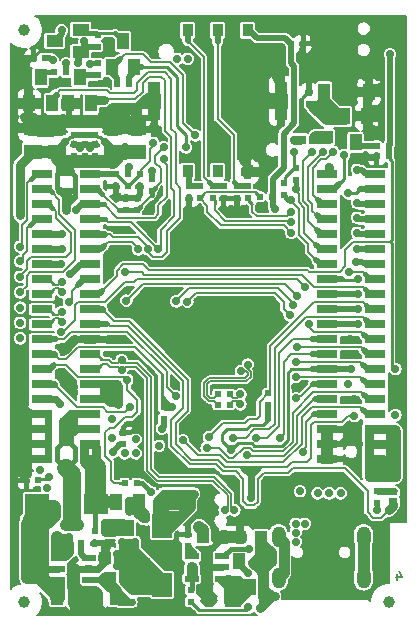
<source format=gbr>
G04 #@! TF.GenerationSoftware,KiCad,Pcbnew,5.1.0-rc2-unknown-036be7d~80~ubuntu16.04.1*
G04 #@! TF.CreationDate,2022-02-25T15:09:56+02:00*
G04 #@! TF.ProjectId,USB-gLINK_Rev_D,5553422d-674c-4494-9e4b-5f5265765f44,D*
G04 #@! TF.SameCoordinates,Original*
G04 #@! TF.FileFunction,Copper,L4,Bot*
G04 #@! TF.FilePolarity,Positive*
%FSLAX46Y46*%
G04 Gerber Fmt 4.6, Leading zero omitted, Abs format (unit mm)*
G04 Created by KiCad (PCBNEW 5.1.0-rc2-unknown-036be7d~80~ubuntu16.04.1) date 2022-02-25 15:09:56*
%MOMM*%
%LPD*%
G04 APERTURE LIST*
%ADD10C,0.190500*%
%ADD11R,1.800000X0.700000*%
%ADD12R,2.000000X1.700000*%
%ADD13R,1.000000X1.400000*%
%ADD14R,1.400000X1.000000*%
%ADD15R,1.524000X1.270000*%
%ADD16R,0.500000X0.550000*%
%ADD17O,1.200000X1.800000*%
%ADD18R,0.550000X0.500000*%
%ADD19R,1.700000X2.000000*%
%ADD20R,1.016000X1.016000*%
%ADD21C,1.400000*%
%ADD22R,1.400000X1.400000*%
%ADD23C,1.000000*%
%ADD24R,1.200000X0.550000*%
%ADD25R,0.762000X0.508000*%
%ADD26R,0.508000X0.762000*%
%ADD27R,0.900000X1.100000*%
%ADD28R,1.000000X3.290000*%
%ADD29C,0.700000*%
%ADD30C,0.900000*%
%ADD31C,1.270000*%
%ADD32C,0.508000*%
%ADD33C,1.016000*%
%ADD34C,0.558800*%
%ADD35C,0.762000*%
%ADD36C,0.609600*%
%ADD37C,0.965200*%
%ADD38C,0.406400*%
%ADD39C,0.711200*%
%ADD40C,0.254000*%
%ADD41C,0.157480*%
%ADD42C,1.778000*%
%ADD43C,1.524000*%
%ADD44C,0.203200*%
%ADD45C,0.127000*%
%ADD46C,0.914400*%
G04 APERTURE END LIST*
D10*
X159493857Y-98007714D02*
X159493857Y-98515714D01*
X159675285Y-97717428D02*
X159856714Y-98261714D01*
X159385000Y-98261714D01*
D11*
X153543000Y-76835000D03*
X157607000Y-76835000D03*
X153543000Y-78105000D03*
X157607000Y-78105000D03*
X153543000Y-79375000D03*
X157607000Y-79375000D03*
X153543000Y-80645000D03*
X157607000Y-80645000D03*
X153543000Y-81915000D03*
X157607000Y-81915000D03*
X153543000Y-83185000D03*
X157607000Y-83185000D03*
X153543000Y-84455000D03*
X157607000Y-84455000D03*
X153543000Y-85725000D03*
X157607000Y-85725000D03*
X153543000Y-86995000D03*
X157607000Y-86995000D03*
X153543000Y-88265000D03*
X157607000Y-88265000D03*
X157607000Y-75565000D03*
X153543000Y-75565000D03*
X157607000Y-74295000D03*
X153543000Y-74295000D03*
X157607000Y-73025000D03*
X153543000Y-73025000D03*
X157607000Y-71755000D03*
X153543000Y-71755000D03*
X157607000Y-70485000D03*
X153543000Y-70485000D03*
X157607000Y-69215000D03*
X153543000Y-69215000D03*
X157607000Y-67945000D03*
X153543000Y-67945000D03*
X157607000Y-66675000D03*
X153543000Y-66675000D03*
X157607000Y-65405000D03*
X153543000Y-65405000D03*
X157607000Y-64135000D03*
X153543000Y-64135000D03*
X129413000Y-76835000D03*
X133477000Y-76835000D03*
X129413000Y-78105000D03*
X133477000Y-78105000D03*
X129413000Y-79375000D03*
X133477000Y-79375000D03*
X129413000Y-80645000D03*
X133477000Y-80645000D03*
X129413000Y-81915000D03*
X133477000Y-81915000D03*
X129413000Y-83185000D03*
X133477000Y-83185000D03*
X129413000Y-84455000D03*
X133477000Y-84455000D03*
X129413000Y-85725000D03*
X133477000Y-85725000D03*
X129413000Y-86995000D03*
X133477000Y-86995000D03*
X129413000Y-88265000D03*
X133477000Y-88265000D03*
X133477000Y-75565000D03*
X129413000Y-75565000D03*
X133477000Y-74295000D03*
X129413000Y-74295000D03*
X133477000Y-73025000D03*
X129413000Y-73025000D03*
X133477000Y-71755000D03*
X129413000Y-71755000D03*
X133477000Y-70485000D03*
X129413000Y-70485000D03*
X133477000Y-69215000D03*
X129413000Y-69215000D03*
X133477000Y-67945000D03*
X129413000Y-67945000D03*
X133477000Y-66675000D03*
X129413000Y-66675000D03*
X133477000Y-65405000D03*
X129413000Y-65405000D03*
X133477000Y-64135000D03*
X129413000Y-64135000D03*
D12*
X133945000Y-92075000D03*
X128945000Y-92075000D03*
D13*
X137220960Y-55082440D03*
X135318500Y-55082440D03*
X136273540Y-52872640D03*
D14*
X130469640Y-52829460D03*
X132679440Y-53784500D03*
X132679440Y-51882040D03*
D13*
X130235960Y-58130440D03*
X128333500Y-58130440D03*
X129288540Y-55920640D03*
D15*
X130682999Y-62230000D03*
X130682999Y-60198000D03*
D16*
X130429000Y-55499000D03*
X131445000Y-55499000D03*
D17*
X149435000Y-98294000D03*
X149435000Y-94824000D03*
X156635000Y-94824000D03*
X156635000Y-98294000D03*
D18*
X134112000Y-52324000D03*
X134112000Y-53340000D03*
D16*
X136779000Y-56515000D03*
X135763000Y-56515000D03*
D19*
X139573000Y-93893000D03*
X139573000Y-98893000D03*
D18*
X133921501Y-61595000D03*
X133921501Y-62611000D03*
D20*
X132461000Y-100076000D03*
X130683000Y-100076000D03*
X135636000Y-100076000D03*
X133858000Y-100076000D03*
D21*
X143525240Y-100058220D03*
D22*
X145554700Y-100055680D03*
D13*
X146052540Y-96901000D03*
X147955000Y-96901000D03*
X146999960Y-99110800D03*
D16*
X131699000Y-95377000D03*
X132715000Y-95377000D03*
D20*
X134747000Y-96647000D03*
X136525000Y-96647000D03*
X144780000Y-94869000D03*
X143002000Y-94869000D03*
D18*
X145923000Y-66167000D03*
X145923000Y-65151000D03*
X144780000Y-66167000D03*
X144780000Y-65151000D03*
X141859000Y-66167000D03*
X141859000Y-65151000D03*
X133032501Y-61595000D03*
X133032501Y-62611000D03*
X132143500Y-61595000D03*
X132143500Y-62611000D03*
D15*
X128650999Y-60198000D03*
X128650999Y-62230000D03*
D18*
X133032501Y-59817001D03*
X133032501Y-60833001D03*
X133921499Y-59817000D03*
X133921499Y-60833000D03*
D13*
X135702040Y-91856560D03*
X137604500Y-91856560D03*
X136649460Y-94066360D03*
D23*
X127889000Y-51943000D03*
X158750000Y-100330000D03*
D18*
X133858000Y-94361000D03*
X133858000Y-95377000D03*
X141986000Y-99314000D03*
X141986000Y-100330000D03*
X141732000Y-94615000D03*
X141732000Y-95631000D03*
X134112000Y-55753000D03*
X134112000Y-54737000D03*
D16*
X128651000Y-54292500D03*
X129667000Y-54292500D03*
D18*
X157734000Y-90932000D03*
X157734000Y-91948000D03*
D16*
X148844000Y-66040000D03*
X147828000Y-66040000D03*
D18*
X146812000Y-65151000D03*
X146812000Y-66167000D03*
X143891000Y-65151000D03*
X143891000Y-66167000D03*
X142748000Y-65151000D03*
X142748000Y-66167000D03*
D13*
X133537960Y-58130440D03*
X131635500Y-58130440D03*
X132590540Y-55920640D03*
D24*
X144683000Y-96456500D03*
X144683000Y-97406500D03*
X144683000Y-98356500D03*
X142083000Y-96456500D03*
X142083000Y-98356500D03*
D25*
X159131000Y-91059000D03*
X159131000Y-91821000D03*
D18*
X137033000Y-100330000D03*
X137033000Y-99314000D03*
D20*
X147955000Y-94869000D03*
X146177000Y-94869000D03*
D16*
X150495000Y-53086000D03*
X151511000Y-53086000D03*
D15*
X137414000Y-62230000D03*
X137414000Y-60198000D03*
X135382000Y-60198000D03*
X135382000Y-62230000D03*
D18*
X132143502Y-60833000D03*
X132143502Y-59817000D03*
D20*
X136906000Y-98298000D03*
X135128000Y-98298000D03*
D23*
X127889000Y-100330000D03*
D18*
X139700000Y-83820000D03*
X139700000Y-84836000D03*
D16*
X144271999Y-83629500D03*
X145287999Y-83629500D03*
X144272000Y-82740501D03*
X145288000Y-82740501D03*
D18*
X136271000Y-86995000D03*
X136271000Y-85979000D03*
D16*
X128079500Y-90043000D03*
X129095500Y-90043000D03*
X157734000Y-62611000D03*
X158750000Y-62611000D03*
D18*
X148526500Y-82677000D03*
X148526500Y-83693000D03*
D16*
X136398000Y-90297000D03*
X137414000Y-90297000D03*
D18*
X150876000Y-63627000D03*
X150876000Y-64643000D03*
X149860000Y-64897000D03*
X149860000Y-65913000D03*
D20*
X153543000Y-60960000D03*
X153543000Y-59182000D03*
D13*
X153294000Y-57150000D03*
X157094000Y-57150000D03*
X155953460Y-61427360D03*
X156908500Y-59217560D03*
X155006040Y-59217560D03*
D16*
X157734000Y-61722000D03*
X158750000Y-61722000D03*
D18*
X152019000Y-58166000D03*
X152019000Y-57150000D03*
D26*
X151511000Y-61214000D03*
X152273000Y-61214000D03*
D27*
X146812000Y-51942000D03*
X144272000Y-51942000D03*
X141732000Y-51942000D03*
X146812000Y-63892000D03*
X141732000Y-63892000D03*
X144272000Y-63892000D03*
D28*
X149630000Y-57912000D03*
X138887000Y-57912000D03*
D18*
X137668000Y-64135000D03*
X137668000Y-65151000D03*
X137414000Y-67183000D03*
X137414000Y-66167000D03*
X135636000Y-64135000D03*
X135636000Y-65151000D03*
X136652000Y-64135000D03*
X136652000Y-65151000D03*
X138684000Y-65532000D03*
X138684000Y-64516000D03*
X136525000Y-67183000D03*
X136525000Y-66167000D03*
D24*
X133380100Y-96586000D03*
X133380100Y-97536000D03*
X133380100Y-98486000D03*
X130779900Y-98486000D03*
X130779900Y-97536000D03*
X130779900Y-96586000D03*
D29*
X138201400Y-93345000D03*
X136779000Y-91795600D03*
X136779000Y-92633800D03*
X137515600Y-92938600D03*
D30*
X142110798Y-97384209D03*
D29*
X136779000Y-63500000D03*
X130556000Y-92202000D03*
X130556000Y-93091000D03*
X129921000Y-93726000D03*
X129032000Y-93726000D03*
X128143000Y-93726000D03*
D30*
X142697200Y-93980000D03*
D29*
X139835903Y-52696097D03*
X138802097Y-53856903D03*
D30*
X138683992Y-100711000D03*
X132080000Y-97536000D03*
X132080000Y-98806000D03*
D29*
X132080000Y-100838000D03*
X133858000Y-100838000D03*
X132969000Y-100838000D03*
X133858000Y-99314000D03*
X132969000Y-99314000D03*
X154432000Y-93091000D03*
X154432000Y-92075000D03*
X155067000Y-93726000D03*
X155067000Y-94488000D03*
X155067000Y-95250000D03*
X153923998Y-96266000D03*
X153035000Y-96266000D03*
X152019000Y-96266000D03*
X153035000Y-97282000D03*
X154051000Y-97282000D03*
X155067000Y-97282000D03*
X151003000Y-97282000D03*
X152019000Y-97282000D03*
X155067000Y-98298000D03*
X154051000Y-98298000D03*
X153035000Y-98298000D03*
X151003000Y-98298000D03*
X152019000Y-98298000D03*
X139827000Y-100838000D03*
X140843000Y-100838000D03*
X143129000Y-92265500D03*
X143129000Y-93027500D03*
X144018000Y-94234000D03*
X144018000Y-95026990D03*
D30*
X143383000Y-97384209D03*
X134874000Y-95509510D03*
D29*
X127635000Y-87630000D03*
X127635000Y-86741000D03*
X127635000Y-88519000D03*
X127635000Y-89408000D03*
X135763000Y-78105000D03*
X132080000Y-82169000D03*
X131572000Y-81661000D03*
X131191000Y-81026000D03*
X133482212Y-61879990D03*
X132593212Y-59436000D03*
X133477000Y-59436000D03*
X131699000Y-59436000D03*
X134366000Y-59436000D03*
X135191500Y-59436000D03*
X136398000Y-59436000D03*
X136398000Y-60198000D03*
X129667000Y-60198000D03*
X128727200Y-59309000D03*
X129565400Y-59302474D03*
X142748000Y-67056000D03*
X145415000Y-67056000D03*
X131191000Y-78994000D03*
X132207000Y-78105000D03*
X147701000Y-64008000D03*
X135001000Y-52832000D03*
X135001000Y-51562000D03*
X136779000Y-51562000D03*
X137795000Y-51562000D03*
X137795000Y-52578000D03*
X139827000Y-51562000D03*
X140741400Y-52705000D03*
X140741400Y-51562000D03*
X143002000Y-51562000D03*
X143002000Y-52705000D03*
X145872200Y-51536600D03*
X150368000Y-51562000D03*
X149352000Y-51562000D03*
X153416000Y-52705000D03*
X152400000Y-52705000D03*
X153416000Y-51562000D03*
X152400000Y-51562000D03*
X155448000Y-51562000D03*
X154432000Y-51562000D03*
X157861000Y-51562000D03*
X155448000Y-52705000D03*
X157861000Y-52705000D03*
X156718000Y-52705000D03*
X157861000Y-53848000D03*
X155448000Y-53848000D03*
X153416000Y-53848000D03*
X154432000Y-53848000D03*
X152400000Y-53848000D03*
X151384000Y-53848000D03*
X148336000Y-53848000D03*
X147193000Y-53848000D03*
X146177000Y-53848000D03*
X145034000Y-53848000D03*
X147193000Y-54864000D03*
X146177000Y-54864000D03*
X146177000Y-55880000D03*
X147193000Y-55880000D03*
X148336000Y-54864000D03*
X148336000Y-55880000D03*
X149225000Y-55880000D03*
X152019000Y-55880000D03*
X153416000Y-55880000D03*
X154432000Y-55880000D03*
X155448000Y-55880000D03*
X156718000Y-55880000D03*
X157861000Y-55880000D03*
X157988000Y-56769000D03*
X157988000Y-58547000D03*
X157988000Y-59436000D03*
X157988000Y-60325000D03*
X155575000Y-86487000D03*
X153543000Y-87630000D03*
X156210000Y-86995000D03*
X159321500Y-83566000D03*
X155829000Y-85725000D03*
X155829000Y-83185000D03*
X155829000Y-91186000D03*
X143891000Y-90995500D03*
X159321500Y-82804000D03*
X141761765Y-67026235D03*
X139954000Y-67056000D03*
X135826500Y-68834000D03*
X136652000Y-68834000D03*
X141605000Y-68659957D03*
X146431000Y-67056000D03*
X145334985Y-69168015D03*
X146431000Y-69167957D03*
X147574000Y-61468000D03*
X147574000Y-62738000D03*
X146304000Y-61468000D03*
X146304000Y-62738000D03*
X145034000Y-61468000D03*
X145034000Y-62738000D03*
X143764000Y-61468000D03*
X143764000Y-62738000D03*
X142494000Y-62738000D03*
X141351000Y-62738000D03*
X141224000Y-70358000D03*
X145034000Y-70358000D03*
X148844000Y-70358000D03*
X143764000Y-70358000D03*
X150058994Y-70358000D03*
X146304000Y-70358000D03*
X142494000Y-70358000D03*
X147574000Y-70358000D03*
X155829000Y-62738000D03*
X145034000Y-71501000D03*
X143764000Y-71501000D03*
X146304000Y-71501000D03*
X142494000Y-71501000D03*
X141224000Y-71501000D03*
X150058994Y-71501000D03*
X151328994Y-70358000D03*
X151328994Y-71501000D03*
X135699500Y-71501000D03*
X135890000Y-70485000D03*
X136652000Y-70485000D03*
X135890000Y-75819000D03*
X142494000Y-75819000D03*
X143764000Y-75819000D03*
X145034000Y-75819000D03*
X141478000Y-77978000D03*
X141478000Y-79121000D03*
X149225000Y-76962000D03*
X147193000Y-76962000D03*
X144145000Y-80264000D03*
X142748000Y-80264000D03*
X142748000Y-83439000D03*
X148082000Y-80264000D03*
X150861737Y-82169000D03*
X148209000Y-76962000D03*
X145034000Y-74866511D03*
X143764000Y-74866511D03*
X143129000Y-90995500D03*
X143510000Y-91630500D03*
X155194000Y-66929000D03*
X155194000Y-68199000D03*
X136779000Y-75947001D03*
X140589000Y-77978000D03*
X140589000Y-79121000D03*
X141478000Y-80264000D03*
X140589000Y-81915000D03*
X149479000Y-91440000D03*
X153543000Y-92075000D03*
X153543000Y-93091000D03*
X143764000Y-92646500D03*
X148463000Y-91440000D03*
X155448000Y-78105000D03*
X155194000Y-69469000D03*
X155448000Y-79375000D03*
X132593212Y-61879990D03*
X138811000Y-60325000D03*
X148209000Y-59817000D03*
X147066000Y-59817000D03*
X148590000Y-63627000D03*
X140589000Y-69215000D03*
D30*
X135763000Y-66040000D03*
D29*
X138557000Y-67056000D03*
X147955000Y-67056000D03*
X127889000Y-59309000D03*
X134874000Y-56261000D03*
X142798800Y-74879200D03*
X141156994Y-75886006D03*
X127558800Y-83185000D03*
D30*
X131445000Y-93853000D03*
X132461000Y-93853000D03*
D29*
X138684000Y-63881000D03*
X138811000Y-61468000D03*
X158877000Y-53975000D03*
X159334200Y-80619600D03*
X155854558Y-84607562D03*
X147066010Y-91567000D03*
X149098000Y-67056000D03*
X151257000Y-90957400D03*
X131064000Y-70485000D03*
X127556800Y-76710000D03*
X131050326Y-71695711D03*
X127558800Y-78028800D03*
X150495000Y-69088000D03*
X152742900Y-91147900D03*
X150495000Y-67310000D03*
X154686000Y-91135200D03*
X150495000Y-68199000D03*
X153720800Y-91135200D03*
X135509000Y-94424500D03*
X134747000Y-93662500D03*
X135509000Y-93662500D03*
X134747000Y-94424500D03*
X150876000Y-95250000D03*
X150876000Y-94488000D03*
X150876000Y-93726000D03*
X151638000Y-93726000D03*
X135884920Y-83573620D03*
X135884920Y-82049620D03*
X135884920Y-82811620D03*
X135128000Y-83439000D03*
D30*
X147955000Y-95885000D03*
D29*
X148844000Y-96964500D03*
X148844000Y-96139000D03*
D30*
X148145500Y-97917000D03*
X148145500Y-98933000D03*
X148145500Y-99949000D03*
D29*
X147828000Y-100838000D03*
X147193000Y-97028000D03*
X149098000Y-99822000D03*
X139700000Y-92075000D03*
X139700000Y-91186000D03*
X141351000Y-91186000D03*
X141351000Y-92075000D03*
X141351000Y-92964000D03*
X142240000Y-91186000D03*
X130937000Y-63881000D03*
X133540500Y-63119000D03*
X132651500Y-63119000D03*
X131762500Y-63119000D03*
X130937000Y-63119000D03*
X131762500Y-63881000D03*
X134493000Y-63119000D03*
X136398000Y-62611000D03*
X136398000Y-61849000D03*
X131445000Y-66294000D03*
X130937000Y-65532000D03*
X131445000Y-67183000D03*
X158877000Y-88265000D03*
X157099000Y-89027000D03*
X159385000Y-88773000D03*
X157099000Y-87630000D03*
X158877000Y-87249000D03*
X159385000Y-87757000D03*
X158877000Y-89281000D03*
X159385000Y-89789000D03*
X157099000Y-89789000D03*
X159385000Y-86741000D03*
X150749000Y-61214000D03*
X134747000Y-61366400D03*
X131343400Y-61366400D03*
X132461000Y-54711600D03*
X132994400Y-52882800D03*
X127558800Y-67614800D03*
X127558800Y-66294000D03*
X127558800Y-65405000D03*
X127558800Y-64465200D03*
X127558800Y-63474600D03*
X159321500Y-84518500D03*
X158750000Y-92583000D03*
X155346400Y-65735200D03*
X156083000Y-66548000D03*
X156083000Y-67818000D03*
X156083000Y-69088000D03*
X156083000Y-70485000D03*
X155956000Y-71526400D03*
X155422600Y-72415400D03*
X139700000Y-61849000D03*
X156083000Y-63754000D03*
X130937000Y-83566000D03*
X139531288Y-85665112D03*
X136855200Y-83794600D03*
X131699000Y-74930000D03*
X129997200Y-89738200D03*
X136621520Y-81534000D03*
X129819400Y-90652600D03*
X131800600Y-72567800D03*
X140446500Y-83820000D03*
X135382000Y-87630000D03*
X137541000Y-70485000D03*
X140716000Y-82929506D03*
X136398000Y-87757000D03*
X138368013Y-70485000D03*
X139207107Y-70469893D03*
X137350500Y-87757000D03*
X131064000Y-75786500D03*
X142367000Y-60833000D03*
X139700000Y-62865000D03*
X132318760Y-67129660D03*
X131064000Y-74073500D03*
X146250204Y-80825796D03*
X156179010Y-72994010D03*
X153670000Y-63500000D03*
X155295600Y-81915000D03*
X156179010Y-74264010D03*
X152273000Y-62230000D03*
X156179010Y-75534010D03*
X154969491Y-62510886D03*
X156179010Y-76804010D03*
X154051000Y-62230000D03*
X157734000Y-92583000D03*
X145428430Y-87489570D03*
X150749000Y-62230000D03*
X141605000Y-61849000D03*
X138633200Y-91033600D03*
X155575000Y-80645000D03*
X153162000Y-62230000D03*
X150876008Y-83089488D03*
X143543020Y-86400640D03*
X149534880Y-86426040D03*
X135356600Y-84836000D03*
X136471660Y-72438260D03*
X147548600Y-86436200D03*
X145542000Y-86436200D03*
X127558800Y-70256400D03*
X143344900Y-87279480D03*
X127549800Y-71510000D03*
X141346200Y-86660000D03*
X146735800Y-87858600D03*
X150876000Y-65405000D03*
X151541990Y-87676100D03*
X150495000Y-66294000D03*
X151670230Y-73713632D03*
X131000500Y-77470000D03*
X152019000Y-76835000D03*
X129240280Y-89161620D03*
X151003000Y-74422000D03*
X151003000Y-78740000D03*
X135356600Y-86487000D03*
X136563100Y-74833480D03*
X131064000Y-69215000D03*
X127561400Y-75410000D03*
X150876000Y-80010000D03*
X150622000Y-75184000D03*
X137338817Y-86583010D03*
X140766800Y-74879200D03*
X127558800Y-74117200D03*
X150368000Y-76073000D03*
X150876000Y-81280000D03*
X139319000Y-87122006D03*
X141706600Y-74904600D03*
X127545200Y-72810000D03*
X131064000Y-76613500D03*
X131064000Y-73246500D03*
X146834981Y-80241019D03*
X136144000Y-79850500D03*
X145701500Y-92583000D03*
X136144000Y-80677500D03*
X144874499Y-92583000D03*
D30*
X130683000Y-94869000D03*
X130683000Y-95885000D03*
D29*
X131699000Y-96075500D03*
X131699000Y-94869000D03*
X135763000Y-96266000D03*
X137287000Y-95250000D03*
X137287000Y-96393000D03*
X136715500Y-95821500D03*
X136149238Y-95270124D03*
X135763000Y-97282000D03*
X137287000Y-97383600D03*
X146875500Y-100807010D03*
X146872045Y-97920455D03*
X130302000Y-54483000D03*
X131445000Y-54737000D03*
X133477000Y-54787800D03*
X146939000Y-95885000D03*
X146202400Y-83598500D03*
X146202400Y-82771500D03*
X140843000Y-54356000D03*
X141732000Y-54356000D03*
X131064000Y-51943000D03*
D31*
X130683000Y-99695000D02*
X129286000Y-98298000D01*
D32*
X130779900Y-98486000D02*
X130810000Y-98516100D01*
X130810000Y-98516100D02*
X130810000Y-98806000D01*
D33*
X130810000Y-98806000D02*
X130810000Y-99568000D01*
X130810000Y-99568000D02*
X130683000Y-99695000D01*
D32*
X129286000Y-98100100D02*
X129286000Y-97536000D01*
X129671900Y-98486000D02*
X129286000Y-98100100D01*
D34*
X130779900Y-98486000D02*
X129671900Y-98486000D01*
D31*
X129286000Y-98298000D02*
X129286000Y-97536000D01*
D34*
X130779900Y-97536000D02*
X129286000Y-97536000D01*
D31*
X130683000Y-99949000D02*
X130683000Y-99695000D01*
X129286000Y-97536000D02*
X129286000Y-94615000D01*
X129286000Y-94615000D02*
X129286000Y-92837000D01*
D33*
X129286000Y-98298000D02*
X128524000Y-98298000D01*
D32*
X136652000Y-63627000D02*
X136779000Y-63500000D01*
X136652000Y-64135000D02*
X136652000Y-63627000D01*
D35*
X130556000Y-92202000D02*
X130556000Y-93091000D01*
D33*
X128397000Y-93726000D02*
X129286000Y-94615000D01*
X128143000Y-93726000D02*
X128397000Y-93726000D01*
X128651000Y-98171000D02*
X128524000Y-98298000D01*
X128651000Y-94107000D02*
X128651000Y-98171000D01*
X129032000Y-93726000D02*
X128651000Y-94107000D01*
D35*
X129921000Y-93726000D02*
X130556000Y-93091000D01*
X130429000Y-92075000D02*
X130556000Y-92202000D01*
X128945000Y-92075000D02*
X130429000Y-92075000D01*
D33*
X128143000Y-98298000D02*
X128143000Y-93726000D01*
X128524000Y-98298000D02*
X128143000Y-98298000D01*
D36*
X137210800Y-92633800D02*
X136779000Y-92633800D01*
X137922000Y-93345000D02*
X137210800Y-92633800D01*
X138201400Y-93345000D02*
X137922000Y-93345000D01*
X138201400Y-92862400D02*
X138201400Y-93345000D01*
X137668000Y-91920060D02*
X137668000Y-92329000D01*
X137668000Y-92329000D02*
X138201400Y-92862400D01*
X137604500Y-91856560D02*
X137668000Y-91920060D01*
D35*
X136779000Y-92633800D02*
X136779000Y-91795600D01*
X136779000Y-91795600D02*
X137185400Y-91795600D01*
X137185400Y-91795600D02*
X137414000Y-91567000D01*
D32*
X142083000Y-98356500D02*
X142113000Y-98326500D01*
X142113000Y-98326500D02*
X142113000Y-98171000D01*
D37*
X142113000Y-97386411D02*
X142110798Y-97384209D01*
X142113000Y-98171000D02*
X142113000Y-97386411D01*
D38*
X142083000Y-98356500D02*
X142083000Y-99217000D01*
X142083000Y-99217000D02*
X141986000Y-99314000D01*
D33*
X143002000Y-94284800D02*
X143002000Y-94869000D01*
X142697200Y-93980000D02*
X143002000Y-94284800D01*
D35*
X129921000Y-92837000D02*
X130556000Y-92202000D01*
X128564640Y-92837000D02*
X129921000Y-92837000D01*
X128143000Y-93258640D02*
X128564640Y-92837000D01*
X128143000Y-93726000D02*
X128143000Y-93258640D01*
D33*
X143383000Y-97409000D02*
X143383000Y-97409000D01*
X144780000Y-94869000D02*
X146177000Y-94869000D01*
D36*
X133380100Y-97536000D02*
X132080000Y-97536000D01*
D33*
X132080000Y-97536000D02*
X132080000Y-99695000D01*
X132080000Y-99695000D02*
X132461000Y-100076000D01*
D36*
X132080000Y-97536000D02*
X132080000Y-97536000D01*
X132080000Y-97536000D02*
X132080000Y-97536000D01*
D35*
X133858000Y-100076000D02*
X133858000Y-100838000D01*
X132080000Y-100076000D02*
X132080000Y-100838000D01*
X132969000Y-100343026D02*
X132969000Y-100076000D01*
X132969000Y-100838000D02*
X132969000Y-100343026D01*
D33*
X132461000Y-100076000D02*
X132969000Y-100076000D01*
X132969000Y-100076000D02*
X133858000Y-100076000D01*
D35*
X132080000Y-100838000D02*
X133858000Y-100838000D01*
D33*
X132080000Y-98806000D02*
X132080000Y-100457000D01*
D32*
X138302992Y-101092000D02*
X138683992Y-100711000D01*
X133858000Y-100838000D02*
X134112000Y-101092000D01*
D35*
X133858000Y-100076000D02*
X133858000Y-99314000D01*
X133858000Y-99314000D02*
X132969000Y-99314000D01*
X132588000Y-99314000D02*
X132080000Y-98806000D01*
X132969000Y-99314000D02*
X132588000Y-99314000D01*
X134112000Y-99568000D02*
X134112000Y-100838000D01*
X133858000Y-99314000D02*
X134112000Y-99568000D01*
D32*
X133858000Y-100330000D02*
X134620000Y-101092000D01*
X133858000Y-100076000D02*
X133858000Y-100330000D01*
X134112000Y-101092000D02*
X134620000Y-101092000D01*
X134620000Y-101092000D02*
X138302992Y-101092000D01*
X152019000Y-96266000D02*
X152019000Y-98298000D01*
D39*
X144048990Y-94996000D02*
X144018000Y-95026990D01*
X144018000Y-94234000D02*
X144018000Y-95026990D01*
D33*
X143383000Y-96139000D02*
X143383000Y-97384209D01*
D32*
X133858000Y-95377000D02*
X134741490Y-95377000D01*
X134741490Y-95377000D02*
X134874000Y-95509510D01*
D36*
X146177000Y-94853758D02*
X146177000Y-94869000D01*
D33*
X143383000Y-99949000D02*
X143383000Y-98020605D01*
X143383000Y-98020605D02*
X143383000Y-97384209D01*
X143510000Y-100076000D02*
X143383000Y-99949000D01*
X143525240Y-100058220D02*
X143525240Y-100060760D01*
X143525240Y-100060760D02*
X143510000Y-100076000D01*
D36*
X127889000Y-86995000D02*
X127635000Y-86741000D01*
X129413000Y-86995000D02*
X129921000Y-86995000D01*
X129921000Y-86995000D02*
X129921000Y-87630000D01*
X129413000Y-88265000D02*
X127635000Y-88265000D01*
X129413000Y-88265000D02*
X129921000Y-88265000D01*
X129921000Y-88265000D02*
X129921000Y-87630000D01*
X129413000Y-86995000D02*
X128397000Y-86995000D01*
X128397000Y-86995000D02*
X127889000Y-86995000D01*
X129413000Y-86995000D02*
X127889000Y-86995000D01*
X129413000Y-85725000D02*
X127635000Y-85725000D01*
D35*
X127635000Y-85725000D02*
X127635000Y-86741000D01*
X127751000Y-84455000D02*
X127635000Y-84571000D01*
X127635000Y-84571000D02*
X127635000Y-85725000D01*
D36*
X129413000Y-84455000D02*
X129921000Y-84455000D01*
X129921000Y-84455000D02*
X129921000Y-84963000D01*
X129413000Y-85725000D02*
X129921000Y-85725000D01*
X129921000Y-87630000D02*
X129921000Y-85725000D01*
X129921000Y-85725000D02*
X129921000Y-84963000D01*
X129413000Y-84455000D02*
X128524000Y-84455000D01*
X128524000Y-84455000D02*
X127751000Y-84455000D01*
X128041006Y-84455000D02*
X128524000Y-84455000D01*
X133477000Y-78105000D02*
X135763000Y-78105000D01*
D31*
X130174999Y-60325000D02*
X129159000Y-60325000D01*
D35*
X129159000Y-60325000D02*
X129159000Y-59436000D01*
X136525000Y-60325000D02*
X135509000Y-60325000D01*
D32*
X131635502Y-59944000D02*
X130556000Y-59944000D01*
X130556000Y-59944000D02*
X130175000Y-60325000D01*
X131635502Y-59944000D02*
X133413500Y-59944000D01*
X133413499Y-59944000D02*
X134493000Y-59944000D01*
X134493000Y-59944000D02*
X134874000Y-60325000D01*
D33*
X131191000Y-59563000D02*
X130429000Y-60325000D01*
X130429000Y-60325000D02*
X130175000Y-60325000D01*
D35*
X128143000Y-89535000D02*
X128143000Y-84455000D01*
D36*
X148215000Y-57664000D02*
X148209000Y-57658000D01*
X153543000Y-86995000D02*
X153543000Y-87630000D01*
X153543000Y-88265000D02*
X153543000Y-87630000D01*
X153543000Y-85725000D02*
X154432000Y-85725000D01*
X154432000Y-85725000D02*
X155067000Y-85725000D01*
X155067000Y-85725000D02*
X155334026Y-85725000D01*
X155334026Y-85725000D02*
X155829000Y-85725000D01*
X133477000Y-78105000D02*
X132207000Y-78105000D01*
D35*
X131191000Y-78994000D02*
X131318000Y-78994000D01*
X131318000Y-78994000D02*
X132207000Y-78105000D01*
D32*
X141732000Y-66996470D02*
X141761765Y-67026235D01*
D36*
X146708000Y-64008000D02*
X147701000Y-64008000D01*
X146685000Y-63985000D02*
X146708000Y-64008000D01*
X148209000Y-64008000D02*
X147701000Y-64008000D01*
X148215000Y-64002000D02*
X148209000Y-64008000D01*
D32*
X135890000Y-70866000D02*
X135636000Y-71120000D01*
X135890000Y-70485000D02*
X135890000Y-70866000D01*
X135699500Y-71056500D02*
X135699500Y-71501000D01*
X135763000Y-70993000D02*
X135699500Y-71056500D01*
D40*
X139115800Y-90474800D02*
X137998200Y-89357200D01*
X143129000Y-90932000D02*
X143129000Y-90474800D01*
X143129000Y-90474800D02*
X139115800Y-90474800D01*
X139897599Y-88011021D02*
X139547600Y-88361020D01*
X139954000Y-87954620D02*
X139897599Y-88011021D01*
D38*
X136271000Y-85979000D02*
X136271000Y-85534500D01*
X136271000Y-85534500D02*
X136525000Y-85280500D01*
X136525000Y-85280500D02*
X137477500Y-85280500D01*
X137477500Y-85280500D02*
X137541000Y-85280500D01*
D35*
X127635000Y-89408000D02*
X127635000Y-86741000D01*
X128016000Y-89408000D02*
X127635000Y-89408000D01*
D32*
X156908500Y-57335500D02*
X156908500Y-57462500D01*
X157480000Y-56769000D02*
X157988000Y-56769000D01*
X157094000Y-57150000D02*
X157099000Y-57150000D01*
X157099000Y-57150000D02*
X157480000Y-56769000D01*
D35*
X156908500Y-57462500D02*
X156908500Y-59217560D01*
X157094000Y-57277000D02*
X156908500Y-57462500D01*
D32*
X156972000Y-59436000D02*
X157988000Y-59436000D01*
X156908500Y-59217560D02*
X156908500Y-59372500D01*
X156908500Y-59372500D02*
X156972000Y-59436000D01*
X156972000Y-59154060D02*
X156908500Y-59217560D01*
X156972000Y-58674000D02*
X156972000Y-59154060D01*
X157988000Y-58547000D02*
X157099000Y-58547000D01*
X157099000Y-58547000D02*
X156972000Y-58674000D01*
X156908500Y-59753500D02*
X156908500Y-59217560D01*
X157988000Y-60325000D02*
X157480000Y-60325000D01*
X157480000Y-60325000D02*
X156908500Y-59753500D01*
D40*
X149479000Y-57150000D02*
X149606000Y-57150000D01*
D32*
X131699000Y-57939940D02*
X131699000Y-59436000D01*
X131635500Y-57876440D02*
X131699000Y-57939940D01*
D36*
X148590000Y-63627000D02*
X148209000Y-64008000D01*
X148215000Y-54350000D02*
X148971000Y-53594000D01*
X148215000Y-59811000D02*
X148215000Y-54350000D01*
X148209000Y-59817000D02*
X148215000Y-59811000D01*
D32*
X137414000Y-66167000D02*
X136525000Y-66167000D01*
X135890000Y-66167000D02*
X135763000Y-66040000D01*
X136525000Y-66167000D02*
X135890000Y-66167000D01*
X135636000Y-65913000D02*
X135763000Y-66040000D01*
X135636000Y-65151000D02*
X135636000Y-65913000D01*
X137414000Y-66167000D02*
X137668000Y-65913000D01*
X137668000Y-65913000D02*
X137668000Y-65151000D01*
D38*
X141859000Y-66929000D02*
X141761765Y-67026235D01*
X141859000Y-66167000D02*
X141859000Y-66929000D01*
X144780000Y-66167000D02*
X145923000Y-66167000D01*
X145923000Y-67056000D02*
X145415000Y-67056000D01*
X145923000Y-66167000D02*
X145923000Y-67056000D01*
D32*
X146304000Y-62992000D02*
X146304000Y-62738000D01*
X146812000Y-63500000D02*
X146304000Y-62992000D01*
X146812000Y-63892000D02*
X146812000Y-63500000D01*
X149630000Y-56513600D02*
X149225000Y-56108600D01*
X149225000Y-56108600D02*
X149225000Y-55880000D01*
X149630000Y-57912000D02*
X149630000Y-56513600D01*
X137414000Y-59740800D02*
X137414000Y-60198000D01*
X138887000Y-57912000D02*
X138887000Y-59283800D01*
X138887000Y-59283800D02*
X138785600Y-59385200D01*
X138785600Y-59385200D02*
X137769600Y-59385200D01*
X137769600Y-59385200D02*
X137414000Y-59740800D01*
X132308222Y-61595000D02*
X132593212Y-61879990D01*
X132143500Y-61595000D02*
X132308222Y-61595000D01*
X133197222Y-61595000D02*
X133482212Y-61879990D01*
X133032501Y-61595000D02*
X133197222Y-61595000D01*
X133767202Y-61595000D02*
X133482212Y-61879990D01*
X133921501Y-61595000D02*
X133767202Y-61595000D01*
D35*
X128016000Y-59436000D02*
X136652000Y-59436000D01*
X127889000Y-59309000D02*
X128016000Y-59436000D01*
D32*
X128143000Y-57939940D02*
X128143000Y-56642000D01*
X128333500Y-58130440D02*
X128143000Y-57939940D01*
D35*
X139065000Y-52578000D02*
X139717806Y-52578000D01*
X139045000Y-52558000D02*
X139065000Y-52578000D01*
X139717806Y-52578000D02*
X139835903Y-52696097D01*
X139045000Y-51895000D02*
X139045000Y-52558000D01*
X128193800Y-59258200D02*
X128016000Y-59436000D01*
X128193800Y-58270140D02*
X128193800Y-59258200D01*
X128333500Y-58130440D02*
X128193800Y-58270140D01*
D38*
X155829000Y-62738000D02*
X157607000Y-62738000D01*
X157607000Y-62738000D02*
X157734000Y-62611000D01*
D32*
X128143000Y-54610000D02*
X128143000Y-56642000D01*
X128460500Y-54292500D02*
X128143000Y-54610000D01*
X128651000Y-54292500D02*
X128460500Y-54292500D01*
D35*
X127914400Y-83972400D02*
X128320800Y-84378800D01*
X127761606Y-83972400D02*
X127914400Y-83972400D01*
X127660006Y-84074000D02*
X127761606Y-83972400D01*
D38*
X152019000Y-57150000D02*
X152019000Y-55880000D01*
D40*
X152019000Y-57150000D02*
X151892000Y-57150000D01*
X151892000Y-57150000D02*
X151384000Y-57658000D01*
X151384000Y-57658000D02*
X151384000Y-59182000D01*
D32*
X151384000Y-53594000D02*
X151384000Y-53848000D01*
X151511000Y-53467000D02*
X151384000Y-53594000D01*
X151511000Y-53086000D02*
X151511000Y-53467000D01*
D36*
X134747000Y-96901000D02*
X134747000Y-96647000D01*
X134112000Y-97536000D02*
X134747000Y-96901000D01*
X133380100Y-97536000D02*
X134112000Y-97536000D01*
D35*
X134747000Y-95636510D02*
X134874000Y-95509510D01*
X134747000Y-96647000D02*
X134747000Y-95636510D01*
D36*
X143405291Y-97406500D02*
X143383000Y-97384209D01*
X144683000Y-97406500D02*
X143405291Y-97406500D01*
D38*
X141732000Y-93649800D02*
X142417800Y-92964000D01*
X142417800Y-92964000D02*
X143129000Y-92964000D01*
X141732000Y-94615000D02*
X141732000Y-93649800D01*
D40*
X143865600Y-93764100D02*
X143129000Y-93027500D01*
X143865600Y-94081600D02*
X143865600Y-93764100D01*
X144018000Y-94234000D02*
X143865600Y-94081600D01*
D36*
X144703800Y-94869000D02*
X143433800Y-96139000D01*
X143433800Y-96139000D02*
X143383000Y-96139000D01*
X144780000Y-94869000D02*
X144703800Y-94869000D01*
D32*
X153543000Y-86995000D02*
X154686000Y-86995000D01*
X155194000Y-86487000D02*
X155575000Y-86487000D01*
X154686000Y-86995000D02*
X155194000Y-86487000D01*
D40*
X156337000Y-87122000D02*
X156210000Y-86995000D01*
X154940000Y-88265000D02*
X155086801Y-88411801D01*
X155086801Y-88411801D02*
X155936199Y-88411801D01*
X155936199Y-88411801D02*
X156337000Y-88011000D01*
X156337000Y-88011000D02*
X156337000Y-87122000D01*
D32*
X153543000Y-88265000D02*
X154940000Y-88265000D01*
D41*
X137998200Y-89357200D02*
X137998200Y-85979000D01*
X137998200Y-85979000D02*
X137998200Y-81991200D01*
X137998200Y-81991200D02*
X137414000Y-81407000D01*
X137668000Y-85979000D02*
X137998200Y-85979000D01*
D40*
X137668000Y-85979000D02*
X136271000Y-85979000D01*
D41*
X138963400Y-85909150D02*
X138963400Y-80987900D01*
X139954000Y-86899750D02*
X138963400Y-85909150D01*
X137287000Y-79311500D02*
X136842500Y-79311500D01*
X138963400Y-80987900D02*
X137287000Y-79311500D01*
X139954000Y-86899750D02*
X139954000Y-87954620D01*
D38*
X128079500Y-89598500D02*
X128143000Y-89535000D01*
X128079500Y-90043000D02*
X128079500Y-89598500D01*
D35*
X127558800Y-84494800D02*
X127635000Y-84571000D01*
X127558800Y-83185000D02*
X127558800Y-84494800D01*
D40*
X129209800Y-53670200D02*
X130098800Y-53670200D01*
X128651000Y-54229000D02*
X129209800Y-53670200D01*
X128651000Y-54292500D02*
X128651000Y-54229000D01*
D35*
X133985000Y-87249000D02*
X133985000Y-88265000D01*
X133731000Y-86995000D02*
X133477000Y-86995000D01*
X133985000Y-87249000D02*
X133731000Y-86995000D01*
X132969000Y-88265000D02*
X133985000Y-88265000D01*
D33*
X135702040Y-91856560D02*
X134965440Y-91856560D01*
X134163440Y-91856560D02*
X134965440Y-91856560D01*
X133945000Y-92075000D02*
X134163440Y-91856560D01*
D31*
X133945000Y-92075000D02*
X133858000Y-91988000D01*
D36*
X133945000Y-92075000D02*
X133858000Y-92162000D01*
D38*
X133858000Y-92162000D02*
X133858000Y-94361000D01*
D42*
X133858000Y-91988000D02*
X133858000Y-88900000D01*
D35*
X133350000Y-88900000D02*
X133858000Y-88900000D01*
X132969000Y-88519000D02*
X133350000Y-88900000D01*
X132969000Y-86995000D02*
X132969000Y-88519000D01*
X133477000Y-86995000D02*
X132969000Y-86995000D01*
D31*
X145554700Y-100055680D02*
X145554700Y-99072700D01*
X145554700Y-99072700D02*
X145567400Y-99060000D01*
X145161000Y-98679000D02*
X145542000Y-99060000D01*
D36*
X144863900Y-98356500D02*
X145567400Y-99060000D01*
X144399000Y-98356500D02*
X144863900Y-98356500D01*
X145034000Y-99060000D02*
X145542000Y-99060000D01*
X144399000Y-98425000D02*
X145034000Y-99060000D01*
X145554700Y-99580700D02*
X145034000Y-99060000D01*
X145554700Y-100055680D02*
X145554700Y-99580700D01*
X146626500Y-98933000D02*
X147193000Y-98933000D01*
X144683000Y-98356500D02*
X146050000Y-98356500D01*
X146050000Y-98356500D02*
X146626500Y-98933000D01*
D31*
X145915380Y-99695000D02*
X145554700Y-100055680D01*
X145542000Y-99060000D02*
X146240500Y-99060000D01*
D39*
X133477000Y-85725000D02*
X132195999Y-85725000D01*
D32*
X132195999Y-84466001D02*
X132207000Y-84455000D01*
D39*
X133477000Y-84455000D02*
X132207000Y-84455000D01*
D32*
X131764882Y-86868000D02*
X131764882Y-85006880D01*
X131764882Y-85006880D02*
X131710001Y-84951999D01*
X131125118Y-85006880D02*
X131179999Y-84951999D01*
X131125118Y-86868000D02*
X131125118Y-85006880D01*
X131445000Y-86868000D02*
X131445000Y-84963000D01*
X131433999Y-84951999D02*
X131710001Y-84951999D01*
X131179999Y-84951999D02*
X131433999Y-84951999D01*
X131445000Y-84963000D02*
X131433999Y-84951999D01*
X131125118Y-86868000D02*
X131445000Y-86868000D01*
X131445000Y-86868000D02*
X131764882Y-86868000D01*
X138684000Y-64516000D02*
X138684000Y-63881000D01*
D33*
X132461000Y-93853000D02*
X131445000Y-93853000D01*
D35*
X131826000Y-93472000D02*
X131445000Y-93853000D01*
X131953000Y-93472000D02*
X131826000Y-93472000D01*
D39*
X131826000Y-84455000D02*
X131241800Y-85039200D01*
X132207000Y-84455000D02*
X131826000Y-84455000D01*
D32*
X131710001Y-84951999D02*
X132068999Y-84951999D01*
X132195999Y-85078999D02*
X132195999Y-84466001D01*
X132068999Y-84951999D02*
X132195999Y-85078999D01*
X132195999Y-85725000D02*
X132195999Y-85078999D01*
D43*
X131445000Y-89027000D02*
X131572000Y-89154000D01*
X131953000Y-89535000D02*
X131445000Y-89027000D01*
X131953000Y-93472000D02*
X131953000Y-89535000D01*
D38*
X130708400Y-87284718D02*
X131125118Y-86868000D01*
X130708400Y-88290400D02*
X130708400Y-87284718D01*
X131953000Y-89535000D02*
X130708400Y-88290400D01*
X132181600Y-88290400D02*
X131445000Y-89027000D01*
X132181600Y-87274400D02*
X132181600Y-88290400D01*
X132195999Y-85725000D02*
X132195999Y-85939201D01*
X132195999Y-85939201D02*
X131902200Y-86233000D01*
X131902200Y-86233000D02*
X131902200Y-86995000D01*
X131902200Y-86995000D02*
X132181600Y-87274400D01*
D33*
X146050000Y-99695000D02*
X145915380Y-99695000D01*
X146304000Y-99441000D02*
X146050000Y-99695000D01*
X146304000Y-99123500D02*
X146304000Y-99441000D01*
X146240500Y-99060000D02*
X146304000Y-99123500D01*
D32*
X145034000Y-100457000D02*
X145034000Y-99060000D01*
X146075400Y-100457000D02*
X145034000Y-100457000D01*
X146999960Y-99532440D02*
X146075400Y-100457000D01*
X146999960Y-99110800D02*
X146999960Y-99532440D01*
X135636000Y-64135000D02*
X133477000Y-64135000D01*
D40*
X135636000Y-64135000D02*
X136652000Y-65151000D01*
X136652000Y-65151000D02*
X137668000Y-64135000D01*
D44*
X137668000Y-64135000D02*
X137795000Y-64008000D01*
X137795000Y-64008000D02*
X137795000Y-63754000D01*
X137795000Y-63754000D02*
X138582400Y-62966600D01*
X138811000Y-61722000D02*
X138811000Y-61468000D01*
X138582400Y-61950600D02*
X138811000Y-61722000D01*
X138582400Y-62966600D02*
X138582400Y-61950600D01*
D32*
X158750000Y-62611000D02*
X158750000Y-61722000D01*
X158877000Y-61595000D02*
X158877000Y-53975000D01*
X158750000Y-61722000D02*
X158877000Y-61595000D01*
D40*
X158750000Y-62738000D02*
X158750000Y-62611000D01*
X159004000Y-62992000D02*
X158750000Y-62738000D01*
X159004000Y-69723000D02*
X159004000Y-62992000D01*
X158877000Y-69850000D02*
X159004000Y-69723000D01*
D32*
X133477000Y-74295000D02*
X134239000Y-74295000D01*
X134239000Y-74295000D02*
X134493000Y-74041000D01*
D44*
X155067000Y-70533838D02*
X155750838Y-69850000D01*
X136296400Y-71755000D02*
X137922000Y-71755000D01*
X135763000Y-72288400D02*
X136296400Y-71755000D01*
X155750838Y-69850000D02*
X158877000Y-69850000D01*
X135763000Y-72771000D02*
X135763000Y-72288400D01*
X137922000Y-71755000D02*
X138430000Y-72263000D01*
X138430000Y-72263000D02*
X151892000Y-72263000D01*
X151892000Y-72263000D02*
X152019000Y-72390000D01*
X154609800Y-72390000D02*
X155067000Y-71932800D01*
X134493000Y-74041000D02*
X135763000Y-72771000D01*
X155067000Y-71932800D02*
X155067000Y-70533838D01*
X152019000Y-72390000D02*
X154609800Y-72390000D01*
D40*
X159004000Y-69977000D02*
X158877000Y-69850000D01*
X159004000Y-80289400D02*
X159004000Y-69977000D01*
X159334200Y-80619600D02*
X159004000Y-80289400D01*
D36*
X133477000Y-75565000D02*
X134493000Y-75565000D01*
X147066010Y-89916010D02*
X147066010Y-91567000D01*
X147066000Y-89535000D02*
X147066000Y-89916000D01*
X147066000Y-89916000D02*
X147066010Y-89916010D01*
D44*
X147066000Y-89535000D02*
X147066000Y-88900000D01*
D40*
X147066000Y-89789000D02*
X146621500Y-89344500D01*
X147510500Y-89344500D02*
X146621500Y-89344500D01*
X147066000Y-89789000D02*
X147510500Y-89344500D01*
X147701000Y-89154000D02*
X146431000Y-89154000D01*
X146431000Y-89154000D02*
X146367500Y-89090500D01*
X146621500Y-89344500D02*
X146367500Y-89090500D01*
X147510500Y-89344500D02*
X147701000Y-89154000D01*
X146304000Y-89027000D02*
X146240500Y-88963500D01*
X147828000Y-89027000D02*
X146304000Y-89027000D01*
D44*
X146240500Y-88963500D02*
X146177000Y-88900000D01*
D40*
X146367500Y-89090500D02*
X146240500Y-88963500D01*
X147701000Y-89154000D02*
X147828000Y-89027000D01*
D44*
X147828000Y-89027000D02*
X147955000Y-88900000D01*
X145923000Y-88900000D02*
X147066000Y-88900000D01*
X147066000Y-88900000D02*
X147955000Y-88900000D01*
X146177000Y-88900000D02*
X145923000Y-88900000D01*
X155295438Y-84607562D02*
X155854558Y-84607562D01*
X154813000Y-85090000D02*
X155295438Y-84607562D01*
X152400000Y-85090000D02*
X154813000Y-85090000D01*
X152146098Y-85343902D02*
X152400000Y-85090000D01*
X152146098Y-88137902D02*
X152146098Y-85343902D01*
X147955000Y-88900000D02*
X150114000Y-88900000D01*
X150114000Y-88900000D02*
X150558500Y-88455500D01*
X150558500Y-88455500D02*
X151828500Y-88455500D01*
X151828500Y-88455500D02*
X152146098Y-88137902D01*
X144907000Y-88900000D02*
X145923000Y-88900000D01*
X144322800Y-88315800D02*
X144907000Y-88900000D01*
X142036800Y-88315800D02*
X144322800Y-88315800D01*
X140716022Y-86995022D02*
X142036800Y-88315800D01*
X140716022Y-85153478D02*
X140716022Y-86995022D01*
X136807990Y-76581000D02*
X141732011Y-81505021D01*
X134493000Y-75565000D02*
X135509000Y-76581000D01*
X135509000Y-76581000D02*
X136807990Y-76581000D01*
X141732011Y-84137489D02*
X140716022Y-85153478D01*
X141732011Y-81505021D02*
X141732011Y-84137489D01*
D32*
X148844000Y-66040000D02*
X148971000Y-66040000D01*
X149098000Y-67056000D02*
X148971000Y-66929000D01*
X148971000Y-66929000D02*
X148971000Y-66040000D01*
X148971000Y-64516000D02*
X148971000Y-66040000D01*
X149987000Y-52578000D02*
X150495000Y-53086000D01*
X147574000Y-52578000D02*
X149987000Y-52578000D01*
X146938000Y-51942000D02*
X147574000Y-52578000D01*
X150495000Y-53086000D02*
X150495000Y-54737000D01*
X150495000Y-54737000D02*
X150749000Y-54991000D01*
X146812000Y-51942000D02*
X146938000Y-51942000D01*
X150749000Y-59817000D02*
X149860000Y-60706000D01*
X149860000Y-60706000D02*
X149860000Y-63627000D01*
X150749000Y-54991000D02*
X150749000Y-59817000D01*
X149860000Y-63627000D02*
X148971000Y-64516000D01*
D36*
X129413000Y-70485000D02*
X131064000Y-70485000D01*
D40*
X129413000Y-71755000D02*
X128841500Y-71755000D01*
D36*
X130991037Y-71755000D02*
X131050326Y-71695711D01*
X129413000Y-71755000D02*
X130991037Y-71755000D01*
D40*
X150495000Y-69088000D02*
X150495000Y-69088000D01*
D45*
X143256000Y-65659000D02*
X147447000Y-65659000D01*
D40*
X147447000Y-65659000D02*
X147828000Y-66040000D01*
X142748000Y-66167000D02*
X143065500Y-65849500D01*
D45*
X143065500Y-65849500D02*
X143256000Y-65659000D01*
D44*
X149860000Y-68453000D02*
X150495000Y-69088000D01*
X142748000Y-66167000D02*
X143383000Y-66802000D01*
X143383000Y-66802000D02*
X143383000Y-67310000D01*
X143383000Y-67310000D02*
X144526000Y-68453000D01*
X144526000Y-68453000D02*
X149860000Y-68453000D01*
D40*
X146812000Y-66167000D02*
X146812000Y-66294000D01*
X146812000Y-66294000D02*
X147193000Y-66675000D01*
D44*
X147193000Y-67310000D02*
X147573978Y-67690978D01*
X147193000Y-66675000D02*
X147193000Y-67310000D01*
X150495000Y-67310000D02*
X150114022Y-67690978D01*
X150114022Y-67690978D02*
X147573978Y-67690978D01*
D40*
X143891000Y-66167000D02*
X144018000Y-66294000D01*
D44*
X150368000Y-68072000D02*
X150495000Y-68199000D01*
D40*
X144018000Y-66294000D02*
X144018000Y-66675000D01*
D44*
X144018000Y-67183000D02*
X144907000Y-68072000D01*
X144018000Y-66675000D02*
X144018000Y-67183000D01*
X144907000Y-68072000D02*
X150368000Y-68072000D01*
D35*
X135912860Y-94066360D02*
X135509000Y-93662500D01*
X135509000Y-93662500D02*
X134747000Y-93662500D01*
X134747000Y-93662500D02*
X134747000Y-94424500D01*
X134747000Y-94424500D02*
X135509000Y-94424500D01*
D39*
X133477000Y-81915000D02*
X134620000Y-81915000D01*
D35*
X135128000Y-82042000D02*
X135128000Y-83439000D01*
X135255000Y-81915000D02*
X135128000Y-82042000D01*
D36*
X133477000Y-83185000D02*
X134874000Y-83185000D01*
D35*
X134874000Y-83185000D02*
X135128000Y-83439000D01*
X134620000Y-82931000D02*
X134620000Y-81915000D01*
X135128000Y-83439000D02*
X134620000Y-82931000D01*
X135509000Y-93929526D02*
X135509000Y-93662500D01*
X135509000Y-94424500D02*
X135509000Y-93929526D01*
X135445500Y-94361000D02*
X134747000Y-93662500D01*
X136271000Y-94361000D02*
X135445500Y-94361000D01*
X136245600Y-93662500D02*
X135509000Y-93662500D01*
X136649460Y-94066360D02*
X136245600Y-93662500D01*
X135750300Y-81915000D02*
X134620000Y-81915000D01*
D36*
X135884920Y-82049620D02*
X135750300Y-81915000D01*
D35*
X135389620Y-82049620D02*
X135255000Y-81915000D01*
D36*
X135884920Y-82049620D02*
X135389620Y-82049620D01*
X135890000Y-82054700D02*
X135884920Y-82049620D01*
X135890000Y-83439000D02*
X135890000Y-82054700D01*
D35*
X135750300Y-83439000D02*
X135128000Y-83439000D01*
X135884920Y-83573620D02*
X135750300Y-83439000D01*
X135255000Y-82943700D02*
X135884920Y-83573620D01*
X135255000Y-81915000D02*
X135255000Y-82943700D01*
D33*
X147955000Y-97028000D02*
X147955000Y-96901000D01*
X147955000Y-94869000D02*
X147955000Y-95885000D01*
X147955000Y-95885000D02*
X147955000Y-97028000D01*
D35*
X148018500Y-96964500D02*
X148844000Y-96964500D01*
X147955000Y-96901000D02*
X148018500Y-96964500D01*
X148844000Y-96139000D02*
X148209000Y-96139000D01*
X148844000Y-96139000D02*
X148844000Y-96964500D01*
X148844000Y-96774000D02*
X147955000Y-95885000D01*
X148844000Y-96964500D02*
X148844000Y-96774000D01*
X148844000Y-96139000D02*
X147955000Y-95250000D01*
X147955000Y-95250000D02*
X147955000Y-94996000D01*
X148209000Y-96139000D02*
X147955000Y-95885000D01*
D46*
X148145500Y-97917000D02*
X148145500Y-98933000D01*
X148145500Y-98933000D02*
X148145500Y-99949000D01*
D33*
X148145500Y-96075500D02*
X147955000Y-95885000D01*
X148145500Y-97917000D02*
X148145500Y-96075500D01*
D35*
X148145500Y-100520500D02*
X147828000Y-100838000D01*
X148145500Y-99949000D02*
X148145500Y-100520500D01*
D36*
X148145500Y-99949000D02*
X148018510Y-99949000D01*
X148018500Y-99949000D02*
X148018500Y-100520500D01*
D35*
X147193000Y-97028000D02*
X147955000Y-97028000D01*
X148082000Y-96139000D02*
X148844000Y-96139000D01*
X147193000Y-97028000D02*
X148082000Y-96139000D01*
X148082000Y-97917000D02*
X148145500Y-97917000D01*
X147193000Y-97028000D02*
X148082000Y-97917000D01*
D33*
X148145500Y-97409000D02*
X148145500Y-97917000D01*
X147955000Y-96901000D02*
X148145500Y-97091500D01*
X148145500Y-97091500D02*
X148145500Y-97409000D01*
D35*
X148272500Y-99822000D02*
X148145500Y-99949000D01*
X149098000Y-99822000D02*
X148272500Y-99822000D01*
X148844000Y-99822000D02*
X147828000Y-100838000D01*
X149098000Y-99822000D02*
X148844000Y-99822000D01*
X140743940Y-92075000D02*
X141351000Y-92075000D01*
D33*
X141351000Y-92075000D02*
X139700000Y-92075000D01*
D35*
X139700000Y-92075000D02*
X139700000Y-91186000D01*
X139700000Y-91186000D02*
X142240000Y-91186000D01*
X141351000Y-91186000D02*
X141351000Y-92964000D01*
X141351000Y-92075000D02*
X142240000Y-91186000D01*
D32*
X132524501Y-62738000D02*
X133413500Y-62738000D01*
X132143501Y-63245999D02*
X132143500Y-63246000D01*
X132143501Y-62738000D02*
X132143501Y-63245999D01*
X133032501Y-63245999D02*
X133032500Y-63246000D01*
X133032501Y-62738000D02*
X133032501Y-63245999D01*
D35*
X130937000Y-63881000D02*
X131762500Y-63881000D01*
D36*
X132016500Y-63246000D02*
X132143500Y-63246000D01*
X132143500Y-63246000D02*
X133032500Y-63246000D01*
D35*
X131254500Y-63246000D02*
X131254500Y-62992000D01*
X131254500Y-63246000D02*
X131191000Y-63246000D01*
D36*
X133032500Y-63246000D02*
X133985000Y-63246000D01*
X133985000Y-63246000D02*
X134493000Y-63246000D01*
D32*
X135128000Y-62738000D02*
X135890000Y-61976000D01*
X133413501Y-62738000D02*
X133858000Y-62738000D01*
X133858000Y-62738000D02*
X135128000Y-62738000D01*
D36*
X133858000Y-63119000D02*
X133985000Y-63246000D01*
D32*
X131762500Y-63881000D02*
X131267526Y-63881000D01*
D36*
X131445000Y-66040000D02*
X130937000Y-65532000D01*
D35*
X131445000Y-66294000D02*
X131445000Y-66040000D01*
D32*
X131794999Y-65944001D02*
X131445000Y-66294000D01*
X131668001Y-63721499D02*
X132143500Y-63246000D01*
D35*
X131445000Y-67183000D02*
X131445000Y-66802000D01*
X131445000Y-66802000D02*
X131445000Y-66294000D01*
D32*
X131431974Y-65532000D02*
X130937000Y-65532000D01*
X131125118Y-65532000D02*
X131431974Y-65532000D01*
X131637882Y-63881000D02*
X130937000Y-63881000D01*
D35*
X135509000Y-61976000D02*
X136906000Y-61976000D01*
D36*
X133985000Y-63246000D02*
X135255000Y-63246000D01*
D35*
X136906000Y-62357000D02*
X136906000Y-61976000D01*
D36*
X157607000Y-88265000D02*
X159385000Y-88265000D01*
D35*
X157099000Y-87630000D02*
X157099000Y-89154000D01*
X159371974Y-87630000D02*
X159385000Y-87630000D01*
X158877000Y-87630000D02*
X159371974Y-87630000D01*
X159385000Y-86995000D02*
X159385000Y-87630000D01*
X159385000Y-87630000D02*
X159385000Y-88265000D01*
X157607000Y-86995000D02*
X157099000Y-86995000D01*
X157099000Y-86995000D02*
X157099000Y-87630000D01*
X157099000Y-89154000D02*
X159385000Y-89154000D01*
X159385000Y-89154000D02*
X159385000Y-88646000D01*
X159385000Y-88646000D02*
X159385000Y-88265000D01*
X158877000Y-88519000D02*
X159004000Y-88646000D01*
X159385000Y-88646000D02*
X159004000Y-88646000D01*
X158877000Y-87630000D02*
X158877000Y-88519000D01*
X159004000Y-88646000D02*
X157099000Y-88646000D01*
X158750000Y-87008026D02*
X158750000Y-86995000D01*
X158877000Y-87135026D02*
X158750000Y-87008026D01*
X158877000Y-87630000D02*
X158877000Y-87135026D01*
X157607000Y-86995000D02*
X158750000Y-86995000D01*
X158750000Y-86995000D02*
X159385000Y-86995000D01*
X159269000Y-85725000D02*
X159385000Y-85841000D01*
X159385000Y-85841000D02*
X159385000Y-86995000D01*
X158877000Y-85852000D02*
X159004000Y-85725000D01*
X158877000Y-87630000D02*
X158877000Y-85852000D01*
X157607000Y-85725000D02*
X159004000Y-85725000D01*
X159004000Y-85725000D02*
X159269000Y-85725000D01*
X157607000Y-85725000D02*
X157099000Y-85725000D01*
X157099000Y-85725000D02*
X157099000Y-87630000D01*
X157099000Y-89027000D02*
X157099000Y-89789000D01*
X157099000Y-89789000D02*
X159385000Y-89789000D01*
X159385000Y-89789000D02*
X159385000Y-88646000D01*
X136906000Y-62103000D02*
X136906000Y-61976000D01*
X139700000Y-92964000D02*
X139700000Y-92075000D01*
X141351000Y-92964000D02*
X139700000Y-92964000D01*
X141986000Y-92329000D02*
X141351000Y-92964000D01*
X142240000Y-91186000D02*
X141986000Y-91440000D01*
X141986000Y-91440000D02*
X141986000Y-92329000D01*
X139827000Y-94488000D02*
X141351000Y-92964000D01*
X139446000Y-94488000D02*
X139827000Y-94488000D01*
X139700000Y-93766000D02*
X139700000Y-92075000D01*
X139573000Y-93893000D02*
X139700000Y-93766000D01*
D32*
X151511000Y-61214000D02*
X151257000Y-61214000D01*
D35*
X150749000Y-61214000D02*
X151257000Y-61214000D01*
D32*
X133032501Y-60833001D02*
X132715001Y-60833001D01*
X132143502Y-60833000D02*
X132715000Y-60833000D01*
X133349999Y-60833001D02*
X133032501Y-60833001D01*
X133921499Y-60833000D02*
X133349999Y-60833001D01*
D40*
X134340600Y-60960000D02*
X134747000Y-61366400D01*
X134112000Y-60960000D02*
X134340600Y-60960000D01*
X133985000Y-60833000D02*
X134112000Y-60960000D01*
X133921499Y-60833000D02*
X133985000Y-60833000D01*
D36*
X135382000Y-62001400D02*
X134747000Y-61366400D01*
X135382000Y-62230000D02*
X135382000Y-62001400D01*
X130682999Y-62026801D02*
X131343400Y-61366400D01*
X130682999Y-62230000D02*
X130682999Y-62026801D01*
D40*
X131749800Y-60960000D02*
X131343400Y-61366400D01*
X131953000Y-60960000D02*
X131749800Y-60960000D01*
X132080000Y-60833000D02*
X131953000Y-60960000D01*
X132143502Y-60833000D02*
X132080000Y-60833000D01*
D36*
X132461000Y-54002940D02*
X132461000Y-54711600D01*
X132679440Y-53784500D02*
X132461000Y-54002940D01*
X132679440Y-53784500D02*
X133172200Y-53291740D01*
D32*
X133220460Y-53340000D02*
X133172200Y-53291740D01*
X134112000Y-53340000D02*
X133220460Y-53340000D01*
D33*
X130682999Y-62864999D02*
X130937000Y-63119000D01*
X130682999Y-62230000D02*
X130682999Y-62864999D01*
D32*
X130937000Y-62738000D02*
X132524500Y-62738000D01*
D35*
X139115800Y-93435800D02*
X139573000Y-93893000D01*
X139115800Y-91770200D02*
X139115800Y-93435800D01*
X139700000Y-91186000D02*
X139115800Y-91770200D01*
D33*
X128650999Y-62230000D02*
X130429000Y-62230000D01*
X130429000Y-62230000D02*
X130937000Y-62738000D01*
D35*
X135382000Y-63246000D02*
X135890000Y-62738000D01*
X135255000Y-63246000D02*
X135382000Y-63246000D01*
X135509000Y-62992000D02*
X135255000Y-63246000D01*
X135509000Y-62763400D02*
X135509000Y-62992000D01*
D32*
X132080000Y-65532000D02*
X131431974Y-65532000D01*
D38*
X132181600Y-64300100D02*
X132181600Y-66065400D01*
X132181600Y-66065400D02*
X131445000Y-66802000D01*
X131762500Y-63881000D02*
X132181600Y-64300100D01*
D35*
X130937000Y-63119000D02*
X130937000Y-63881000D01*
D38*
X130937000Y-63881000D02*
X130683000Y-64135000D01*
X130683000Y-65278000D02*
X130937000Y-65532000D01*
X130683000Y-64135000D02*
X130683000Y-65278000D01*
D35*
X148145500Y-99123500D02*
X148145500Y-98933000D01*
X148844000Y-99822000D02*
X148145500Y-99123500D01*
X148780500Y-96964500D02*
X148844000Y-96964500D01*
X148145500Y-97599500D02*
X148780500Y-96964500D01*
X148145500Y-97917000D02*
X148145500Y-97599500D01*
D36*
X132994400Y-53365400D02*
X133096000Y-53467000D01*
X133096000Y-53367940D02*
X133172200Y-53291740D01*
X133096000Y-53467000D02*
X133096000Y-53367940D01*
X132994400Y-52882800D02*
X132994400Y-53365400D01*
D35*
X127558800Y-63474600D02*
X127558800Y-63322199D01*
X127558800Y-67614800D02*
X127558800Y-63322200D01*
X127952500Y-62928500D02*
X128650999Y-62230000D01*
X127558800Y-63322200D02*
X127952500Y-62928500D01*
X127558800Y-63322199D02*
X127952500Y-62928500D01*
D32*
X134874000Y-76835000D02*
X133477000Y-76835000D01*
D40*
X159131000Y-91821000D02*
X159131000Y-92075000D01*
D35*
X159131000Y-92202000D02*
X159099999Y-92233001D01*
X159099999Y-92233001D02*
X158750000Y-92583000D01*
X159131000Y-92075000D02*
X159131000Y-92202000D01*
D40*
X134874000Y-76835000D02*
X135001000Y-76835000D01*
D44*
X158115000Y-93218000D02*
X158750000Y-92583000D01*
X157448999Y-93218000D02*
X158115000Y-93218000D01*
X156972000Y-92741001D02*
X157448999Y-93218000D01*
X144164050Y-88696800D02*
X144748250Y-89281000D01*
X141909800Y-88696800D02*
X144164050Y-88696800D01*
X150622000Y-89027000D02*
X155024656Y-89027000D01*
X146431000Y-91821000D02*
X146781001Y-92171001D01*
X140335011Y-87122011D02*
X141909800Y-88696800D01*
X145796000Y-89281000D02*
X146431000Y-89916000D01*
X140335011Y-84962989D02*
X140335011Y-87122011D01*
X141351000Y-83947000D02*
X140335011Y-84962989D01*
X148178011Y-89408000D02*
X150241000Y-89408000D01*
X135001000Y-76835000D02*
X135178800Y-77012800D01*
X135178800Y-77012800D02*
X136700960Y-77012800D01*
X147670011Y-89916000D02*
X148178011Y-89408000D01*
X136700960Y-77012800D02*
X141351000Y-81662840D01*
X141351000Y-81662840D02*
X141351000Y-83947000D01*
X146431000Y-89916000D02*
X146431000Y-91821000D01*
X150241000Y-89408000D02*
X150622000Y-89027000D01*
X146781001Y-92171001D02*
X147355931Y-92171001D01*
X147355931Y-92171001D02*
X147670011Y-91856921D01*
X144748250Y-89281000D02*
X145796000Y-89281000D01*
X147670011Y-91856921D02*
X147670011Y-89916000D01*
X155024656Y-89027000D02*
X156972000Y-90974344D01*
X156972000Y-90974344D02*
X156972000Y-92741001D01*
D32*
X157607000Y-65405000D02*
X156337000Y-65405000D01*
D40*
X156006800Y-65735200D02*
X155346400Y-65735200D01*
X156337000Y-65405000D02*
X156006800Y-65735200D01*
D32*
X156210000Y-66675000D02*
X156083000Y-66548000D01*
X157607000Y-66675000D02*
X156210000Y-66675000D01*
X156210000Y-67945000D02*
X156083000Y-67818000D01*
X157607000Y-67945000D02*
X156210000Y-67945000D01*
X156210000Y-69215000D02*
X156083000Y-69088000D01*
X157607000Y-69215000D02*
X156210000Y-69215000D01*
X157607000Y-70485000D02*
X156083000Y-70485000D01*
X155956000Y-71526400D02*
X156489400Y-71526400D01*
X156489400Y-71526400D02*
X156718000Y-71755000D01*
X156718000Y-71755000D02*
X157607000Y-71755000D01*
D38*
X157200600Y-73025000D02*
X156743400Y-72567800D01*
X157607000Y-73025000D02*
X157200600Y-73025000D01*
D44*
X156565600Y-72390000D02*
X156743400Y-72567800D01*
X155448000Y-72390000D02*
X156565600Y-72390000D01*
X155422600Y-72415400D02*
X155448000Y-72390000D01*
D38*
X137414000Y-67183000D02*
X137731500Y-66865500D01*
X136525000Y-67183000D02*
X135890000Y-67183000D01*
X137414000Y-67183000D02*
X136525000Y-67183000D01*
X134112000Y-65405000D02*
X134493000Y-65786000D01*
X133477000Y-65405000D02*
X134112000Y-65405000D01*
X138684000Y-65532000D02*
X138938000Y-65278000D01*
X138684000Y-65532000D02*
X138684000Y-65913000D01*
D44*
X139446000Y-64770000D02*
X138938000Y-65278000D01*
X139700000Y-61849000D02*
X138988800Y-62560200D01*
X138988800Y-62560200D02*
X138988800Y-63169800D01*
X138988800Y-63169800D02*
X139446000Y-63627000D01*
X139446000Y-63627000D02*
X139446000Y-64770000D01*
X138684000Y-65913000D02*
X137731500Y-66865500D01*
X134493000Y-65786000D02*
X135890000Y-67183000D01*
D32*
X156845000Y-64135000D02*
X156464000Y-63754000D01*
X156464000Y-63754000D02*
X156083000Y-63754000D01*
X157607000Y-64135000D02*
X156845000Y-64135000D01*
D36*
X130556000Y-83185000D02*
X130937000Y-83566000D01*
X129413000Y-83185000D02*
X130556000Y-83185000D01*
D32*
X139700000Y-85496400D02*
X139700000Y-84836000D01*
X139531288Y-85665112D02*
X139700000Y-85496400D01*
D36*
X129413000Y-81915000D02*
X130429000Y-81915000D01*
D44*
X132334000Y-83820000D02*
X130429000Y-81915000D01*
X136855200Y-83794600D02*
X136423400Y-84226400D01*
X136423400Y-84226400D02*
X134950200Y-84226400D01*
X134950200Y-84226400D02*
X134543800Y-83820000D01*
X134543800Y-83820000D02*
X132334000Y-83820000D01*
D32*
X133477000Y-73025000D02*
X132927000Y-73025000D01*
X132927000Y-73025000D02*
X132440000Y-73512000D01*
D44*
X131953000Y-74676000D02*
X131953000Y-73999000D01*
X131699000Y-74930000D02*
X131953000Y-74676000D01*
X131953000Y-73999000D02*
X132440000Y-73512000D01*
D40*
X129095500Y-90043000D02*
X129222500Y-89916000D01*
X129819400Y-89916000D02*
X129997200Y-89738200D01*
X129222500Y-89916000D02*
X129819400Y-89916000D01*
D32*
X130048000Y-80645000D02*
X130429000Y-80264000D01*
X129413000Y-80645000D02*
X130048000Y-80645000D01*
D40*
X136398000Y-90297000D02*
X135890000Y-90297000D01*
D44*
X131445000Y-80264000D02*
X130429000Y-80264000D01*
X132461000Y-81280000D02*
X131445000Y-80264000D01*
X136367520Y-81280000D02*
X132461000Y-81280000D01*
X136621520Y-81534000D02*
X136367520Y-81280000D01*
X135509000Y-90297000D02*
X135890000Y-90297000D01*
X135255000Y-88519000D02*
X135255000Y-90043000D01*
X137490200Y-84251800D02*
X137033000Y-84709000D01*
X137490200Y-83261200D02*
X137490200Y-84251800D01*
X136621520Y-82392520D02*
X137490200Y-83261200D01*
X136621520Y-81534000D02*
X136621520Y-82392520D01*
X135509000Y-85598000D02*
X135128000Y-85598000D01*
X137033000Y-84709000D02*
X136398000Y-84709000D01*
X136398000Y-84709000D02*
X135509000Y-85598000D01*
X135255000Y-90043000D02*
X135509000Y-90297000D01*
X135128000Y-85598000D02*
X134747000Y-85979000D01*
X134747000Y-85979000D02*
X134747000Y-88011000D01*
X134747000Y-88011000D02*
X135255000Y-88519000D01*
D32*
X131800600Y-72567800D02*
X131902200Y-72567800D01*
X131902200Y-72567800D02*
X132715000Y-71755000D01*
X132715000Y-71755000D02*
X133477000Y-71755000D01*
D40*
X139573000Y-81058670D02*
X139573000Y-82692500D01*
X139700000Y-83312000D02*
X139700000Y-83566000D01*
X139700000Y-83566000D02*
X139954000Y-83820000D01*
X139700000Y-83820000D02*
X139573000Y-83820000D01*
X139700000Y-83312000D02*
X139954000Y-83566000D01*
X139628750Y-83002250D02*
X140446500Y-83820000D01*
X139573000Y-82946500D02*
X139628750Y-83002250D01*
X139573000Y-82677000D02*
X139573000Y-82946500D01*
X139573000Y-83185000D02*
X139700000Y-83312000D01*
X139573000Y-83820000D02*
X139573000Y-83185000D01*
X139573000Y-82931000D02*
X139573000Y-83820000D01*
D36*
X139827000Y-83820000D02*
X140446500Y-83820000D01*
X129413000Y-79375000D02*
X130429000Y-79375000D01*
D44*
X132439041Y-78770999D02*
X137285329Y-78770999D01*
X131454040Y-79756000D02*
X132439041Y-78770999D01*
X130810000Y-79756000D02*
X131454040Y-79756000D01*
X130429000Y-79375000D02*
X130810000Y-79756000D01*
X139573000Y-81058670D02*
X137285329Y-78770999D01*
X139573000Y-81058670D02*
X139573000Y-82677000D01*
D32*
X135382000Y-87630000D02*
X136017000Y-86995000D01*
X136017000Y-86995000D02*
X136271000Y-86995000D01*
X134366000Y-70485000D02*
X134620000Y-70231000D01*
X133477000Y-70485000D02*
X134366000Y-70485000D01*
D44*
X137541000Y-70358000D02*
X137033000Y-69850000D01*
X137541000Y-70485000D02*
X137541000Y-70358000D01*
X135001000Y-69850000D02*
X134620000Y-70231000D01*
X137033000Y-69850000D02*
X135001000Y-69850000D01*
D32*
X129413000Y-78105000D02*
X130556000Y-78105000D01*
D44*
X130556000Y-78105000D02*
X131259422Y-78105000D01*
X136619330Y-77470000D02*
X139954020Y-80804690D01*
X131259422Y-78105000D02*
X131894422Y-77470000D01*
X139954020Y-82167526D02*
X139954020Y-80804690D01*
X140716000Y-82929506D02*
X139954020Y-82167526D01*
X131894422Y-77470000D02*
X136619330Y-77470000D01*
D36*
X133477000Y-69215000D02*
X134620000Y-69215000D01*
D41*
X138353800Y-55499000D02*
X137414000Y-56438800D01*
D44*
X138368013Y-70677013D02*
X138368013Y-70485000D01*
X138811000Y-71120000D02*
X138368013Y-70677013D01*
X140335000Y-56032400D02*
X140335000Y-60274200D01*
X138353800Y-55499000D02*
X139801600Y-55499000D01*
X140335000Y-60274200D02*
X140716000Y-60655200D01*
X140716000Y-60655200D02*
X140716000Y-64897000D01*
X139954000Y-68961000D02*
X139954000Y-70739000D01*
X139573000Y-71120000D02*
X138811000Y-71120000D01*
X139954000Y-70739000D02*
X139573000Y-71120000D01*
X139801600Y-55499000D02*
X140335000Y-56032400D01*
X140716000Y-64897000D02*
X141097000Y-65278000D01*
X141097000Y-65278000D02*
X141097000Y-67818000D01*
X141097000Y-67818000D02*
X139954000Y-68961000D01*
D36*
X130235960Y-57724040D02*
X130556000Y-57404000D01*
X130235960Y-58130440D02*
X130235960Y-57724040D01*
D44*
X137414000Y-57023000D02*
X137414000Y-56438800D01*
X137160000Y-57277000D02*
X137414000Y-57023000D01*
X130556000Y-57404000D02*
X130937000Y-57023000D01*
X134874000Y-57023000D02*
X135128000Y-57277000D01*
X130937000Y-57023000D02*
X134874000Y-57023000D01*
X135128000Y-57277000D02*
X137160000Y-57277000D01*
X138368013Y-70296013D02*
X138368013Y-70485000D01*
X134620000Y-69215000D02*
X135128000Y-69215000D01*
X135128000Y-69215000D02*
X135382000Y-69469000D01*
X135382000Y-69469000D02*
X137541000Y-69469000D01*
X137541000Y-69469000D02*
X138368013Y-70296013D01*
D35*
X133537960Y-57876440D02*
X134655560Y-57876440D01*
D41*
X137922000Y-56388000D02*
X138430000Y-55880000D01*
X137922000Y-56642000D02*
X137922000Y-56388000D01*
D44*
X137287000Y-57785000D02*
X134747000Y-57785000D01*
X134747000Y-57785000D02*
X134655560Y-57876440D01*
X137922000Y-57150000D02*
X137287000Y-57785000D01*
X137922000Y-56642000D02*
X137922000Y-57150000D01*
X139827000Y-56184800D02*
X139522200Y-55880000D01*
X139522200Y-55880000D02*
X138430000Y-55880000D01*
X140589000Y-65532000D02*
X140335000Y-65278000D01*
X139207107Y-70469893D02*
X139446000Y-70231000D01*
X139827000Y-60452000D02*
X139827000Y-56184800D01*
X139446000Y-70231000D02*
X139446000Y-68834000D01*
X140335000Y-65278000D02*
X140335000Y-60960000D01*
X139446000Y-68834000D02*
X140589000Y-67691000D01*
X140335000Y-60960000D02*
X139827000Y-60452000D01*
X140589000Y-67691000D02*
X140589000Y-65532000D01*
X139202293Y-70469893D02*
X139207107Y-70469893D01*
D38*
X133477000Y-67945000D02*
X134747000Y-67945000D01*
D44*
X134747000Y-67945000D02*
X135001000Y-68199000D01*
X135001000Y-68199000D02*
X136931400Y-68199000D01*
X136931400Y-68199000D02*
X139202293Y-70469893D01*
D45*
X130471000Y-76073000D02*
X130777500Y-76073000D01*
X130777500Y-76073000D02*
X131064000Y-75786500D01*
D40*
X129413000Y-75565000D02*
X129963000Y-75565000D01*
X129963000Y-75565000D02*
X130323000Y-75925000D01*
D45*
X130323000Y-75925000D02*
X130471000Y-76073000D01*
D41*
X135763000Y-56388000D02*
X135763000Y-56578500D01*
X135763000Y-56388000D02*
X135763000Y-56413000D01*
D32*
X135318500Y-55082440D02*
X135318500Y-55054500D01*
X135318500Y-55054500D02*
X136017000Y-54356000D01*
D38*
X133477000Y-66675000D02*
X134620000Y-66675000D01*
D32*
X135318500Y-55562500D02*
X135763000Y-56007000D01*
X135763000Y-56007000D02*
X135763000Y-56515000D01*
X135318500Y-55082440D02*
X135318500Y-55562500D01*
D44*
X141351000Y-59817000D02*
X142367000Y-60833000D01*
X136017000Y-54356000D02*
X136398000Y-53975000D01*
X140258800Y-54660800D02*
X141351000Y-55753000D01*
X136398000Y-53975000D02*
X137922000Y-53975000D01*
X141351000Y-55753000D02*
X141351000Y-59817000D01*
X137922000Y-53975000D02*
X138607800Y-54660800D01*
X138607800Y-54660800D02*
X140258800Y-54660800D01*
X139700000Y-63119000D02*
X139700000Y-62865000D01*
X139954000Y-66040000D02*
X139954000Y-63373000D01*
X139954000Y-63373000D02*
X139700000Y-63119000D01*
X139268200Y-66725800D02*
X139954000Y-66040000D01*
X134620000Y-66675000D02*
X135763000Y-67818000D01*
X135763000Y-67818000D02*
X138938000Y-67818000D01*
X138938000Y-67818000D02*
X139268200Y-67487800D01*
X139268200Y-67487800D02*
X139268200Y-66725800D01*
D32*
X132773420Y-66675000D02*
X132318760Y-67129660D01*
X133477000Y-66675000D02*
X132773420Y-66675000D01*
D45*
X130777500Y-73787000D02*
X131064000Y-74073500D01*
X130471000Y-73787000D02*
X130777500Y-73787000D01*
X143129000Y-81798894D02*
X143520894Y-81407000D01*
X143520894Y-81407000D02*
X146568894Y-81407000D01*
X143954500Y-83312001D02*
X143520895Y-83312001D01*
X143129000Y-82920106D02*
X143129000Y-81798894D01*
X144271999Y-83629500D02*
X143954500Y-83312001D01*
X143520895Y-83312001D02*
X143129000Y-82920106D01*
X146568894Y-81407000D02*
X146812000Y-81163894D01*
X146812000Y-80982421D02*
X146655375Y-80825796D01*
X146655375Y-80825796D02*
X146250204Y-80825796D01*
X146812000Y-81163894D02*
X146812000Y-80982421D01*
D40*
X129963000Y-74295000D02*
X130323000Y-73935000D01*
X129413000Y-74295000D02*
X129963000Y-74295000D01*
D45*
X130323000Y-73935000D02*
X130471000Y-73787000D01*
D32*
X153543000Y-73025000D02*
X154813000Y-73025000D01*
D40*
X156097220Y-73075800D02*
X156179010Y-72994010D01*
X154863800Y-73075800D02*
X156097220Y-73075800D01*
X154813000Y-73025000D02*
X154863800Y-73075800D01*
D35*
X153670000Y-64008000D02*
X153670000Y-63500000D01*
D36*
X153543000Y-64135000D02*
X153670000Y-64008000D01*
D32*
X153543000Y-74295000D02*
X156148020Y-74295000D01*
X156148020Y-74295000D02*
X156179010Y-74264010D01*
X153035000Y-69215000D02*
X152654000Y-68834000D01*
X153543000Y-69215000D02*
X153035000Y-69215000D01*
D44*
X151511000Y-62992000D02*
X152273000Y-62230000D01*
X152654000Y-68834000D02*
X151942800Y-68122800D01*
X151942800Y-68122800D02*
X151942800Y-66802000D01*
X151942800Y-66802000D02*
X151511000Y-66370200D01*
X151511000Y-66370200D02*
X151511000Y-62992000D01*
D32*
X156148020Y-75565000D02*
X156179010Y-75534010D01*
X153543000Y-75565000D02*
X156148020Y-75565000D01*
D40*
X154969491Y-64528509D02*
X154969491Y-63005860D01*
X154969491Y-63005860D02*
X154969491Y-62510886D01*
D32*
X154093000Y-65405000D02*
X154516500Y-64981500D01*
X153543000Y-65405000D02*
X154093000Y-65405000D01*
D40*
X154516500Y-64981500D02*
X154969491Y-64528509D01*
D32*
X156148020Y-76835000D02*
X156179010Y-76804010D01*
X153543000Y-76835000D02*
X156148020Y-76835000D01*
D44*
X153416000Y-62865000D02*
X153035000Y-62865000D01*
X154051000Y-62230000D02*
X153416000Y-62865000D01*
X153035000Y-62865000D02*
X152336522Y-63563478D01*
X152336522Y-63563478D02*
X152336522Y-65849522D01*
D32*
X153543000Y-66675000D02*
X153162000Y-66675000D01*
X153162000Y-66675000D02*
X152781000Y-66294000D01*
D44*
X152781000Y-66294000D02*
X152336522Y-65849522D01*
D40*
X145778429Y-87139571D02*
X145428430Y-87489570D01*
X145778429Y-87139571D02*
X145079929Y-87139571D01*
X145079929Y-87139571D02*
X145079180Y-87140320D01*
X145079180Y-87140320D02*
X145428430Y-87489570D01*
D32*
X148526500Y-83693000D02*
X148526500Y-84963000D01*
D40*
X150749000Y-63627000D02*
X150876000Y-63627000D01*
X149987000Y-64389000D02*
X150749000Y-63627000D01*
X149987000Y-64770000D02*
X149987000Y-64389000D01*
X149860000Y-64897000D02*
X149987000Y-64770000D01*
D32*
X136779000Y-55880000D02*
X136779000Y-56515000D01*
X137160000Y-55499000D02*
X136779000Y-55880000D01*
X137160000Y-55143400D02*
X137160000Y-55499000D01*
X137220960Y-55082440D02*
X137160000Y-55143400D01*
D40*
X150749000Y-63500000D02*
X150749000Y-62230000D01*
X150876000Y-63627000D02*
X150749000Y-63500000D01*
X141605000Y-61849000D02*
X141605000Y-60782200D01*
X141605000Y-60782200D02*
X140843000Y-60020200D01*
X140843000Y-60020200D02*
X140843000Y-55880000D01*
X140843000Y-55880000D02*
X140030200Y-55067200D01*
D32*
X137236200Y-55067200D02*
X137871200Y-55067200D01*
X137220960Y-55082440D02*
X137236200Y-55067200D01*
D40*
X140030200Y-55067200D02*
X137871200Y-55067200D01*
D38*
X137896600Y-90297000D02*
X138633200Y-91033600D01*
X137414000Y-90297000D02*
X137896600Y-90297000D01*
X157734000Y-91948000D02*
X157734000Y-92583000D01*
D32*
X153543000Y-80645000D02*
X152273000Y-80645000D01*
D40*
X144653000Y-86106000D02*
X144653000Y-86714140D01*
X145059400Y-85699600D02*
X144653000Y-86106000D01*
X148526500Y-84963000D02*
X148145489Y-85344011D01*
X144653000Y-86714140D02*
X145079180Y-87140320D01*
X148145489Y-85344011D02*
X147065989Y-85344011D01*
X147065989Y-85344011D02*
X146710400Y-85699600D01*
X146710400Y-85699600D02*
X145059400Y-85699600D01*
X146019013Y-86898987D02*
X145778429Y-87139571D01*
X147147787Y-86898987D02*
X146019013Y-86898987D01*
X147370778Y-87121978D02*
X147147787Y-86898987D01*
X149727942Y-87121978D02*
X147370778Y-87121978D01*
X152273000Y-80645000D02*
X150526750Y-80645000D01*
X150526750Y-80645000D02*
X150241043Y-80930707D01*
X150241043Y-80930707D02*
X150241043Y-86608877D01*
X150241043Y-86608877D02*
X149727942Y-87121978D01*
D32*
X153543000Y-80645000D02*
X155575000Y-80645000D01*
X153035000Y-67945000D02*
X152654000Y-67564000D01*
X153543000Y-67945000D02*
X153035000Y-67945000D01*
D44*
X152298400Y-67208400D02*
X152654000Y-67564000D01*
X153162000Y-62230000D02*
X151917400Y-63474600D01*
X151917400Y-66268600D02*
X152298400Y-66649600D01*
X151917400Y-63474600D02*
X151917400Y-66268600D01*
X152298400Y-66649600D02*
X152298400Y-67208400D01*
D32*
X153543000Y-81915000D02*
X152351074Y-81915000D01*
D44*
X151058959Y-82906537D02*
X151359537Y-82906537D01*
X150876008Y-83089488D02*
X151058959Y-82906537D01*
X152351074Y-81915000D02*
X151359537Y-82906537D01*
D38*
X157226000Y-75565000D02*
X156845000Y-75184000D01*
X157607000Y-75565000D02*
X157226000Y-75565000D01*
D44*
X156591000Y-74930000D02*
X156845000Y-75184000D01*
X152470798Y-74930000D02*
X156591000Y-74930000D01*
X148526500Y-82677000D02*
X148526500Y-82613500D01*
X148526500Y-82613500D02*
X148717000Y-82423000D01*
X148717000Y-82423000D02*
X148717000Y-78683798D01*
X148717000Y-78683798D02*
X152470798Y-74930000D01*
X147828000Y-83375500D02*
X148526500Y-82677000D01*
X147828000Y-84582000D02*
X147828000Y-83375500D01*
X147574000Y-84836000D02*
X147828000Y-84582000D01*
X146939000Y-84836000D02*
X147574000Y-84836000D01*
X146558000Y-85217000D02*
X146939000Y-84836000D01*
X144726660Y-85217000D02*
X146558000Y-85217000D01*
X143543020Y-86400640D02*
X144726660Y-85217000D01*
D32*
X153543000Y-79375000D02*
X152273000Y-79375000D01*
D44*
X150495000Y-79375000D02*
X152273000Y-79375000D01*
X149860032Y-80009968D02*
X150495000Y-79375000D01*
X149860032Y-86100888D02*
X149860032Y-80009968D01*
X149534880Y-86426040D02*
X149860032Y-86100888D01*
D38*
X157200600Y-74295000D02*
X156768800Y-73863200D01*
X157607000Y-74295000D02*
X157200600Y-74295000D01*
D44*
X138048957Y-72643957D02*
X151454755Y-72643957D01*
X151454755Y-72643957D02*
X152470798Y-73660000D01*
X137843260Y-72438260D02*
X138048957Y-72643957D01*
X136471660Y-72438260D02*
X137843260Y-72438260D01*
X152470798Y-73660000D02*
X156565600Y-73660000D01*
X156565600Y-73660000D02*
X156768800Y-73863200D01*
D32*
X153543000Y-78105000D02*
X152273000Y-78105000D01*
D44*
X149479021Y-79247979D02*
X150622000Y-78105000D01*
X150622000Y-78105000D02*
X152273000Y-78105000D01*
X147548600Y-86436200D02*
X148448459Y-86436200D01*
X148448459Y-86436200D02*
X149479021Y-85405638D01*
X149479021Y-85405638D02*
X149479021Y-79247979D01*
D32*
X157226000Y-76835000D02*
X156845000Y-76454000D01*
X157607000Y-76835000D02*
X157226000Y-76835000D01*
D44*
X147350819Y-85725011D02*
X148620819Y-85725011D01*
X145542000Y-86436200D02*
X146639630Y-86436200D01*
X146639630Y-86436200D02*
X147350819Y-85725011D01*
X151739628Y-76200000D02*
X156591000Y-76200000D01*
X148620819Y-85725011D02*
X149098011Y-85247819D01*
X156591000Y-76200000D02*
X156845000Y-76454000D01*
X149098011Y-85247819D02*
X149098011Y-78841617D01*
X149098011Y-78841617D02*
X151739628Y-76200000D01*
D38*
X129413000Y-64135000D02*
X128863000Y-64135000D01*
X128863000Y-64135000D02*
X128503000Y-64495000D01*
D41*
X127698500Y-70116700D02*
X127558800Y-70256400D01*
X128503000Y-64495000D02*
X128168400Y-64829600D01*
X128168400Y-64829600D02*
X128168399Y-67969892D01*
X128168399Y-67969892D02*
X127698500Y-68439791D01*
X127698500Y-68439791D02*
X127698500Y-70116700D01*
D32*
X157057000Y-83185000D02*
X156697000Y-82825000D01*
X157607000Y-83185000D02*
X157057000Y-83185000D01*
D44*
X156453000Y-82581000D02*
X156697000Y-82825000D01*
X152369000Y-82581000D02*
X156453000Y-82581000D01*
X145618211Y-88137989D02*
X146476202Y-87279998D01*
X147294600Y-87579200D02*
X149796500Y-87579200D01*
X150622054Y-84327946D02*
X152369000Y-82581000D01*
X144364140Y-87279480D02*
X145222649Y-88137989D01*
X145222649Y-88137989D02*
X145618211Y-88137989D01*
X143344900Y-87279480D02*
X144364140Y-87279480D01*
X146476202Y-87279998D02*
X146995398Y-87279998D01*
X146995398Y-87279998D02*
X147294600Y-87579200D01*
X149796500Y-87579200D02*
X150622054Y-86753646D01*
X150622054Y-86753646D02*
X150622054Y-84327946D01*
D41*
X127549800Y-71510000D02*
X127762000Y-71297800D01*
X127762000Y-71297800D02*
X127762000Y-70993000D01*
X127762000Y-70993000D02*
X128135380Y-70619620D01*
X128135380Y-68714620D02*
X128397000Y-68453000D01*
X128135380Y-70619620D02*
X128135380Y-68714620D01*
D38*
X128905000Y-67945000D02*
X128397000Y-68453000D01*
X129413000Y-67945000D02*
X128905000Y-67945000D01*
D32*
X157607000Y-84455000D02*
X156972000Y-84455000D01*
X156972000Y-84455000D02*
X156591000Y-84074000D01*
D44*
X156337000Y-83820000D02*
X156591000Y-84074000D01*
X152273000Y-83820000D02*
X156337000Y-83820000D01*
X151384076Y-84708924D02*
X152273000Y-83820000D01*
X151384076Y-86977144D02*
X151384076Y-84708924D01*
X141346200Y-86660000D02*
X142621000Y-87934800D01*
X149842220Y-88519000D02*
X151384076Y-86977144D01*
X142621000Y-87934800D02*
X144480630Y-87934800D01*
X144480630Y-87934800D02*
X145064830Y-88519000D01*
X145064830Y-88519000D02*
X149842220Y-88519000D01*
D32*
X153543000Y-83185000D02*
X152527000Y-83185000D01*
D44*
X152400000Y-83185000D02*
X152527000Y-83185000D01*
X151003065Y-84581935D02*
X152400000Y-83185000D01*
X146735800Y-87858600D02*
X146888200Y-88011000D01*
X146888200Y-88011000D02*
X149857460Y-88011000D01*
X149857460Y-88011000D02*
X151003065Y-86865395D01*
X151003065Y-86865395D02*
X151003065Y-84581935D01*
D38*
X150876000Y-64643000D02*
X150876000Y-65405000D01*
D32*
X152993000Y-70485000D02*
X152633000Y-70125000D01*
X153543000Y-70485000D02*
X152993000Y-70485000D01*
D44*
X150876000Y-65557400D02*
X150876000Y-65405000D01*
X151130000Y-65811400D02*
X150876000Y-65557400D01*
X152633000Y-70125000D02*
X151574500Y-69066500D01*
X151574500Y-69066500D02*
X151574500Y-66941700D01*
X151574500Y-66941700D02*
X151130000Y-66497200D01*
X151130000Y-66497200D02*
X151130000Y-65811400D01*
X152400000Y-84455000D02*
X151765087Y-85089913D01*
D32*
X153543000Y-84455000D02*
X152400000Y-84455000D01*
D44*
X151541990Y-87472184D02*
X151765087Y-87249087D01*
X151541990Y-87676100D02*
X151541990Y-87472184D01*
X151765087Y-85089913D02*
X151765087Y-87249087D01*
D38*
X150495000Y-66294000D02*
X150241000Y-66294000D01*
X150241000Y-66294000D02*
X149860000Y-65913000D01*
D32*
X152993000Y-71755000D02*
X152633000Y-71395000D01*
X153543000Y-71755000D02*
X152993000Y-71755000D01*
D44*
X150495000Y-66395600D02*
X150495000Y-66294000D01*
X151193500Y-67094100D02*
X150495000Y-66395600D01*
X152633000Y-71395000D02*
X151955500Y-70717500D01*
X151955500Y-70717500D02*
X151955500Y-70040500D01*
X151955500Y-70040500D02*
X151193500Y-69278500D01*
X151193500Y-69278500D02*
X151193500Y-67094100D01*
X152019000Y-77089000D02*
X152019000Y-76835000D01*
X152431000Y-77501000D02*
X152019000Y-77089000D01*
X156453000Y-77501000D02*
X152431000Y-77501000D01*
D32*
X157057000Y-78105000D02*
X156697000Y-77745000D01*
X157607000Y-78105000D02*
X157057000Y-78105000D01*
D44*
X156697000Y-77745000D02*
X156453000Y-77501000D01*
X150981566Y-73024968D02*
X151670230Y-73713632D01*
X137413968Y-73024968D02*
X150981566Y-73024968D01*
X137159936Y-73279000D02*
X137413968Y-73024968D01*
X136398000Y-73279000D02*
X137159936Y-73279000D01*
X134747000Y-74930000D02*
X136398000Y-73279000D01*
X132491666Y-74930000D02*
X134747000Y-74930000D01*
X131000500Y-77470000D02*
X131191000Y-77470000D01*
X131191000Y-77470000D02*
X132207000Y-76454000D01*
X132207000Y-76454000D02*
X132207000Y-75214666D01*
X132207000Y-75214666D02*
X132491666Y-74930000D01*
D40*
X150876000Y-78740000D02*
X150876000Y-78740000D01*
D44*
X151003000Y-78740000D02*
X156395000Y-78740000D01*
D32*
X157030000Y-79375000D02*
X156683500Y-79028500D01*
X157607000Y-79375000D02*
X157030000Y-79375000D01*
D44*
X156683500Y-79028500D02*
X156395000Y-78740000D01*
X137990601Y-73405979D02*
X149986979Y-73405979D01*
X149986979Y-73405979D02*
X151003000Y-74422000D01*
X136563100Y-74833480D02*
X137990601Y-73405979D01*
D36*
X129413000Y-69215000D02*
X131064000Y-69215000D01*
D44*
X156337000Y-80010000D02*
X150876000Y-80010000D01*
D32*
X156972000Y-80645000D02*
X156591000Y-80264000D01*
X157607000Y-80645000D02*
X156972000Y-80645000D01*
D44*
X156591000Y-80264000D02*
X156337000Y-80010000D01*
X150622000Y-75057000D02*
X150622000Y-75184000D01*
X149351990Y-73786990D02*
X150622000Y-75057000D01*
X141859010Y-73786990D02*
X149351990Y-73786990D01*
X140766800Y-74879200D02*
X141859010Y-73786990D01*
D41*
X129413000Y-65405000D02*
X128863000Y-65405000D01*
D38*
X129413000Y-65405000D02*
X129963000Y-65405000D01*
X129963000Y-65405000D02*
X130227750Y-65669750D01*
D41*
X132207000Y-68834000D02*
X130853180Y-67480180D01*
X130853180Y-66295180D02*
X130227750Y-65669750D01*
X132207000Y-71348600D02*
X132207000Y-68834000D01*
X131165600Y-72390000D02*
X132207000Y-71348600D01*
X127558800Y-74117200D02*
X128117600Y-73558400D01*
X130853180Y-67480180D02*
X130853180Y-66295180D01*
X128117600Y-73558400D02*
X128117600Y-72700066D01*
X128117600Y-72700066D02*
X128427666Y-72390000D01*
X128427666Y-72390000D02*
X131165600Y-72390000D01*
D44*
X150876000Y-81280000D02*
X156337000Y-81280000D01*
D32*
X156972000Y-81915000D02*
X156591000Y-81534000D01*
X157607000Y-81915000D02*
X156972000Y-81915000D01*
D44*
X156591000Y-81534000D02*
X156337000Y-81280000D01*
X149860000Y-75565000D02*
X150368000Y-76073000D01*
X149860000Y-74930000D02*
X149860000Y-75565000D01*
X149098000Y-74168000D02*
X149860000Y-74930000D01*
X142443200Y-74168000D02*
X149098000Y-74168000D01*
X141706600Y-74904600D02*
X142443200Y-74168000D01*
D38*
X129413000Y-66675000D02*
X129963000Y-66675000D01*
X129963000Y-66675000D02*
X130291250Y-67003250D01*
D41*
X130566160Y-67278160D02*
X130291250Y-67003250D01*
X131826000Y-69109334D02*
X130566160Y-67849494D01*
X131456039Y-71108961D02*
X131826000Y-70739000D01*
X130566160Y-67849494D02*
X130566160Y-67278160D01*
X128438705Y-71108961D02*
X131456039Y-71108961D01*
X127545200Y-72810000D02*
X127545200Y-72733800D01*
X127545200Y-72733800D02*
X128117600Y-72161400D01*
X128117600Y-72161400D02*
X128117600Y-71430066D01*
X131826000Y-70739000D02*
X131826000Y-69109334D01*
X128117600Y-71430066D02*
X128438705Y-71108961D01*
D45*
X130777500Y-76327000D02*
X131064000Y-76613500D01*
X130471000Y-76327000D02*
X130777500Y-76327000D01*
D40*
X129963000Y-76835000D02*
X130323000Y-76475000D01*
X129413000Y-76835000D02*
X129963000Y-76835000D01*
D45*
X130323000Y-76475000D02*
X130471000Y-76327000D01*
X130777500Y-73533000D02*
X131064000Y-73246500D01*
X130471000Y-73533000D02*
X130777500Y-73533000D01*
X143626106Y-81661000D02*
X146674106Y-81661000D01*
X147066000Y-80877209D02*
X146834981Y-80646190D01*
X146834981Y-80646190D02*
X146834981Y-80241019D01*
X146674106Y-81661000D02*
X147066000Y-81269106D01*
X144272000Y-82740501D02*
X143954500Y-83058001D01*
X143383000Y-82814894D02*
X143383000Y-81904106D01*
X143954500Y-83058001D02*
X143626107Y-83058001D01*
X143383000Y-81904106D02*
X143626106Y-81661000D01*
X147066000Y-81269106D02*
X147066000Y-80877209D01*
X143626107Y-83058001D02*
X143383000Y-82814894D01*
D40*
X129963000Y-73025000D02*
X130323000Y-73385000D01*
X129413000Y-73025000D02*
X129963000Y-73025000D01*
D45*
X130323000Y-73385000D02*
X130471000Y-73533000D01*
D41*
X136144000Y-79850500D02*
X135872740Y-80121760D01*
X135872740Y-80121760D02*
X135313918Y-80121760D01*
X135313918Y-80121760D02*
X135059918Y-79867760D01*
X135059918Y-79867760D02*
X134519760Y-79867760D01*
X145430240Y-92311740D02*
X145701500Y-92583000D01*
X145430240Y-91190582D02*
X145430240Y-92311740D01*
X144013407Y-89773749D02*
X145430240Y-91190582D01*
X136415260Y-80121760D02*
X137472918Y-80121760D01*
X136144000Y-79850500D02*
X136415260Y-80121760D01*
X137472918Y-80121760D02*
X138615440Y-81264282D01*
X139287659Y-89773749D02*
X144013407Y-89773749D01*
X138615440Y-81264282D02*
X138615440Y-89101530D01*
X138615440Y-89101530D02*
X139287659Y-89773749D01*
D40*
X134027000Y-79375000D02*
X134387000Y-79735000D01*
X133477000Y-79375000D02*
X134027000Y-79375000D01*
D41*
X134387000Y-79735000D02*
X134519760Y-79867760D01*
X136144000Y-80677500D02*
X135872740Y-80406240D01*
X135872740Y-80406240D02*
X135196082Y-80406240D01*
X134942082Y-80152240D02*
X134519760Y-80152240D01*
X135196082Y-80406240D02*
X134942082Y-80152240D01*
X145145760Y-92311740D02*
X144874500Y-92583000D01*
X145145760Y-91308418D02*
X145145760Y-92311740D01*
X139169820Y-90058240D02*
X143895582Y-90058240D01*
X138330949Y-89219369D02*
X139169820Y-90058240D01*
X136415260Y-80406240D02*
X137355082Y-80406240D01*
X144874500Y-92583000D02*
X144874499Y-92583000D01*
X143895582Y-90058240D02*
X145145760Y-91308418D01*
X136144000Y-80677500D02*
X136415260Y-80406240D01*
X137355082Y-80406240D02*
X138330949Y-81382107D01*
X138330949Y-81382107D02*
X138330949Y-89219369D01*
D40*
X133477000Y-80645000D02*
X134027000Y-80645000D01*
X134027000Y-80645000D02*
X134387000Y-80285000D01*
D41*
X134387000Y-80285000D02*
X134519760Y-80152240D01*
D32*
X158517000Y-90932000D02*
X157734000Y-90932000D01*
X158517000Y-90932000D02*
X159258000Y-90932000D01*
X157861000Y-91059000D02*
X157734000Y-90932000D01*
X159131000Y-91059000D02*
X157861000Y-91059000D01*
X130779900Y-96586000D02*
X130683000Y-96489100D01*
D33*
X130683000Y-96266000D02*
X130683000Y-95885000D01*
D32*
X130683000Y-96266000D02*
X130683000Y-96520000D01*
D33*
X130683000Y-94996000D02*
X130683000Y-94996000D01*
D35*
X131319396Y-94996000D02*
X131445000Y-95121604D01*
D32*
X131319396Y-94996000D02*
X131319396Y-94997396D01*
X131319396Y-94997396D02*
X131699000Y-95377000D01*
X131319396Y-94997396D02*
X131319396Y-96518604D01*
D35*
X131699000Y-95377000D02*
X131699000Y-96075500D01*
D32*
X131699000Y-96266000D02*
X131699000Y-95377000D01*
X130779900Y-96586000D02*
X131379000Y-96586000D01*
X131379000Y-96586000D02*
X131699000Y-96266000D01*
D35*
X131699000Y-96139000D02*
X131356100Y-96481900D01*
X131699000Y-96075500D02*
X131699000Y-96139000D01*
D36*
X131699000Y-95377000D02*
X131699000Y-94869000D01*
X130810000Y-94869000D02*
X130683000Y-94996000D01*
X131699000Y-94869000D02*
X130810000Y-94869000D01*
D35*
X130810000Y-94996000D02*
X131319396Y-94996000D01*
X130683000Y-94869000D02*
X130810000Y-94996000D01*
D33*
X130683000Y-95885000D02*
X130683000Y-94869000D01*
D32*
X133380100Y-96586000D02*
X133035000Y-96586000D01*
X133035000Y-96586000D02*
X132715000Y-96266000D01*
X132715000Y-96266000D02*
X132715000Y-95377000D01*
X135128000Y-98425000D02*
X135128000Y-98298000D01*
X133380100Y-98486000D02*
X135067000Y-98486000D01*
X135067000Y-98486000D02*
X135128000Y-98425000D01*
D33*
X135636000Y-100076000D02*
X135636000Y-99441000D01*
X135636000Y-99441000D02*
X135128000Y-98933000D01*
X135128000Y-98933000D02*
X135128000Y-98425000D01*
D32*
X134747000Y-98044000D02*
X135128000Y-98044000D01*
X133380100Y-98486000D02*
X134305000Y-98486000D01*
X134305000Y-98486000D02*
X134747000Y-98044000D01*
X135128000Y-99314000D02*
X135128000Y-98933000D01*
X133380100Y-98486000D02*
X134300000Y-98486000D01*
X134300000Y-98486000D02*
X135128000Y-99314000D01*
D36*
X137033000Y-100330000D02*
X135890000Y-100330000D01*
X135890000Y-100330000D02*
X135636000Y-100076000D01*
X135857758Y-99441000D02*
X135636000Y-99441000D01*
X137033000Y-100330000D02*
X136746758Y-100330000D01*
X136746758Y-100330000D02*
X135857758Y-99441000D01*
D33*
X136906000Y-96774000D02*
X136906000Y-98298000D01*
D36*
X136144000Y-97599500D02*
X136144000Y-97536000D01*
X137033000Y-99314000D02*
X137033000Y-98488500D01*
X137033000Y-98488500D02*
X136144000Y-97599500D01*
X137287000Y-97599500D02*
X137287000Y-99123500D01*
X136144000Y-97536000D02*
X137223500Y-97536000D01*
X137287000Y-99123500D02*
X137096500Y-99314000D01*
X137223500Y-97536000D02*
X137287000Y-97599500D01*
X136144000Y-96901000D02*
X136144000Y-97536000D01*
X136906000Y-96774000D02*
X136779000Y-96901000D01*
X136779000Y-96901000D02*
X136144000Y-96901000D01*
X136779000Y-95250000D02*
X137287000Y-95250000D01*
X136779000Y-95250000D02*
X137062062Y-95250000D01*
X136144000Y-95275362D02*
X136149238Y-95270124D01*
X136779000Y-95250000D02*
X136758876Y-95270124D01*
X136644212Y-95270124D02*
X136149238Y-95270124D01*
X136758876Y-95270124D02*
X136644212Y-95270124D01*
X136144000Y-96901000D02*
X136144000Y-95275362D01*
X136493999Y-97834208D02*
X136144000Y-97484209D01*
X137287000Y-95250000D02*
X137287000Y-97484209D01*
X137033000Y-99314000D02*
X137033000Y-98373209D01*
X136715500Y-96912709D02*
X136937001Y-97134210D01*
X136937001Y-97134210D02*
X137287000Y-97484209D01*
X137033000Y-98373209D02*
X136493999Y-97834208D01*
X136715500Y-95694500D02*
X136715500Y-96912709D01*
D35*
X139192000Y-99314000D02*
X139573000Y-98933000D01*
D36*
X136144000Y-95275362D02*
X136145001Y-95274361D01*
X136144000Y-97484209D02*
X136144000Y-95275362D01*
D35*
X138759209Y-97484209D02*
X139573000Y-98298000D01*
X139573000Y-98298000D02*
X139573000Y-98933000D01*
X138176000Y-99314000D02*
X137668000Y-99314000D01*
X137033000Y-99314000D02*
X138176000Y-99314000D01*
X137668000Y-99314000D02*
X137160000Y-98806000D01*
X138239500Y-96964500D02*
X138176000Y-96901000D01*
X138759209Y-97484209D02*
X138239500Y-96964500D01*
X138176000Y-96901000D02*
X136715500Y-96901000D01*
X138239500Y-96964500D02*
X137287000Y-96012000D01*
X138695791Y-98893000D02*
X137287000Y-97484209D01*
X139573000Y-98893000D02*
X138695791Y-98893000D01*
X139573000Y-98893000D02*
X139406000Y-98893000D01*
X139406000Y-98893000D02*
X137997209Y-97484209D01*
X137287000Y-97484209D02*
X137997209Y-97484209D01*
X137997209Y-97484209D02*
X138759209Y-97484209D01*
X138557000Y-99314000D02*
X138303000Y-99314000D01*
X138176000Y-99314000D02*
X138557000Y-99314000D01*
X138557000Y-99314000D02*
X139192000Y-99314000D01*
X138303000Y-99314000D02*
X136779000Y-97790000D01*
D36*
X137287000Y-96012000D02*
X137287000Y-95250000D01*
X135763000Y-97282000D02*
X135763000Y-96266000D01*
X137033000Y-96647000D02*
X137287000Y-96393000D01*
X136525000Y-96647000D02*
X137033000Y-96647000D01*
D35*
X136219209Y-97484209D02*
X136144000Y-97484209D01*
X136271000Y-97536000D02*
X136219209Y-97484209D01*
X136271000Y-98552000D02*
X136271000Y-97536000D01*
X137033000Y-99314000D02*
X136271000Y-98552000D01*
D32*
X146812000Y-65151000D02*
X145923000Y-65151000D01*
D38*
X145923000Y-65151000D02*
X145923000Y-65024000D01*
X145923000Y-65024000D02*
X145669000Y-64770000D01*
D32*
X144272000Y-51942000D02*
X144272000Y-52959000D01*
D44*
X144272000Y-59436000D02*
X145669000Y-60833000D01*
X144272000Y-52959000D02*
X144272000Y-59436000D01*
X145669000Y-64770000D02*
X145669000Y-60833000D01*
D32*
X143891000Y-65151000D02*
X144780000Y-65151000D01*
D38*
X143891000Y-65151000D02*
X143510000Y-64770000D01*
D32*
X141732000Y-51942000D02*
X141732000Y-52832000D01*
D44*
X143129000Y-64389000D02*
X143510000Y-64770000D01*
X143129000Y-54229000D02*
X143129000Y-64389000D01*
X141732000Y-52832000D02*
X143129000Y-54229000D01*
D33*
X156635000Y-94869000D02*
X156635000Y-98294000D01*
X156635000Y-94824000D02*
X156635000Y-94869000D01*
D46*
X149435000Y-94824000D02*
X149860010Y-95249010D01*
X149860010Y-97868990D02*
X149435000Y-98294000D01*
X149860010Y-95249010D02*
X149860010Y-97868990D01*
D32*
X142748000Y-65151000D02*
X141859000Y-65151000D01*
X141732000Y-63892000D02*
X141859000Y-64019000D01*
X141859000Y-64019000D02*
X141859000Y-65151000D01*
D40*
X146052540Y-96901000D02*
X146052540Y-97094040D01*
X146875500Y-97917000D02*
X146875500Y-97917000D01*
D36*
X146522046Y-97570456D02*
X146872045Y-97920455D01*
X146052540Y-97094040D02*
X146052540Y-97100950D01*
X146052540Y-97100950D02*
X146522046Y-97570456D01*
D40*
X146641310Y-101041200D02*
X146875500Y-100807010D01*
X142722200Y-101041200D02*
X146641310Y-101041200D01*
X142011000Y-100330000D02*
X142722200Y-101041200D01*
X141986000Y-100330000D02*
X142011000Y-100330000D01*
D32*
X130111500Y-54292500D02*
X129667000Y-54292500D01*
X130302000Y-54483000D02*
X130111500Y-54292500D01*
X131445000Y-55499000D02*
X131445000Y-54737000D01*
D38*
X133527800Y-54737000D02*
X133477000Y-54787800D01*
X134112000Y-54737000D02*
X133527800Y-54737000D01*
X144741900Y-96456500D02*
X144683000Y-96456500D01*
X145378401Y-95819999D02*
X144741900Y-96456500D01*
X146873999Y-95819999D02*
X145378401Y-95819999D01*
X146939000Y-95885000D02*
X146873999Y-95819999D01*
D32*
X142083000Y-96456500D02*
X141922500Y-96456500D01*
X141799500Y-96456500D02*
X141732000Y-96389000D01*
X141922500Y-96456500D02*
X141799500Y-96456500D01*
X141732000Y-96389000D02*
X141732000Y-95631000D01*
X141732000Y-95631000D02*
X142367000Y-96266000D01*
X142367000Y-96266000D02*
X142367000Y-96393000D01*
D38*
X129288540Y-55920640D02*
X129710180Y-55499000D01*
X129710180Y-55499000D02*
X130429000Y-55499000D01*
D32*
X132590540Y-55920640D02*
X132758180Y-55753000D01*
X132758180Y-55753000D02*
X134112000Y-55753000D01*
D45*
X145287999Y-83629500D02*
X145605499Y-83312000D01*
X145605499Y-83312000D02*
X145915900Y-83312000D01*
X145915900Y-83312000D02*
X146202400Y-83598500D01*
X145288000Y-82740501D02*
X145605499Y-83058000D01*
X145605499Y-83058000D02*
X145915900Y-83058000D01*
X145915900Y-83058000D02*
X146202400Y-82771500D01*
D38*
X136273540Y-52872640D02*
X135597900Y-52197000D01*
D40*
X134239000Y-52197000D02*
X135597900Y-52197000D01*
X134112000Y-52324000D02*
X134239000Y-52197000D01*
D38*
X133959600Y-52171600D02*
X134112000Y-52324000D01*
X132969000Y-52171600D02*
X133959600Y-52171600D01*
X132679440Y-51882040D02*
X132969000Y-52171600D01*
D32*
X131064000Y-52235100D02*
X131064000Y-51943000D01*
X130469640Y-52829460D02*
X131064000Y-52235100D01*
D36*
X153352500Y-60769500D02*
X153543000Y-60960000D01*
X152717500Y-60769500D02*
X153352500Y-60769500D01*
D32*
X152527000Y-60706000D02*
X153162000Y-60706000D01*
X152273000Y-61214000D02*
X152273000Y-60960000D01*
X152273000Y-60960000D02*
X152527000Y-60706000D01*
X153352500Y-61214000D02*
X153606500Y-60960000D01*
X152273000Y-61214000D02*
X153352500Y-61214000D01*
X153543000Y-61087000D02*
X153543000Y-60960000D01*
X153797000Y-61341000D02*
X153543000Y-61087000D01*
X152273000Y-61214000D02*
X152400000Y-61341000D01*
X152400000Y-61341000D02*
X153797000Y-61341000D01*
X154970480Y-59182000D02*
X155006040Y-59217560D01*
D33*
X153543000Y-59182000D02*
X154970480Y-59182000D01*
D32*
X153294000Y-57150000D02*
X153294000Y-58288000D01*
X153294000Y-58288000D02*
X153294000Y-58933000D01*
D35*
X153294000Y-57150000D02*
X153294000Y-58933000D01*
X154721560Y-59217560D02*
X155006040Y-59217560D01*
X153294000Y-57150000D02*
X153294000Y-57790000D01*
X153294000Y-57790000D02*
X154721560Y-59217560D01*
D32*
X153294000Y-57653000D02*
X153294000Y-57150000D01*
X152654000Y-58293000D02*
X153294000Y-57653000D01*
D35*
X153416000Y-59563000D02*
X155067000Y-59563000D01*
X152273000Y-58420000D02*
X153416000Y-59563000D01*
D32*
X153172000Y-58166000D02*
X152019000Y-58166000D01*
X153294000Y-58288000D02*
X153172000Y-58166000D01*
X152527000Y-58166000D02*
X153543000Y-59182000D01*
X152019000Y-58166000D02*
X152527000Y-58166000D01*
X152019000Y-58293000D02*
X152019000Y-58166000D01*
X152273000Y-58547000D02*
X152019000Y-58293000D01*
X155953460Y-61427360D02*
X156248100Y-61722000D01*
X156248100Y-61722000D02*
X157734000Y-61722000D01*
D45*
G36*
X137985509Y-81525193D02*
G01*
X137985510Y-89202393D01*
X137983838Y-89219369D01*
X137990508Y-89287086D01*
X138010260Y-89352202D01*
X138022760Y-89375587D01*
X138042338Y-89412214D01*
X138085505Y-89464814D01*
X138098687Y-89475632D01*
X138913557Y-90290503D01*
X138924375Y-90303685D01*
X138947587Y-90322734D01*
X138976975Y-90346852D01*
X139036986Y-90378929D01*
X139102102Y-90398681D01*
X139169820Y-90405351D01*
X139186785Y-90403680D01*
X143752497Y-90403680D01*
X144423436Y-91074619D01*
X144346115Y-91089999D01*
X144233883Y-91136488D01*
X144132877Y-91203978D01*
X144046978Y-91289877D01*
X143979488Y-91390883D01*
X143932999Y-91503115D01*
X143909300Y-91622260D01*
X143909300Y-91743740D01*
X143932999Y-91862885D01*
X143979488Y-91975117D01*
X144046978Y-92076123D01*
X144132877Y-92162022D01*
X144233883Y-92229512D01*
X144339705Y-92273346D01*
X144327987Y-92290883D01*
X144281498Y-92403115D01*
X144257799Y-92522260D01*
X144257799Y-92643740D01*
X144281498Y-92762885D01*
X144327987Y-92875117D01*
X144339705Y-92892654D01*
X144233883Y-92936488D01*
X144132877Y-93003978D01*
X144046978Y-93089877D01*
X143979488Y-93190883D01*
X143932999Y-93303115D01*
X143909300Y-93422260D01*
X143909300Y-93543740D01*
X143932999Y-93662885D01*
X143979488Y-93775117D01*
X144025781Y-93844400D01*
X144001293Y-93854543D01*
X143907690Y-93917087D01*
X143828087Y-93996690D01*
X143765543Y-94090293D01*
X143758046Y-94108392D01*
X143721192Y-93986901D01*
X143649256Y-93852317D01*
X143552446Y-93734354D01*
X143522881Y-93710090D01*
X143218088Y-93405297D01*
X143129682Y-93332745D01*
X142995099Y-93260809D01*
X142849067Y-93216510D01*
X142697200Y-93201552D01*
X142545333Y-93216510D01*
X142399301Y-93260809D01*
X142264718Y-93332745D01*
X142146755Y-93429555D01*
X142049945Y-93547518D01*
X141978009Y-93682101D01*
X141933710Y-93828133D01*
X141928899Y-93876976D01*
X141869500Y-93936375D01*
X141869500Y-94490000D01*
X142007000Y-94490000D01*
X142007000Y-94740000D01*
X141869500Y-94740000D01*
X141869500Y-94865000D01*
X141594500Y-94865000D01*
X141594500Y-94740000D01*
X141028375Y-94740000D01*
X140885500Y-94882875D01*
X140885500Y-94921288D01*
X140907462Y-95031701D01*
X140950543Y-95135707D01*
X141013087Y-95229310D01*
X141092690Y-95308913D01*
X141160498Y-95354221D01*
X141160498Y-95436500D01*
X141189010Y-95436500D01*
X141189010Y-95881000D01*
X141194159Y-95933282D01*
X141209410Y-95983555D01*
X141211301Y-95987092D01*
X141211300Y-96363425D01*
X141208781Y-96389000D01*
X141215010Y-96452241D01*
X141215010Y-96731500D01*
X141220159Y-96783782D01*
X141235410Y-96834055D01*
X141260174Y-96880387D01*
X141293502Y-96920998D01*
X141334113Y-96954326D01*
X141380445Y-96979090D01*
X141430718Y-96994341D01*
X141467623Y-96997976D01*
X141415186Y-97096078D01*
X141372341Y-97237322D01*
X141357874Y-97384209D01*
X141363700Y-97443362D01*
X141363700Y-97842860D01*
X141334113Y-97858674D01*
X141293502Y-97892002D01*
X141260174Y-97932613D01*
X141235410Y-97978945D01*
X141220159Y-98029218D01*
X141215010Y-98081500D01*
X141215010Y-98631500D01*
X141220159Y-98683782D01*
X141235410Y-98734055D01*
X141260174Y-98780387D01*
X141293502Y-98820998D01*
X141334113Y-98854326D01*
X141380445Y-98879090D01*
X141430718Y-98894341D01*
X141483000Y-98899490D01*
X141500995Y-98899490D01*
X141488174Y-98915113D01*
X141463410Y-98961445D01*
X141448159Y-99011718D01*
X141443010Y-99064000D01*
X141443010Y-99564000D01*
X141448159Y-99616282D01*
X141463410Y-99666555D01*
X141488174Y-99712887D01*
X141521502Y-99753498D01*
X141562113Y-99786826D01*
X141608445Y-99811590D01*
X141642760Y-99822000D01*
X141608445Y-99832410D01*
X141562113Y-99857174D01*
X141521502Y-99890502D01*
X141488174Y-99931113D01*
X141463410Y-99977445D01*
X141448159Y-100027718D01*
X141443010Y-100080000D01*
X141443010Y-100580000D01*
X141448159Y-100632282D01*
X141463410Y-100682555D01*
X141488174Y-100728887D01*
X141521502Y-100769498D01*
X141562113Y-100802826D01*
X141608445Y-100827590D01*
X141658718Y-100842841D01*
X141711000Y-100847990D01*
X141972215Y-100847990D01*
X142430144Y-101305920D01*
X142442466Y-101320934D01*
X142457479Y-101333255D01*
X142457482Y-101333258D01*
X142459304Y-101334753D01*
X142502414Y-101370133D01*
X142570809Y-101406690D01*
X142645021Y-101429203D01*
X142702867Y-101434900D01*
X142702875Y-101434900D01*
X142722200Y-101436803D01*
X142741525Y-101434900D01*
X146621988Y-101434900D01*
X146641310Y-101436803D01*
X146660632Y-101434900D01*
X146660643Y-101434900D01*
X146718489Y-101429203D01*
X146767551Y-101414320D01*
X146814760Y-101423710D01*
X146936240Y-101423710D01*
X147055385Y-101400011D01*
X147167617Y-101353522D01*
X147268623Y-101286032D01*
X147317603Y-101237052D01*
X147367792Y-101298208D01*
X147466417Y-101379147D01*
X147578938Y-101439291D01*
X147648195Y-101460300D01*
X128992451Y-101460300D01*
X129115878Y-101336873D01*
X129288735Y-101078174D01*
X129407801Y-100790723D01*
X129468500Y-100485567D01*
X129468500Y-100174433D01*
X129407801Y-99869277D01*
X129288735Y-99581826D01*
X129276863Y-99564059D01*
X129789517Y-100076713D01*
X129794348Y-100125763D01*
X129845908Y-100295734D01*
X129907010Y-100410048D01*
X129907010Y-100584000D01*
X129912159Y-100636282D01*
X129927410Y-100686555D01*
X129952174Y-100732887D01*
X129985502Y-100773498D01*
X130026113Y-100806826D01*
X130072445Y-100831590D01*
X130122718Y-100846841D01*
X130175000Y-100851990D01*
X130651810Y-100851990D01*
X130683000Y-100855062D01*
X130714190Y-100851990D01*
X131191000Y-100851990D01*
X131243282Y-100846841D01*
X131293555Y-100831590D01*
X131339887Y-100806826D01*
X131380498Y-100773498D01*
X131402632Y-100746527D01*
X131403462Y-100750700D01*
X131446543Y-100854707D01*
X131509087Y-100948310D01*
X131588690Y-101027913D01*
X131682293Y-101090457D01*
X131786299Y-101133538D01*
X131896712Y-101155500D01*
X132064125Y-101155500D01*
X132207000Y-101012625D01*
X132207000Y-100330000D01*
X132715000Y-100330000D01*
X132715000Y-101012625D01*
X132857875Y-101155500D01*
X133025288Y-101155500D01*
X133135701Y-101133538D01*
X133159500Y-101123680D01*
X133183299Y-101133538D01*
X133293712Y-101155500D01*
X133461125Y-101155500D01*
X133604000Y-101012625D01*
X133604000Y-100330000D01*
X132715000Y-100330000D01*
X132207000Y-100330000D01*
X131953000Y-100330000D01*
X131953000Y-99822000D01*
X132207000Y-99822000D01*
X132207000Y-99139375D01*
X132064125Y-98996500D01*
X131896712Y-98996500D01*
X131786299Y-99018462D01*
X131682293Y-99061543D01*
X131588690Y-99124087D01*
X131584700Y-99128077D01*
X131584700Y-98931852D01*
X131602726Y-98909887D01*
X131627490Y-98863555D01*
X131642741Y-98813282D01*
X131647890Y-98761000D01*
X131647890Y-98211000D01*
X131642741Y-98158718D01*
X131627490Y-98108445D01*
X131602726Y-98062113D01*
X131569398Y-98021502D01*
X131556601Y-98011000D01*
X131569398Y-98000498D01*
X131602726Y-97959887D01*
X131627490Y-97913555D01*
X131642741Y-97863282D01*
X131647890Y-97811000D01*
X131647890Y-97261000D01*
X131642741Y-97208718D01*
X131627490Y-97158445D01*
X131602726Y-97112113D01*
X131584207Y-97089548D01*
X131605162Y-97083191D01*
X131717683Y-97023047D01*
X131791600Y-96962385D01*
X132134497Y-96619488D01*
X132159208Y-96599208D01*
X132240148Y-96500582D01*
X132245060Y-96491392D01*
X132279959Y-96556685D01*
X132345028Y-96635972D01*
X132364903Y-96652283D01*
X132484078Y-96771458D01*
X132415790Y-96817087D01*
X132336187Y-96896690D01*
X132273643Y-96990293D01*
X132230562Y-97094299D01*
X132208600Y-97204712D01*
X132208600Y-97255625D01*
X132351475Y-97398500D01*
X133080100Y-97398500D01*
X133080100Y-97261000D01*
X133677388Y-97261000D01*
X133680100Y-97274633D01*
X133680100Y-97398500D01*
X133721274Y-97398500D01*
X133732543Y-97425707D01*
X133795087Y-97519310D01*
X133874690Y-97598913D01*
X133968293Y-97661457D01*
X133971600Y-97662827D01*
X133971600Y-97673500D01*
X133680100Y-97673500D01*
X133680100Y-97811000D01*
X133080100Y-97811000D01*
X133080100Y-97673500D01*
X132351475Y-97673500D01*
X132208600Y-97816375D01*
X132208600Y-97867288D01*
X132230562Y-97977701D01*
X132273643Y-98081707D01*
X132336187Y-98175310D01*
X132415790Y-98254913D01*
X132509393Y-98317457D01*
X132512110Y-98318582D01*
X132512110Y-98761000D01*
X132517259Y-98813282D01*
X132532510Y-98863555D01*
X132557274Y-98909887D01*
X132590602Y-98950498D01*
X132631213Y-98983826D01*
X132677545Y-99008590D01*
X132727818Y-99023841D01*
X132780100Y-99028990D01*
X132825385Y-99028990D01*
X132715000Y-99139375D01*
X132715000Y-99822000D01*
X133604000Y-99822000D01*
X133604000Y-99568000D01*
X134112000Y-99568000D01*
X134112000Y-99822000D01*
X134366000Y-99822000D01*
X134366000Y-100330000D01*
X134112000Y-100330000D01*
X134112000Y-101012625D01*
X134254875Y-101155500D01*
X134422288Y-101155500D01*
X134532701Y-101133538D01*
X134636707Y-101090457D01*
X134730310Y-101027913D01*
X134809913Y-100948310D01*
X134872457Y-100854707D01*
X134915538Y-100750700D01*
X134916368Y-100746527D01*
X134938502Y-100773498D01*
X134979113Y-100806826D01*
X135025445Y-100831590D01*
X135075718Y-100846841D01*
X135128000Y-100851990D01*
X135611044Y-100851990D01*
X135636000Y-100854448D01*
X135655268Y-100852550D01*
X135670238Y-100860552D01*
X135777966Y-100893231D01*
X135861926Y-100901500D01*
X135861927Y-100901500D01*
X135889999Y-100904265D01*
X135918071Y-100901500D01*
X136718684Y-100901500D01*
X136746758Y-100904265D01*
X136774832Y-100901500D01*
X137061074Y-100901500D01*
X137145034Y-100893231D01*
X137252762Y-100860552D01*
X137276264Y-100847990D01*
X137308000Y-100847990D01*
X137360282Y-100842841D01*
X137410555Y-100827590D01*
X137456887Y-100802826D01*
X137497498Y-100769498D01*
X137530826Y-100728887D01*
X137555590Y-100682555D01*
X137570841Y-100632282D01*
X137575990Y-100580000D01*
X137575990Y-100508759D01*
X137596231Y-100442034D01*
X137607265Y-100330000D01*
X137596231Y-100217966D01*
X137575990Y-100151241D01*
X137575990Y-100080000D01*
X137570841Y-100027718D01*
X137555590Y-99977445D01*
X137547174Y-99961700D01*
X137636200Y-99961700D01*
X137667999Y-99964832D01*
X137699798Y-99961700D01*
X138271200Y-99961700D01*
X138302999Y-99964832D01*
X138334798Y-99961700D01*
X138465140Y-99961700D01*
X138475410Y-99995555D01*
X138500174Y-100041887D01*
X138533502Y-100082498D01*
X138574113Y-100115826D01*
X138620445Y-100140590D01*
X138670718Y-100155841D01*
X138723000Y-100160990D01*
X140423000Y-100160990D01*
X140475282Y-100155841D01*
X140525555Y-100140590D01*
X140571887Y-100115826D01*
X140612498Y-100082498D01*
X140645826Y-100041887D01*
X140670590Y-99995555D01*
X140685841Y-99945282D01*
X140690990Y-99893000D01*
X140690990Y-97893000D01*
X140685841Y-97840718D01*
X140670590Y-97790445D01*
X140645826Y-97744113D01*
X140612498Y-97703502D01*
X140571887Y-97670174D01*
X140525555Y-97645410D01*
X140475282Y-97630159D01*
X140423000Y-97625010D01*
X139815996Y-97625010D01*
X139239698Y-97048713D01*
X139239694Y-97048708D01*
X139239692Y-97048706D01*
X139219417Y-97024001D01*
X139194710Y-97003724D01*
X138719989Y-96529004D01*
X138719985Y-96528999D01*
X138656483Y-96465497D01*
X138636208Y-96440792D01*
X138611501Y-96420515D01*
X137858500Y-95667515D01*
X137858500Y-95481792D01*
X137880001Y-95429885D01*
X137903700Y-95310740D01*
X137903700Y-95189260D01*
X137880001Y-95070115D01*
X137833512Y-94957883D01*
X137766022Y-94856877D01*
X137680123Y-94770978D01*
X137579117Y-94703488D01*
X137466885Y-94656999D01*
X137417450Y-94647166D01*
X137417450Y-93648673D01*
X137498034Y-93729257D01*
X137515933Y-93751067D01*
X137586648Y-93809101D01*
X137602955Y-93822484D01*
X137702238Y-93875552D01*
X137809966Y-93908231D01*
X137922000Y-93919265D01*
X137950074Y-93916500D01*
X137969608Y-93916500D01*
X138021515Y-93938001D01*
X138140660Y-93961700D01*
X138262140Y-93961700D01*
X138381285Y-93938001D01*
X138455010Y-93907462D01*
X138455010Y-94893000D01*
X138460159Y-94945282D01*
X138475410Y-94995555D01*
X138500174Y-95041887D01*
X138533502Y-95082498D01*
X138574113Y-95115826D01*
X138620445Y-95140590D01*
X138670718Y-95155841D01*
X138723000Y-95160990D01*
X140423000Y-95160990D01*
X140475282Y-95155841D01*
X140525555Y-95140590D01*
X140571887Y-95115826D01*
X140612498Y-95082498D01*
X140645826Y-95041887D01*
X140670590Y-94995555D01*
X140685841Y-94945282D01*
X140690990Y-94893000D01*
X140690990Y-94539996D01*
X140885500Y-94345486D01*
X140885500Y-94347125D01*
X141028375Y-94490000D01*
X141594500Y-94490000D01*
X141594500Y-93936375D01*
X141451625Y-93793500D01*
X141437486Y-93793500D01*
X141786508Y-93444479D01*
X141811208Y-93424208D01*
X141831478Y-93399509D01*
X141831485Y-93399502D01*
X141831494Y-93399491D01*
X142421503Y-92809483D01*
X142446208Y-92789208D01*
X142481805Y-92745834D01*
X142514949Y-92705447D01*
X142527148Y-92690583D01*
X142587291Y-92578063D01*
X142597819Y-92543356D01*
X142624327Y-92455972D01*
X142625852Y-92440490D01*
X142633700Y-92360809D01*
X142633700Y-92360801D01*
X142636832Y-92329000D01*
X142633700Y-92297199D01*
X142633700Y-91708286D01*
X142675503Y-91666483D01*
X142700208Y-91646208D01*
X142720486Y-91621500D01*
X142781147Y-91547584D01*
X142781707Y-91546538D01*
X142841291Y-91435063D01*
X142849442Y-91408192D01*
X142878327Y-91312972D01*
X142881372Y-91282055D01*
X142890833Y-91186000D01*
X142878327Y-91059029D01*
X142841291Y-90936937D01*
X142781148Y-90824417D01*
X142700208Y-90725792D01*
X142601583Y-90644852D01*
X142489063Y-90584709D01*
X142366971Y-90547673D01*
X142271809Y-90538300D01*
X142271801Y-90538300D01*
X142240000Y-90535168D01*
X142239999Y-90535168D01*
X142208198Y-90538300D01*
X141382808Y-90538300D01*
X141351000Y-90535167D01*
X141319191Y-90538300D01*
X139731809Y-90538300D01*
X139700000Y-90535167D01*
X139668192Y-90538300D01*
X139668191Y-90538300D01*
X139591690Y-90545835D01*
X139573028Y-90547673D01*
X139513964Y-90565590D01*
X139450937Y-90584709D01*
X139338417Y-90644852D01*
X139239792Y-90725792D01*
X139219517Y-90750497D01*
X139194011Y-90776003D01*
X139179712Y-90741483D01*
X139112222Y-90640477D01*
X139026323Y-90554578D01*
X138925317Y-90487088D01*
X138813085Y-90440599D01*
X138693940Y-90416900D01*
X138681039Y-90416900D01*
X138245195Y-89981057D01*
X138230477Y-89963123D01*
X138158925Y-89904402D01*
X138077293Y-89860769D01*
X137988716Y-89833900D01*
X137919677Y-89827100D01*
X137896600Y-89824827D01*
X137873523Y-89827100D01*
X137846916Y-89827100D01*
X137812887Y-89799174D01*
X137766555Y-89774410D01*
X137716282Y-89759159D01*
X137664000Y-89754010D01*
X137164000Y-89754010D01*
X137111718Y-89759159D01*
X137061445Y-89774410D01*
X137015113Y-89799174D01*
X136974502Y-89832502D01*
X136941174Y-89873113D01*
X136916410Y-89919445D01*
X136906000Y-89953760D01*
X136895590Y-89919445D01*
X136870826Y-89873113D01*
X136837498Y-89832502D01*
X136796887Y-89799174D01*
X136750555Y-89774410D01*
X136700282Y-89759159D01*
X136648000Y-89754010D01*
X136148000Y-89754010D01*
X136095718Y-89759159D01*
X136045445Y-89774410D01*
X135999113Y-89799174D01*
X135958502Y-89832502D01*
X135925174Y-89873113D01*
X135909039Y-89903300D01*
X135870667Y-89903300D01*
X135812821Y-89908997D01*
X135747872Y-89928700D01*
X135661554Y-89928700D01*
X135623300Y-89890446D01*
X135623300Y-88537074D01*
X135625080Y-88518999D01*
X135623300Y-88500924D01*
X135623300Y-88500907D01*
X135617971Y-88446801D01*
X135596911Y-88377376D01*
X135562712Y-88313393D01*
X135555725Y-88304880D01*
X135528220Y-88271365D01*
X135528213Y-88271358D01*
X135516686Y-88257313D01*
X135502642Y-88245787D01*
X135493465Y-88236610D01*
X135561885Y-88223001D01*
X135674117Y-88176512D01*
X135775123Y-88109022D01*
X135846667Y-88037478D01*
X135851488Y-88049117D01*
X135918978Y-88150123D01*
X136004877Y-88236022D01*
X136105883Y-88303512D01*
X136218115Y-88350001D01*
X136337260Y-88373700D01*
X136458740Y-88373700D01*
X136577885Y-88350001D01*
X136690117Y-88303512D01*
X136791123Y-88236022D01*
X136874250Y-88152895D01*
X136957377Y-88236022D01*
X137058383Y-88303512D01*
X137170615Y-88350001D01*
X137289760Y-88373700D01*
X137411240Y-88373700D01*
X137530385Y-88350001D01*
X137642617Y-88303512D01*
X137743623Y-88236022D01*
X137829522Y-88150123D01*
X137897012Y-88049117D01*
X137943501Y-87936885D01*
X137967200Y-87817740D01*
X137967200Y-87696260D01*
X137943501Y-87577115D01*
X137897012Y-87464883D01*
X137829522Y-87363877D01*
X137743623Y-87277978D01*
X137642617Y-87210488D01*
X137539043Y-87167585D01*
X137630934Y-87129522D01*
X137731940Y-87062032D01*
X137817839Y-86976133D01*
X137885329Y-86875127D01*
X137931818Y-86762895D01*
X137955517Y-86643750D01*
X137955517Y-86522270D01*
X137931818Y-86403125D01*
X137885329Y-86290893D01*
X137817839Y-86189887D01*
X137731940Y-86103988D01*
X137630934Y-86036498D01*
X137518702Y-85990009D01*
X137399557Y-85966310D01*
X137278077Y-85966310D01*
X137158932Y-85990009D01*
X137046700Y-86036498D01*
X136945694Y-86103988D01*
X136945682Y-86104000D01*
X136408500Y-86104000D01*
X136408500Y-86229000D01*
X136133500Y-86229000D01*
X136133500Y-86104000D01*
X135996000Y-86104000D01*
X135996000Y-85854000D01*
X136133500Y-85854000D01*
X136133500Y-85729000D01*
X136408500Y-85729000D01*
X136408500Y-85854000D01*
X136974625Y-85854000D01*
X137117500Y-85711125D01*
X137117500Y-85672712D01*
X137095538Y-85562299D01*
X137052457Y-85458293D01*
X136989913Y-85364690D01*
X136910310Y-85285087D01*
X136842502Y-85239779D01*
X136842502Y-85157500D01*
X136470355Y-85157500D01*
X136550555Y-85077300D01*
X137014915Y-85077300D01*
X137033000Y-85079081D01*
X137051085Y-85077300D01*
X137051093Y-85077300D01*
X137105199Y-85071971D01*
X137174624Y-85050911D01*
X137238607Y-85016712D01*
X137294687Y-84970687D01*
X137306222Y-84956632D01*
X137737837Y-84525018D01*
X137751887Y-84513487D01*
X137767807Y-84494090D01*
X137788719Y-84468608D01*
X137797912Y-84457407D01*
X137832111Y-84393424D01*
X137848737Y-84338615D01*
X137853171Y-84324000D01*
X137854276Y-84312781D01*
X137858500Y-84269893D01*
X137858500Y-84269879D01*
X137860280Y-84251801D01*
X137858500Y-84233723D01*
X137858500Y-83279285D01*
X137860281Y-83261199D01*
X137858500Y-83243114D01*
X137858500Y-83243107D01*
X137853171Y-83189001D01*
X137851966Y-83185027D01*
X137844558Y-83160609D01*
X137832111Y-83119576D01*
X137797912Y-83055593D01*
X137779870Y-83033610D01*
X137763421Y-83013566D01*
X137763413Y-83013558D01*
X137751886Y-82999513D01*
X137737842Y-82987987D01*
X136989820Y-82239966D01*
X136989820Y-82029608D01*
X137014643Y-82013022D01*
X137100542Y-81927123D01*
X137168032Y-81826117D01*
X137214521Y-81713885D01*
X137238220Y-81594740D01*
X137238220Y-81473260D01*
X137214521Y-81354115D01*
X137168032Y-81241883D01*
X137100542Y-81140877D01*
X137014643Y-81054978D01*
X136913637Y-80987488D01*
X136801405Y-80940999D01*
X136709905Y-80922799D01*
X136737001Y-80857385D01*
X136758027Y-80751680D01*
X137211997Y-80751680D01*
X137985509Y-81525193D01*
X137985509Y-81525193D01*
G37*
X137985509Y-81525193D02*
X137985510Y-89202393D01*
X137983838Y-89219369D01*
X137990508Y-89287086D01*
X138010260Y-89352202D01*
X138022760Y-89375587D01*
X138042338Y-89412214D01*
X138085505Y-89464814D01*
X138098687Y-89475632D01*
X138913557Y-90290503D01*
X138924375Y-90303685D01*
X138947587Y-90322734D01*
X138976975Y-90346852D01*
X139036986Y-90378929D01*
X139102102Y-90398681D01*
X139169820Y-90405351D01*
X139186785Y-90403680D01*
X143752497Y-90403680D01*
X144423436Y-91074619D01*
X144346115Y-91089999D01*
X144233883Y-91136488D01*
X144132877Y-91203978D01*
X144046978Y-91289877D01*
X143979488Y-91390883D01*
X143932999Y-91503115D01*
X143909300Y-91622260D01*
X143909300Y-91743740D01*
X143932999Y-91862885D01*
X143979488Y-91975117D01*
X144046978Y-92076123D01*
X144132877Y-92162022D01*
X144233883Y-92229512D01*
X144339705Y-92273346D01*
X144327987Y-92290883D01*
X144281498Y-92403115D01*
X144257799Y-92522260D01*
X144257799Y-92643740D01*
X144281498Y-92762885D01*
X144327987Y-92875117D01*
X144339705Y-92892654D01*
X144233883Y-92936488D01*
X144132877Y-93003978D01*
X144046978Y-93089877D01*
X143979488Y-93190883D01*
X143932999Y-93303115D01*
X143909300Y-93422260D01*
X143909300Y-93543740D01*
X143932999Y-93662885D01*
X143979488Y-93775117D01*
X144025781Y-93844400D01*
X144001293Y-93854543D01*
X143907690Y-93917087D01*
X143828087Y-93996690D01*
X143765543Y-94090293D01*
X143758046Y-94108392D01*
X143721192Y-93986901D01*
X143649256Y-93852317D01*
X143552446Y-93734354D01*
X143522881Y-93710090D01*
X143218088Y-93405297D01*
X143129682Y-93332745D01*
X142995099Y-93260809D01*
X142849067Y-93216510D01*
X142697200Y-93201552D01*
X142545333Y-93216510D01*
X142399301Y-93260809D01*
X142264718Y-93332745D01*
X142146755Y-93429555D01*
X142049945Y-93547518D01*
X141978009Y-93682101D01*
X141933710Y-93828133D01*
X141928899Y-93876976D01*
X141869500Y-93936375D01*
X141869500Y-94490000D01*
X142007000Y-94490000D01*
X142007000Y-94740000D01*
X141869500Y-94740000D01*
X141869500Y-94865000D01*
X141594500Y-94865000D01*
X141594500Y-94740000D01*
X141028375Y-94740000D01*
X140885500Y-94882875D01*
X140885500Y-94921288D01*
X140907462Y-95031701D01*
X140950543Y-95135707D01*
X141013087Y-95229310D01*
X141092690Y-95308913D01*
X141160498Y-95354221D01*
X141160498Y-95436500D01*
X141189010Y-95436500D01*
X141189010Y-95881000D01*
X141194159Y-95933282D01*
X141209410Y-95983555D01*
X141211301Y-95987092D01*
X141211300Y-96363425D01*
X141208781Y-96389000D01*
X141215010Y-96452241D01*
X141215010Y-96731500D01*
X141220159Y-96783782D01*
X141235410Y-96834055D01*
X141260174Y-96880387D01*
X141293502Y-96920998D01*
X141334113Y-96954326D01*
X141380445Y-96979090D01*
X141430718Y-96994341D01*
X141467623Y-96997976D01*
X141415186Y-97096078D01*
X141372341Y-97237322D01*
X141357874Y-97384209D01*
X141363700Y-97443362D01*
X141363700Y-97842860D01*
X141334113Y-97858674D01*
X141293502Y-97892002D01*
X141260174Y-97932613D01*
X141235410Y-97978945D01*
X141220159Y-98029218D01*
X141215010Y-98081500D01*
X141215010Y-98631500D01*
X141220159Y-98683782D01*
X141235410Y-98734055D01*
X141260174Y-98780387D01*
X141293502Y-98820998D01*
X141334113Y-98854326D01*
X141380445Y-98879090D01*
X141430718Y-98894341D01*
X141483000Y-98899490D01*
X141500995Y-98899490D01*
X141488174Y-98915113D01*
X141463410Y-98961445D01*
X141448159Y-99011718D01*
X141443010Y-99064000D01*
X141443010Y-99564000D01*
X141448159Y-99616282D01*
X141463410Y-99666555D01*
X141488174Y-99712887D01*
X141521502Y-99753498D01*
X141562113Y-99786826D01*
X141608445Y-99811590D01*
X141642760Y-99822000D01*
X141608445Y-99832410D01*
X141562113Y-99857174D01*
X141521502Y-99890502D01*
X141488174Y-99931113D01*
X141463410Y-99977445D01*
X141448159Y-100027718D01*
X141443010Y-100080000D01*
X141443010Y-100580000D01*
X141448159Y-100632282D01*
X141463410Y-100682555D01*
X141488174Y-100728887D01*
X141521502Y-100769498D01*
X141562113Y-100802826D01*
X141608445Y-100827590D01*
X141658718Y-100842841D01*
X141711000Y-100847990D01*
X141972215Y-100847990D01*
X142430144Y-101305920D01*
X142442466Y-101320934D01*
X142457479Y-101333255D01*
X142457482Y-101333258D01*
X142459304Y-101334753D01*
X142502414Y-101370133D01*
X142570809Y-101406690D01*
X142645021Y-101429203D01*
X142702867Y-101434900D01*
X142702875Y-101434900D01*
X142722200Y-101436803D01*
X142741525Y-101434900D01*
X146621988Y-101434900D01*
X146641310Y-101436803D01*
X146660632Y-101434900D01*
X146660643Y-101434900D01*
X146718489Y-101429203D01*
X146767551Y-101414320D01*
X146814760Y-101423710D01*
X146936240Y-101423710D01*
X147055385Y-101400011D01*
X147167617Y-101353522D01*
X147268623Y-101286032D01*
X147317603Y-101237052D01*
X147367792Y-101298208D01*
X147466417Y-101379147D01*
X147578938Y-101439291D01*
X147648195Y-101460300D01*
X128992451Y-101460300D01*
X129115878Y-101336873D01*
X129288735Y-101078174D01*
X129407801Y-100790723D01*
X129468500Y-100485567D01*
X129468500Y-100174433D01*
X129407801Y-99869277D01*
X129288735Y-99581826D01*
X129276863Y-99564059D01*
X129789517Y-100076713D01*
X129794348Y-100125763D01*
X129845908Y-100295734D01*
X129907010Y-100410048D01*
X129907010Y-100584000D01*
X129912159Y-100636282D01*
X129927410Y-100686555D01*
X129952174Y-100732887D01*
X129985502Y-100773498D01*
X130026113Y-100806826D01*
X130072445Y-100831590D01*
X130122718Y-100846841D01*
X130175000Y-100851990D01*
X130651810Y-100851990D01*
X130683000Y-100855062D01*
X130714190Y-100851990D01*
X131191000Y-100851990D01*
X131243282Y-100846841D01*
X131293555Y-100831590D01*
X131339887Y-100806826D01*
X131380498Y-100773498D01*
X131402632Y-100746527D01*
X131403462Y-100750700D01*
X131446543Y-100854707D01*
X131509087Y-100948310D01*
X131588690Y-101027913D01*
X131682293Y-101090457D01*
X131786299Y-101133538D01*
X131896712Y-101155500D01*
X132064125Y-101155500D01*
X132207000Y-101012625D01*
X132207000Y-100330000D01*
X132715000Y-100330000D01*
X132715000Y-101012625D01*
X132857875Y-101155500D01*
X133025288Y-101155500D01*
X133135701Y-101133538D01*
X133159500Y-101123680D01*
X133183299Y-101133538D01*
X133293712Y-101155500D01*
X133461125Y-101155500D01*
X133604000Y-101012625D01*
X133604000Y-100330000D01*
X132715000Y-100330000D01*
X132207000Y-100330000D01*
X131953000Y-100330000D01*
X131953000Y-99822000D01*
X132207000Y-99822000D01*
X132207000Y-99139375D01*
X132064125Y-98996500D01*
X131896712Y-98996500D01*
X131786299Y-99018462D01*
X131682293Y-99061543D01*
X131588690Y-99124087D01*
X131584700Y-99128077D01*
X131584700Y-98931852D01*
X131602726Y-98909887D01*
X131627490Y-98863555D01*
X131642741Y-98813282D01*
X131647890Y-98761000D01*
X131647890Y-98211000D01*
X131642741Y-98158718D01*
X131627490Y-98108445D01*
X131602726Y-98062113D01*
X131569398Y-98021502D01*
X131556601Y-98011000D01*
X131569398Y-98000498D01*
X131602726Y-97959887D01*
X131627490Y-97913555D01*
X131642741Y-97863282D01*
X131647890Y-97811000D01*
X131647890Y-97261000D01*
X131642741Y-97208718D01*
X131627490Y-97158445D01*
X131602726Y-97112113D01*
X131584207Y-97089548D01*
X131605162Y-97083191D01*
X131717683Y-97023047D01*
X131791600Y-96962385D01*
X132134497Y-96619488D01*
X132159208Y-96599208D01*
X132240148Y-96500582D01*
X132245060Y-96491392D01*
X132279959Y-96556685D01*
X132345028Y-96635972D01*
X132364903Y-96652283D01*
X132484078Y-96771458D01*
X132415790Y-96817087D01*
X132336187Y-96896690D01*
X132273643Y-96990293D01*
X132230562Y-97094299D01*
X132208600Y-97204712D01*
X132208600Y-97255625D01*
X132351475Y-97398500D01*
X133080100Y-97398500D01*
X133080100Y-97261000D01*
X133677388Y-97261000D01*
X133680100Y-97274633D01*
X133680100Y-97398500D01*
X133721274Y-97398500D01*
X133732543Y-97425707D01*
X133795087Y-97519310D01*
X133874690Y-97598913D01*
X133968293Y-97661457D01*
X133971600Y-97662827D01*
X133971600Y-97673500D01*
X133680100Y-97673500D01*
X133680100Y-97811000D01*
X133080100Y-97811000D01*
X133080100Y-97673500D01*
X132351475Y-97673500D01*
X132208600Y-97816375D01*
X132208600Y-97867288D01*
X132230562Y-97977701D01*
X132273643Y-98081707D01*
X132336187Y-98175310D01*
X132415790Y-98254913D01*
X132509393Y-98317457D01*
X132512110Y-98318582D01*
X132512110Y-98761000D01*
X132517259Y-98813282D01*
X132532510Y-98863555D01*
X132557274Y-98909887D01*
X132590602Y-98950498D01*
X132631213Y-98983826D01*
X132677545Y-99008590D01*
X132727818Y-99023841D01*
X132780100Y-99028990D01*
X132825385Y-99028990D01*
X132715000Y-99139375D01*
X132715000Y-99822000D01*
X133604000Y-99822000D01*
X133604000Y-99568000D01*
X134112000Y-99568000D01*
X134112000Y-99822000D01*
X134366000Y-99822000D01*
X134366000Y-100330000D01*
X134112000Y-100330000D01*
X134112000Y-101012625D01*
X134254875Y-101155500D01*
X134422288Y-101155500D01*
X134532701Y-101133538D01*
X134636707Y-101090457D01*
X134730310Y-101027913D01*
X134809913Y-100948310D01*
X134872457Y-100854707D01*
X134915538Y-100750700D01*
X134916368Y-100746527D01*
X134938502Y-100773498D01*
X134979113Y-100806826D01*
X135025445Y-100831590D01*
X135075718Y-100846841D01*
X135128000Y-100851990D01*
X135611044Y-100851990D01*
X135636000Y-100854448D01*
X135655268Y-100852550D01*
X135670238Y-100860552D01*
X135777966Y-100893231D01*
X135861926Y-100901500D01*
X135861927Y-100901500D01*
X135889999Y-100904265D01*
X135918071Y-100901500D01*
X136718684Y-100901500D01*
X136746758Y-100904265D01*
X136774832Y-100901500D01*
X137061074Y-100901500D01*
X137145034Y-100893231D01*
X137252762Y-100860552D01*
X137276264Y-100847990D01*
X137308000Y-100847990D01*
X137360282Y-100842841D01*
X137410555Y-100827590D01*
X137456887Y-100802826D01*
X137497498Y-100769498D01*
X137530826Y-100728887D01*
X137555590Y-100682555D01*
X137570841Y-100632282D01*
X137575990Y-100580000D01*
X137575990Y-100508759D01*
X137596231Y-100442034D01*
X137607265Y-100330000D01*
X137596231Y-100217966D01*
X137575990Y-100151241D01*
X137575990Y-100080000D01*
X137570841Y-100027718D01*
X137555590Y-99977445D01*
X137547174Y-99961700D01*
X137636200Y-99961700D01*
X137667999Y-99964832D01*
X137699798Y-99961700D01*
X138271200Y-99961700D01*
X138302999Y-99964832D01*
X138334798Y-99961700D01*
X138465140Y-99961700D01*
X138475410Y-99995555D01*
X138500174Y-100041887D01*
X138533502Y-100082498D01*
X138574113Y-100115826D01*
X138620445Y-100140590D01*
X138670718Y-100155841D01*
X138723000Y-100160990D01*
X140423000Y-100160990D01*
X140475282Y-100155841D01*
X140525555Y-100140590D01*
X140571887Y-100115826D01*
X140612498Y-100082498D01*
X140645826Y-100041887D01*
X140670590Y-99995555D01*
X140685841Y-99945282D01*
X140690990Y-99893000D01*
X140690990Y-97893000D01*
X140685841Y-97840718D01*
X140670590Y-97790445D01*
X140645826Y-97744113D01*
X140612498Y-97703502D01*
X140571887Y-97670174D01*
X140525555Y-97645410D01*
X140475282Y-97630159D01*
X140423000Y-97625010D01*
X139815996Y-97625010D01*
X139239698Y-97048713D01*
X139239694Y-97048708D01*
X139239692Y-97048706D01*
X139219417Y-97024001D01*
X139194710Y-97003724D01*
X138719989Y-96529004D01*
X138719985Y-96528999D01*
X138656483Y-96465497D01*
X138636208Y-96440792D01*
X138611501Y-96420515D01*
X137858500Y-95667515D01*
X137858500Y-95481792D01*
X137880001Y-95429885D01*
X137903700Y-95310740D01*
X137903700Y-95189260D01*
X137880001Y-95070115D01*
X137833512Y-94957883D01*
X137766022Y-94856877D01*
X137680123Y-94770978D01*
X137579117Y-94703488D01*
X137466885Y-94656999D01*
X137417450Y-94647166D01*
X137417450Y-93648673D01*
X137498034Y-93729257D01*
X137515933Y-93751067D01*
X137586648Y-93809101D01*
X137602955Y-93822484D01*
X137702238Y-93875552D01*
X137809966Y-93908231D01*
X137922000Y-93919265D01*
X137950074Y-93916500D01*
X137969608Y-93916500D01*
X138021515Y-93938001D01*
X138140660Y-93961700D01*
X138262140Y-93961700D01*
X138381285Y-93938001D01*
X138455010Y-93907462D01*
X138455010Y-94893000D01*
X138460159Y-94945282D01*
X138475410Y-94995555D01*
X138500174Y-95041887D01*
X138533502Y-95082498D01*
X138574113Y-95115826D01*
X138620445Y-95140590D01*
X138670718Y-95155841D01*
X138723000Y-95160990D01*
X140423000Y-95160990D01*
X140475282Y-95155841D01*
X140525555Y-95140590D01*
X140571887Y-95115826D01*
X140612498Y-95082498D01*
X140645826Y-95041887D01*
X140670590Y-94995555D01*
X140685841Y-94945282D01*
X140690990Y-94893000D01*
X140690990Y-94539996D01*
X140885500Y-94345486D01*
X140885500Y-94347125D01*
X141028375Y-94490000D01*
X141594500Y-94490000D01*
X141594500Y-93936375D01*
X141451625Y-93793500D01*
X141437486Y-93793500D01*
X141786508Y-93444479D01*
X141811208Y-93424208D01*
X141831478Y-93399509D01*
X141831485Y-93399502D01*
X141831494Y-93399491D01*
X142421503Y-92809483D01*
X142446208Y-92789208D01*
X142481805Y-92745834D01*
X142514949Y-92705447D01*
X142527148Y-92690583D01*
X142587291Y-92578063D01*
X142597819Y-92543356D01*
X142624327Y-92455972D01*
X142625852Y-92440490D01*
X142633700Y-92360809D01*
X142633700Y-92360801D01*
X142636832Y-92329000D01*
X142633700Y-92297199D01*
X142633700Y-91708286D01*
X142675503Y-91666483D01*
X142700208Y-91646208D01*
X142720486Y-91621500D01*
X142781147Y-91547584D01*
X142781707Y-91546538D01*
X142841291Y-91435063D01*
X142849442Y-91408192D01*
X142878327Y-91312972D01*
X142881372Y-91282055D01*
X142890833Y-91186000D01*
X142878327Y-91059029D01*
X142841291Y-90936937D01*
X142781148Y-90824417D01*
X142700208Y-90725792D01*
X142601583Y-90644852D01*
X142489063Y-90584709D01*
X142366971Y-90547673D01*
X142271809Y-90538300D01*
X142271801Y-90538300D01*
X142240000Y-90535168D01*
X142239999Y-90535168D01*
X142208198Y-90538300D01*
X141382808Y-90538300D01*
X141351000Y-90535167D01*
X141319191Y-90538300D01*
X139731809Y-90538300D01*
X139700000Y-90535167D01*
X139668192Y-90538300D01*
X139668191Y-90538300D01*
X139591690Y-90545835D01*
X139573028Y-90547673D01*
X139513964Y-90565590D01*
X139450937Y-90584709D01*
X139338417Y-90644852D01*
X139239792Y-90725792D01*
X139219517Y-90750497D01*
X139194011Y-90776003D01*
X139179712Y-90741483D01*
X139112222Y-90640477D01*
X139026323Y-90554578D01*
X138925317Y-90487088D01*
X138813085Y-90440599D01*
X138693940Y-90416900D01*
X138681039Y-90416900D01*
X138245195Y-89981057D01*
X138230477Y-89963123D01*
X138158925Y-89904402D01*
X138077293Y-89860769D01*
X137988716Y-89833900D01*
X137919677Y-89827100D01*
X137896600Y-89824827D01*
X137873523Y-89827100D01*
X137846916Y-89827100D01*
X137812887Y-89799174D01*
X137766555Y-89774410D01*
X137716282Y-89759159D01*
X137664000Y-89754010D01*
X137164000Y-89754010D01*
X137111718Y-89759159D01*
X137061445Y-89774410D01*
X137015113Y-89799174D01*
X136974502Y-89832502D01*
X136941174Y-89873113D01*
X136916410Y-89919445D01*
X136906000Y-89953760D01*
X136895590Y-89919445D01*
X136870826Y-89873113D01*
X136837498Y-89832502D01*
X136796887Y-89799174D01*
X136750555Y-89774410D01*
X136700282Y-89759159D01*
X136648000Y-89754010D01*
X136148000Y-89754010D01*
X136095718Y-89759159D01*
X136045445Y-89774410D01*
X135999113Y-89799174D01*
X135958502Y-89832502D01*
X135925174Y-89873113D01*
X135909039Y-89903300D01*
X135870667Y-89903300D01*
X135812821Y-89908997D01*
X135747872Y-89928700D01*
X135661554Y-89928700D01*
X135623300Y-89890446D01*
X135623300Y-88537074D01*
X135625080Y-88518999D01*
X135623300Y-88500924D01*
X135623300Y-88500907D01*
X135617971Y-88446801D01*
X135596911Y-88377376D01*
X135562712Y-88313393D01*
X135555725Y-88304880D01*
X135528220Y-88271365D01*
X135528213Y-88271358D01*
X135516686Y-88257313D01*
X135502642Y-88245787D01*
X135493465Y-88236610D01*
X135561885Y-88223001D01*
X135674117Y-88176512D01*
X135775123Y-88109022D01*
X135846667Y-88037478D01*
X135851488Y-88049117D01*
X135918978Y-88150123D01*
X136004877Y-88236022D01*
X136105883Y-88303512D01*
X136218115Y-88350001D01*
X136337260Y-88373700D01*
X136458740Y-88373700D01*
X136577885Y-88350001D01*
X136690117Y-88303512D01*
X136791123Y-88236022D01*
X136874250Y-88152895D01*
X136957377Y-88236022D01*
X137058383Y-88303512D01*
X137170615Y-88350001D01*
X137289760Y-88373700D01*
X137411240Y-88373700D01*
X137530385Y-88350001D01*
X137642617Y-88303512D01*
X137743623Y-88236022D01*
X137829522Y-88150123D01*
X137897012Y-88049117D01*
X137943501Y-87936885D01*
X137967200Y-87817740D01*
X137967200Y-87696260D01*
X137943501Y-87577115D01*
X137897012Y-87464883D01*
X137829522Y-87363877D01*
X137743623Y-87277978D01*
X137642617Y-87210488D01*
X137539043Y-87167585D01*
X137630934Y-87129522D01*
X137731940Y-87062032D01*
X137817839Y-86976133D01*
X137885329Y-86875127D01*
X137931818Y-86762895D01*
X137955517Y-86643750D01*
X137955517Y-86522270D01*
X137931818Y-86403125D01*
X137885329Y-86290893D01*
X137817839Y-86189887D01*
X137731940Y-86103988D01*
X137630934Y-86036498D01*
X137518702Y-85990009D01*
X137399557Y-85966310D01*
X137278077Y-85966310D01*
X137158932Y-85990009D01*
X137046700Y-86036498D01*
X136945694Y-86103988D01*
X136945682Y-86104000D01*
X136408500Y-86104000D01*
X136408500Y-86229000D01*
X136133500Y-86229000D01*
X136133500Y-86104000D01*
X135996000Y-86104000D01*
X135996000Y-85854000D01*
X136133500Y-85854000D01*
X136133500Y-85729000D01*
X136408500Y-85729000D01*
X136408500Y-85854000D01*
X136974625Y-85854000D01*
X137117500Y-85711125D01*
X137117500Y-85672712D01*
X137095538Y-85562299D01*
X137052457Y-85458293D01*
X136989913Y-85364690D01*
X136910310Y-85285087D01*
X136842502Y-85239779D01*
X136842502Y-85157500D01*
X136470355Y-85157500D01*
X136550555Y-85077300D01*
X137014915Y-85077300D01*
X137033000Y-85079081D01*
X137051085Y-85077300D01*
X137051093Y-85077300D01*
X137105199Y-85071971D01*
X137174624Y-85050911D01*
X137238607Y-85016712D01*
X137294687Y-84970687D01*
X137306222Y-84956632D01*
X137737837Y-84525018D01*
X137751887Y-84513487D01*
X137767807Y-84494090D01*
X137788719Y-84468608D01*
X137797912Y-84457407D01*
X137832111Y-84393424D01*
X137848737Y-84338615D01*
X137853171Y-84324000D01*
X137854276Y-84312781D01*
X137858500Y-84269893D01*
X137858500Y-84269879D01*
X137860280Y-84251801D01*
X137858500Y-84233723D01*
X137858500Y-83279285D01*
X137860281Y-83261199D01*
X137858500Y-83243114D01*
X137858500Y-83243107D01*
X137853171Y-83189001D01*
X137851966Y-83185027D01*
X137844558Y-83160609D01*
X137832111Y-83119576D01*
X137797912Y-83055593D01*
X137779870Y-83033610D01*
X137763421Y-83013566D01*
X137763413Y-83013558D01*
X137751886Y-82999513D01*
X137737842Y-82987987D01*
X136989820Y-82239966D01*
X136989820Y-82029608D01*
X137014643Y-82013022D01*
X137100542Y-81927123D01*
X137168032Y-81826117D01*
X137214521Y-81713885D01*
X137238220Y-81594740D01*
X137238220Y-81473260D01*
X137214521Y-81354115D01*
X137168032Y-81241883D01*
X137100542Y-81140877D01*
X137014643Y-81054978D01*
X136913637Y-80987488D01*
X136801405Y-80940999D01*
X136709905Y-80922799D01*
X136737001Y-80857385D01*
X136758027Y-80751680D01*
X137211997Y-80751680D01*
X137985509Y-81525193D01*
G36*
X143722462Y-95543700D02*
G01*
X143765543Y-95647707D01*
X143828087Y-95741310D01*
X143907690Y-95820913D01*
X144001293Y-95883457D01*
X144075605Y-95914238D01*
X144030718Y-95918659D01*
X143980445Y-95933910D01*
X143934113Y-95958674D01*
X143893502Y-95992002D01*
X143860174Y-96032613D01*
X143835410Y-96078945D01*
X143820159Y-96129218D01*
X143815010Y-96181500D01*
X143815010Y-96623918D01*
X143812293Y-96625043D01*
X143718690Y-96687587D01*
X143639087Y-96767190D01*
X143576543Y-96860793D01*
X143533462Y-96964800D01*
X143511500Y-97075212D01*
X143511500Y-97126125D01*
X143654375Y-97269000D01*
X143954500Y-97269000D01*
X143954500Y-97544000D01*
X143654375Y-97544000D01*
X143511500Y-97686875D01*
X143511500Y-97737788D01*
X143533462Y-97848200D01*
X143576543Y-97952207D01*
X143639087Y-98045810D01*
X143718690Y-98125413D01*
X143812293Y-98187957D01*
X143815010Y-98189082D01*
X143815010Y-98631500D01*
X143820159Y-98683782D01*
X143835410Y-98734055D01*
X143860174Y-98780387D01*
X143893502Y-98820998D01*
X143926860Y-98848374D01*
X143926588Y-98848646D01*
X143721830Y-98795783D01*
X143471763Y-98781687D01*
X143223751Y-98816648D01*
X143086138Y-98858393D01*
X143009439Y-99047444D01*
X143525240Y-99563245D01*
X143696007Y-99392479D01*
X144190982Y-99887454D01*
X144020215Y-100058220D01*
X144190982Y-100228987D01*
X143772468Y-100647500D01*
X143619545Y-100647500D01*
X143525240Y-100553195D01*
X143430935Y-100647500D01*
X143278012Y-100647500D01*
X142859499Y-100228987D01*
X143030265Y-100058220D01*
X142528990Y-99556945D01*
X142528990Y-99365521D01*
X142535742Y-99343262D01*
X142546100Y-99309117D01*
X142555173Y-99217000D01*
X142552900Y-99193923D01*
X142552900Y-98899490D01*
X142683000Y-98899490D01*
X142735282Y-98894341D01*
X142785555Y-98879090D01*
X142831887Y-98854326D01*
X142872498Y-98820998D01*
X142905826Y-98780387D01*
X142930590Y-98734055D01*
X142945841Y-98683782D01*
X142950990Y-98631500D01*
X142950990Y-98081500D01*
X142945841Y-98029218D01*
X142930590Y-97978945D01*
X142905826Y-97932613D01*
X142872498Y-97892002D01*
X142862300Y-97883633D01*
X142862300Y-97423206D01*
X142865924Y-97386410D01*
X142862300Y-97349615D01*
X142862300Y-97349605D01*
X142851458Y-97239523D01*
X142808612Y-97098279D01*
X142750576Y-96989701D01*
X142785555Y-96979090D01*
X142831887Y-96954326D01*
X142872498Y-96920998D01*
X142905826Y-96880387D01*
X142930590Y-96834055D01*
X142945841Y-96783782D01*
X142950990Y-96731500D01*
X142950990Y-96181500D01*
X142945841Y-96129218D01*
X142930590Y-96078945D01*
X142905826Y-96032613D01*
X142872498Y-95992002D01*
X142831887Y-95958674D01*
X142785555Y-95933910D01*
X142762262Y-95926844D01*
X142736972Y-95896028D01*
X142717103Y-95879722D01*
X142481100Y-95643720D01*
X142494000Y-95644990D01*
X142977044Y-95644990D01*
X143002000Y-95647448D01*
X143026956Y-95644990D01*
X143510000Y-95644990D01*
X143562282Y-95639841D01*
X143612555Y-95624590D01*
X143658887Y-95599826D01*
X143699498Y-95566498D01*
X143721632Y-95539527D01*
X143722462Y-95543700D01*
X143722462Y-95543700D01*
G37*
X143722462Y-95543700D02*
X143765543Y-95647707D01*
X143828087Y-95741310D01*
X143907690Y-95820913D01*
X144001293Y-95883457D01*
X144075605Y-95914238D01*
X144030718Y-95918659D01*
X143980445Y-95933910D01*
X143934113Y-95958674D01*
X143893502Y-95992002D01*
X143860174Y-96032613D01*
X143835410Y-96078945D01*
X143820159Y-96129218D01*
X143815010Y-96181500D01*
X143815010Y-96623918D01*
X143812293Y-96625043D01*
X143718690Y-96687587D01*
X143639087Y-96767190D01*
X143576543Y-96860793D01*
X143533462Y-96964800D01*
X143511500Y-97075212D01*
X143511500Y-97126125D01*
X143654375Y-97269000D01*
X143954500Y-97269000D01*
X143954500Y-97544000D01*
X143654375Y-97544000D01*
X143511500Y-97686875D01*
X143511500Y-97737788D01*
X143533462Y-97848200D01*
X143576543Y-97952207D01*
X143639087Y-98045810D01*
X143718690Y-98125413D01*
X143812293Y-98187957D01*
X143815010Y-98189082D01*
X143815010Y-98631500D01*
X143820159Y-98683782D01*
X143835410Y-98734055D01*
X143860174Y-98780387D01*
X143893502Y-98820998D01*
X143926860Y-98848374D01*
X143926588Y-98848646D01*
X143721830Y-98795783D01*
X143471763Y-98781687D01*
X143223751Y-98816648D01*
X143086138Y-98858393D01*
X143009439Y-99047444D01*
X143525240Y-99563245D01*
X143696007Y-99392479D01*
X144190982Y-99887454D01*
X144020215Y-100058220D01*
X144190982Y-100228987D01*
X143772468Y-100647500D01*
X143619545Y-100647500D01*
X143525240Y-100553195D01*
X143430935Y-100647500D01*
X143278012Y-100647500D01*
X142859499Y-100228987D01*
X143030265Y-100058220D01*
X142528990Y-99556945D01*
X142528990Y-99365521D01*
X142535742Y-99343262D01*
X142546100Y-99309117D01*
X142555173Y-99217000D01*
X142552900Y-99193923D01*
X142552900Y-98899490D01*
X142683000Y-98899490D01*
X142735282Y-98894341D01*
X142785555Y-98879090D01*
X142831887Y-98854326D01*
X142872498Y-98820998D01*
X142905826Y-98780387D01*
X142930590Y-98734055D01*
X142945841Y-98683782D01*
X142950990Y-98631500D01*
X142950990Y-98081500D01*
X142945841Y-98029218D01*
X142930590Y-97978945D01*
X142905826Y-97932613D01*
X142872498Y-97892002D01*
X142862300Y-97883633D01*
X142862300Y-97423206D01*
X142865924Y-97386410D01*
X142862300Y-97349615D01*
X142862300Y-97349605D01*
X142851458Y-97239523D01*
X142808612Y-97098279D01*
X142750576Y-96989701D01*
X142785555Y-96979090D01*
X142831887Y-96954326D01*
X142872498Y-96920998D01*
X142905826Y-96880387D01*
X142930590Y-96834055D01*
X142945841Y-96783782D01*
X142950990Y-96731500D01*
X142950990Y-96181500D01*
X142945841Y-96129218D01*
X142930590Y-96078945D01*
X142905826Y-96032613D01*
X142872498Y-95992002D01*
X142831887Y-95958674D01*
X142785555Y-95933910D01*
X142762262Y-95926844D01*
X142736972Y-95896028D01*
X142717103Y-95879722D01*
X142481100Y-95643720D01*
X142494000Y-95644990D01*
X142977044Y-95644990D01*
X143002000Y-95647448D01*
X143026956Y-95644990D01*
X143510000Y-95644990D01*
X143562282Y-95639841D01*
X143612555Y-95624590D01*
X143658887Y-95599826D01*
X143699498Y-95566498D01*
X143721632Y-95539527D01*
X143722462Y-95543700D01*
G36*
X160261300Y-93535500D02*
G01*
X158877000Y-93535500D01*
X158864612Y-93536720D01*
X158852700Y-93540334D01*
X158841721Y-93546202D01*
X158832099Y-93554099D01*
X158824202Y-93563721D01*
X158818334Y-93574700D01*
X158814720Y-93586612D01*
X158813500Y-93599000D01*
X158813500Y-98750500D01*
X158594433Y-98750500D01*
X158289277Y-98811199D01*
X158001826Y-98930265D01*
X157743127Y-99103122D01*
X157523122Y-99323127D01*
X157350265Y-99581826D01*
X157231199Y-99869277D01*
X157170500Y-100174433D01*
X157170500Y-100225725D01*
X157137060Y-100192285D01*
X157124734Y-100177266D01*
X157064786Y-100128067D01*
X156996391Y-100091510D01*
X156922179Y-100068997D01*
X156864333Y-100063300D01*
X156864322Y-100063300D01*
X156845000Y-100061397D01*
X156825678Y-100063300D01*
X149701646Y-100063300D01*
X149736327Y-99948971D01*
X149748833Y-99822000D01*
X149736327Y-99695029D01*
X149699291Y-99572937D01*
X149639148Y-99460417D01*
X149624267Y-99442285D01*
X149768276Y-99398600D01*
X149918842Y-99318121D01*
X150050814Y-99209814D01*
X150159121Y-99077842D01*
X150239600Y-98927276D01*
X150289159Y-98763903D01*
X150301700Y-98636572D01*
X150301700Y-98451048D01*
X150346734Y-98406014D01*
X150374361Y-98383341D01*
X150464823Y-98273113D01*
X150532042Y-98147355D01*
X150538504Y-98126054D01*
X150573435Y-98010900D01*
X150587412Y-97868990D01*
X150583910Y-97833434D01*
X150583910Y-96488929D01*
X150594815Y-96505250D01*
X150673750Y-96584185D01*
X150766567Y-96646203D01*
X150869700Y-96688922D01*
X150979185Y-96710700D01*
X151090815Y-96710700D01*
X151200300Y-96688922D01*
X151303433Y-96646203D01*
X151396250Y-96584185D01*
X151475185Y-96505250D01*
X151537203Y-96412433D01*
X151579922Y-96309300D01*
X151601700Y-96199815D01*
X151601700Y-96088185D01*
X154468300Y-96088185D01*
X154468300Y-96199815D01*
X154490078Y-96309300D01*
X154532797Y-96412433D01*
X154594815Y-96505250D01*
X154673750Y-96584185D01*
X154766567Y-96646203D01*
X154869700Y-96688922D01*
X154979185Y-96710700D01*
X155090815Y-96710700D01*
X155200300Y-96688922D01*
X155303433Y-96646203D01*
X155396250Y-96584185D01*
X155475185Y-96505250D01*
X155537203Y-96412433D01*
X155579922Y-96309300D01*
X155601700Y-96199815D01*
X155601700Y-96088185D01*
X155579922Y-95978700D01*
X155537203Y-95875567D01*
X155475185Y-95782750D01*
X155396250Y-95703815D01*
X155303433Y-95641797D01*
X155200300Y-95599078D01*
X155090815Y-95577300D01*
X154979185Y-95577300D01*
X154869700Y-95599078D01*
X154766567Y-95641797D01*
X154673750Y-95703815D01*
X154594815Y-95782750D01*
X154532797Y-95875567D01*
X154490078Y-95978700D01*
X154468300Y-96088185D01*
X151601700Y-96088185D01*
X151579922Y-95978700D01*
X151537203Y-95875567D01*
X151475185Y-95782750D01*
X151396250Y-95703815D01*
X151335153Y-95662992D01*
X151355022Y-95643123D01*
X151422512Y-95542117D01*
X151469001Y-95429885D01*
X151492700Y-95310740D01*
X151492700Y-95189260D01*
X151469001Y-95070115D01*
X151422512Y-94957883D01*
X151363122Y-94869000D01*
X151422512Y-94780117D01*
X151469001Y-94667885D01*
X151492700Y-94548740D01*
X151492700Y-94481429D01*
X155768300Y-94481429D01*
X155768300Y-95166572D01*
X155780841Y-95293903D01*
X155830400Y-95457276D01*
X155860300Y-95513215D01*
X155860301Y-97604784D01*
X155830400Y-97660725D01*
X155780841Y-97824098D01*
X155768300Y-97951429D01*
X155768300Y-98636572D01*
X155780841Y-98763903D01*
X155830400Y-98927276D01*
X155910880Y-99077842D01*
X156019187Y-99209814D01*
X156151159Y-99318121D01*
X156301725Y-99398600D01*
X156465098Y-99448159D01*
X156635000Y-99464893D01*
X156804903Y-99448159D01*
X156968276Y-99398600D01*
X157118842Y-99318121D01*
X157250814Y-99209814D01*
X157359121Y-99077842D01*
X157439600Y-98927276D01*
X157489159Y-98763903D01*
X157501700Y-98636572D01*
X157501700Y-97951428D01*
X157489159Y-97824097D01*
X157439600Y-97660724D01*
X157409700Y-97604785D01*
X157409700Y-95513215D01*
X157439600Y-95457276D01*
X157489159Y-95293903D01*
X157501700Y-95166572D01*
X157501700Y-94481428D01*
X157489159Y-94354097D01*
X157439600Y-94190724D01*
X157359121Y-94040158D01*
X157250814Y-93908186D01*
X157118841Y-93799879D01*
X156968275Y-93719400D01*
X156804902Y-93669841D01*
X156635000Y-93653107D01*
X156465097Y-93669841D01*
X156301724Y-93719400D01*
X156151158Y-93799879D01*
X156019186Y-93908186D01*
X155910879Y-94040159D01*
X155830400Y-94190725D01*
X155780841Y-94354098D01*
X155768300Y-94481429D01*
X151492700Y-94481429D01*
X151492700Y-94427260D01*
X151471704Y-94321704D01*
X151577260Y-94342700D01*
X151698740Y-94342700D01*
X151817885Y-94319001D01*
X151930117Y-94272512D01*
X152031123Y-94205022D01*
X152117022Y-94119123D01*
X152184512Y-94018117D01*
X152231001Y-93905885D01*
X152254700Y-93786740D01*
X152254700Y-93665260D01*
X152231001Y-93546115D01*
X152184512Y-93433883D01*
X152117022Y-93332877D01*
X152031123Y-93246978D01*
X151930117Y-93179488D01*
X151817885Y-93132999D01*
X151698740Y-93109300D01*
X151577260Y-93109300D01*
X151458115Y-93132999D01*
X151345883Y-93179488D01*
X151257000Y-93238878D01*
X151168117Y-93179488D01*
X151055885Y-93132999D01*
X150936740Y-93109300D01*
X150815260Y-93109300D01*
X150696115Y-93132999D01*
X150583883Y-93179488D01*
X150482877Y-93246978D01*
X150396978Y-93332877D01*
X150329488Y-93433883D01*
X150282999Y-93546115D01*
X150259300Y-93665260D01*
X150259300Y-93786740D01*
X150282999Y-93905885D01*
X150329488Y-94018117D01*
X150388878Y-94107000D01*
X150329488Y-94195883D01*
X150282999Y-94308115D01*
X150279914Y-94323622D01*
X150239600Y-94190724D01*
X150159121Y-94040158D01*
X150050814Y-93908186D01*
X149918841Y-93799879D01*
X149768275Y-93719400D01*
X149604902Y-93669841D01*
X149435000Y-93653107D01*
X149265097Y-93669841D01*
X149101724Y-93719400D01*
X148951158Y-93799879D01*
X148819186Y-93908186D01*
X148710879Y-94040159D01*
X148644280Y-94164758D01*
X148611887Y-94138174D01*
X148565555Y-94113410D01*
X148515282Y-94098159D01*
X148463000Y-94093010D01*
X147979956Y-94093010D01*
X147955000Y-94090552D01*
X147930044Y-94093010D01*
X147447000Y-94093010D01*
X147394718Y-94098159D01*
X147344445Y-94113410D01*
X147298113Y-94138174D01*
X147257502Y-94171502D01*
X147235368Y-94198473D01*
X147234538Y-94194300D01*
X147191457Y-94090293D01*
X147128913Y-93996690D01*
X147049310Y-93917087D01*
X146955707Y-93854543D01*
X146851701Y-93811462D01*
X146741288Y-93789500D01*
X146573875Y-93789500D01*
X146431000Y-93932375D01*
X146431000Y-94615000D01*
X146685000Y-94615000D01*
X146685000Y-95123000D01*
X146431000Y-95123000D01*
X146431000Y-95350099D01*
X145923000Y-95350099D01*
X145923000Y-95123000D01*
X145034000Y-95123000D01*
X145034000Y-95377000D01*
X144526000Y-95377000D01*
X144526000Y-95123000D01*
X144272000Y-95123000D01*
X144272000Y-94615000D01*
X144526000Y-94615000D01*
X144526000Y-94361000D01*
X145034000Y-94361000D01*
X145034000Y-94615000D01*
X145923000Y-94615000D01*
X145923000Y-93932375D01*
X145780125Y-93789500D01*
X145612712Y-93789500D01*
X145502299Y-93811462D01*
X145478500Y-93821320D01*
X145454701Y-93811462D01*
X145351502Y-93790935D01*
X145351502Y-93789500D01*
X145062902Y-93789500D01*
X145072512Y-93775117D01*
X145119001Y-93662885D01*
X145142700Y-93543740D01*
X145142700Y-93422260D01*
X145119001Y-93303115D01*
X145072512Y-93190883D01*
X145060794Y-93173346D01*
X145166616Y-93129512D01*
X145267622Y-93062022D01*
X145288000Y-93041645D01*
X145308377Y-93062022D01*
X145409383Y-93129512D01*
X145521615Y-93176001D01*
X145640760Y-93199700D01*
X145762240Y-93199700D01*
X145881385Y-93176001D01*
X145993617Y-93129512D01*
X146094623Y-93062022D01*
X146180522Y-92976123D01*
X146248012Y-92875117D01*
X146294501Y-92762885D01*
X146318200Y-92643740D01*
X146318200Y-92522260D01*
X146294501Y-92403115D01*
X146248012Y-92290883D01*
X146180522Y-92189877D01*
X146094623Y-92103978D01*
X145993617Y-92036488D01*
X145881385Y-91989999D01*
X145775680Y-91968973D01*
X145775680Y-91207546D01*
X145777351Y-91190581D01*
X145770681Y-91122864D01*
X145765043Y-91104278D01*
X145750929Y-91057748D01*
X145718852Y-90997737D01*
X145675684Y-90945137D01*
X145662507Y-90934323D01*
X144269675Y-89541492D01*
X144258852Y-89528304D01*
X144206252Y-89485137D01*
X144146241Y-89453060D01*
X144081125Y-89433308D01*
X144030372Y-89428309D01*
X144013407Y-89426638D01*
X143996442Y-89428309D01*
X139430745Y-89428309D01*
X138960880Y-88958445D01*
X138960880Y-87624416D01*
X139026883Y-87668518D01*
X139139115Y-87715007D01*
X139258260Y-87738706D01*
X139379740Y-87738706D01*
X139498885Y-87715007D01*
X139611117Y-87668518D01*
X139712123Y-87601028D01*
X139798022Y-87515129D01*
X139865512Y-87414123D01*
X139912001Y-87301891D01*
X139935700Y-87182746D01*
X139935700Y-87061266D01*
X139912001Y-86942121D01*
X139865512Y-86829889D01*
X139798022Y-86728883D01*
X139712123Y-86642984D01*
X139611117Y-86575494D01*
X139498885Y-86529005D01*
X139379740Y-86505306D01*
X139258260Y-86505306D01*
X139139115Y-86529005D01*
X139026883Y-86575494D01*
X138960880Y-86619596D01*
X138960880Y-85899540D01*
X138984776Y-85957229D01*
X139052266Y-86058235D01*
X139138165Y-86144134D01*
X139239171Y-86211624D01*
X139351403Y-86258113D01*
X139470548Y-86281812D01*
X139592028Y-86281812D01*
X139711173Y-86258113D01*
X139823405Y-86211624D01*
X139924411Y-86144134D01*
X139966712Y-86101833D01*
X139966712Y-87103916D01*
X139964930Y-87122011D01*
X139972040Y-87194210D01*
X139987164Y-87244063D01*
X139993101Y-87263635D01*
X140027300Y-87327618D01*
X140043392Y-87347226D01*
X140061790Y-87369644D01*
X140061795Y-87369649D01*
X140073325Y-87383698D01*
X140087374Y-87395228D01*
X141636583Y-88944438D01*
X141648113Y-88958487D01*
X141662162Y-88970017D01*
X141662166Y-88970021D01*
X141673361Y-88979208D01*
X141704193Y-89004512D01*
X141768176Y-89038711D01*
X141813441Y-89052442D01*
X141837600Y-89059771D01*
X141843998Y-89060401D01*
X141891707Y-89065100D01*
X141891714Y-89065100D01*
X141909800Y-89066881D01*
X141927885Y-89065100D01*
X144011496Y-89065100D01*
X144475033Y-89528637D01*
X144486563Y-89542687D01*
X144500612Y-89554217D01*
X144500616Y-89554221D01*
X144515554Y-89566480D01*
X144542643Y-89588712D01*
X144606626Y-89622911D01*
X144676051Y-89643971D01*
X144730157Y-89649300D01*
X144730165Y-89649300D01*
X144748250Y-89651081D01*
X144766335Y-89649300D01*
X145643446Y-89649300D01*
X146062700Y-90068555D01*
X146062701Y-91802905D01*
X146060919Y-91821000D01*
X146068029Y-91893199D01*
X146084663Y-91948030D01*
X146089090Y-91962624D01*
X146123289Y-92026607D01*
X146137961Y-92044484D01*
X146157779Y-92068633D01*
X146157784Y-92068638D01*
X146169314Y-92082687D01*
X146183363Y-92094217D01*
X146507779Y-92418633D01*
X146519314Y-92432688D01*
X146575394Y-92478713D01*
X146639377Y-92512912D01*
X146687741Y-92527583D01*
X146708801Y-92533972D01*
X146715821Y-92534663D01*
X146762908Y-92539301D01*
X146762915Y-92539301D01*
X146781000Y-92541082D01*
X146799086Y-92539301D01*
X147337846Y-92539301D01*
X147355931Y-92541082D01*
X147374016Y-92539301D01*
X147374024Y-92539301D01*
X147428130Y-92533972D01*
X147497555Y-92512912D01*
X147561538Y-92478713D01*
X147617618Y-92432688D01*
X147629153Y-92418633D01*
X147917648Y-92130138D01*
X147931697Y-92118608D01*
X147943705Y-92103978D01*
X147964756Y-92078327D01*
X147977723Y-92062528D01*
X148011922Y-91998545D01*
X148032982Y-91929120D01*
X148038311Y-91875014D01*
X148038311Y-91875007D01*
X148040092Y-91856922D01*
X148038311Y-91838837D01*
X148038311Y-90896660D01*
X150640300Y-90896660D01*
X150640300Y-91018140D01*
X150663999Y-91137285D01*
X150710488Y-91249517D01*
X150777978Y-91350523D01*
X150863877Y-91436422D01*
X150964883Y-91503912D01*
X151077115Y-91550401D01*
X151196260Y-91574100D01*
X151317740Y-91574100D01*
X151436885Y-91550401D01*
X151549117Y-91503912D01*
X151650123Y-91436422D01*
X151736022Y-91350523D01*
X151803512Y-91249517D01*
X151850001Y-91137285D01*
X151859971Y-91087160D01*
X152126200Y-91087160D01*
X152126200Y-91208640D01*
X152149899Y-91327785D01*
X152196388Y-91440017D01*
X152263878Y-91541023D01*
X152349777Y-91626922D01*
X152450783Y-91694412D01*
X152563015Y-91740901D01*
X152682160Y-91764600D01*
X152803640Y-91764600D01*
X152922785Y-91740901D01*
X153035017Y-91694412D01*
X153136023Y-91626922D01*
X153221922Y-91541023D01*
X153236093Y-91519815D01*
X153241778Y-91528323D01*
X153327677Y-91614222D01*
X153428683Y-91681712D01*
X153540915Y-91728201D01*
X153660060Y-91751900D01*
X153781540Y-91751900D01*
X153900685Y-91728201D01*
X154012917Y-91681712D01*
X154113923Y-91614222D01*
X154199822Y-91528323D01*
X154203400Y-91522968D01*
X154206978Y-91528323D01*
X154292877Y-91614222D01*
X154393883Y-91681712D01*
X154506115Y-91728201D01*
X154625260Y-91751900D01*
X154746740Y-91751900D01*
X154865885Y-91728201D01*
X154978117Y-91681712D01*
X155079123Y-91614222D01*
X155165022Y-91528323D01*
X155232512Y-91427317D01*
X155279001Y-91315085D01*
X155302700Y-91195940D01*
X155302700Y-91074460D01*
X155279001Y-90955315D01*
X155232512Y-90843083D01*
X155165022Y-90742077D01*
X155079123Y-90656178D01*
X154978117Y-90588688D01*
X154865885Y-90542199D01*
X154746740Y-90518500D01*
X154625260Y-90518500D01*
X154506115Y-90542199D01*
X154393883Y-90588688D01*
X154292877Y-90656178D01*
X154206978Y-90742077D01*
X154203400Y-90747432D01*
X154199822Y-90742077D01*
X154113923Y-90656178D01*
X154012917Y-90588688D01*
X153900685Y-90542199D01*
X153781540Y-90518500D01*
X153660060Y-90518500D01*
X153540915Y-90542199D01*
X153428683Y-90588688D01*
X153327677Y-90656178D01*
X153241778Y-90742077D01*
X153227607Y-90763285D01*
X153221922Y-90754777D01*
X153136023Y-90668878D01*
X153035017Y-90601388D01*
X152922785Y-90554899D01*
X152803640Y-90531200D01*
X152682160Y-90531200D01*
X152563015Y-90554899D01*
X152450783Y-90601388D01*
X152349777Y-90668878D01*
X152263878Y-90754777D01*
X152196388Y-90855783D01*
X152149899Y-90968015D01*
X152126200Y-91087160D01*
X151859971Y-91087160D01*
X151873700Y-91018140D01*
X151873700Y-90896660D01*
X151850001Y-90777515D01*
X151803512Y-90665283D01*
X151736022Y-90564277D01*
X151650123Y-90478378D01*
X151549117Y-90410888D01*
X151436885Y-90364399D01*
X151317740Y-90340700D01*
X151196260Y-90340700D01*
X151077115Y-90364399D01*
X150964883Y-90410888D01*
X150863877Y-90478378D01*
X150777978Y-90564277D01*
X150710488Y-90665283D01*
X150663999Y-90777515D01*
X150640300Y-90896660D01*
X148038311Y-90896660D01*
X148038311Y-90068554D01*
X148330566Y-89776300D01*
X150222915Y-89776300D01*
X150241000Y-89778081D01*
X150259085Y-89776300D01*
X150259093Y-89776300D01*
X150313199Y-89770971D01*
X150382624Y-89749911D01*
X150446607Y-89715712D01*
X150502687Y-89669687D01*
X150514222Y-89655632D01*
X150774555Y-89395300D01*
X154872102Y-89395300D01*
X156603700Y-91126898D01*
X156603701Y-92722906D01*
X156601919Y-92741001D01*
X156609029Y-92813200D01*
X156630090Y-92882625D01*
X156664289Y-92946608D01*
X156681271Y-92967300D01*
X156698779Y-92988634D01*
X156698784Y-92988639D01*
X156710314Y-93002688D01*
X156724363Y-93014218D01*
X157175781Y-93465637D01*
X157187312Y-93479687D01*
X157201361Y-93491217D01*
X157201364Y-93491220D01*
X157218334Y-93505147D01*
X157243392Y-93525712D01*
X157307375Y-93559911D01*
X157354255Y-93574132D01*
X157376799Y-93580971D01*
X157380331Y-93581319D01*
X157430906Y-93586300D01*
X157430920Y-93586300D01*
X157448998Y-93588080D01*
X157467076Y-93586300D01*
X158096915Y-93586300D01*
X158115000Y-93588081D01*
X158133085Y-93586300D01*
X158133093Y-93586300D01*
X158187199Y-93580971D01*
X158256624Y-93559911D01*
X158320607Y-93525712D01*
X158376687Y-93479687D01*
X158388222Y-93465632D01*
X158631676Y-93222179D01*
X158750000Y-93233832D01*
X158876971Y-93221327D01*
X158999062Y-93184291D01*
X159111583Y-93124147D01*
X159185500Y-93063485D01*
X159566497Y-92682488D01*
X159591208Y-92662208D01*
X159672148Y-92563582D01*
X159732291Y-92451062D01*
X159741187Y-92421735D01*
X159769327Y-92328971D01*
X159772262Y-92299169D01*
X159778700Y-92233808D01*
X159778700Y-92233802D01*
X159781832Y-92202001D01*
X159778700Y-92170200D01*
X159778700Y-92088098D01*
X159779990Y-92075000D01*
X159779990Y-91567000D01*
X159774841Y-91514718D01*
X159759590Y-91464445D01*
X159746524Y-91440000D01*
X159759590Y-91415555D01*
X159774841Y-91365282D01*
X159779990Y-91313000D01*
X159779990Y-90944478D01*
X159781219Y-90932000D01*
X159779990Y-90919522D01*
X159779990Y-90805000D01*
X159774841Y-90752718D01*
X159759590Y-90702445D01*
X159734826Y-90656113D01*
X159701498Y-90615502D01*
X159660887Y-90582174D01*
X159631705Y-90566576D01*
X159627972Y-90562028D01*
X159548685Y-90496959D01*
X159458227Y-90448609D01*
X159418439Y-90436539D01*
X159511971Y-90427327D01*
X159634063Y-90390291D01*
X159746583Y-90330148D01*
X159845208Y-90249208D01*
X159926148Y-90150583D01*
X159986291Y-90038063D01*
X160023327Y-89915971D01*
X160035833Y-89789000D01*
X160032700Y-89757191D01*
X160032700Y-89185808D01*
X160035833Y-89154000D01*
X160032700Y-89122191D01*
X160032700Y-88677808D01*
X160035833Y-88646000D01*
X160032700Y-88614191D01*
X160032700Y-87661808D01*
X160035833Y-87630000D01*
X160032700Y-87598191D01*
X160032700Y-87026809D01*
X160035833Y-86995000D01*
X160032700Y-86963191D01*
X160032700Y-85872801D01*
X160035832Y-85841000D01*
X160032700Y-85809199D01*
X160032700Y-85809191D01*
X160023327Y-85714029D01*
X159986291Y-85591937D01*
X159926148Y-85479417D01*
X159845208Y-85380792D01*
X159820499Y-85360514D01*
X159749488Y-85289503D01*
X159729208Y-85264792D01*
X159630583Y-85183852D01*
X159518063Y-85123709D01*
X159487152Y-85114332D01*
X159501385Y-85111501D01*
X159613617Y-85065012D01*
X159714623Y-84997522D01*
X159800522Y-84911623D01*
X159868012Y-84810617D01*
X159914501Y-84698385D01*
X159938200Y-84579240D01*
X159938200Y-84457760D01*
X159914501Y-84338615D01*
X159868012Y-84226383D01*
X159800522Y-84125377D01*
X159714623Y-84039478D01*
X159613617Y-83971988D01*
X159501385Y-83925499D01*
X159382240Y-83901800D01*
X159260760Y-83901800D01*
X159141615Y-83925499D01*
X159029383Y-83971988D01*
X158928377Y-84039478D01*
X158842478Y-84125377D01*
X158813500Y-84168746D01*
X158813500Y-80950347D01*
X158855178Y-81012723D01*
X158941077Y-81098622D01*
X159042083Y-81166112D01*
X159154315Y-81212601D01*
X159273460Y-81236300D01*
X159394940Y-81236300D01*
X159514085Y-81212601D01*
X159626317Y-81166112D01*
X159727323Y-81098622D01*
X159813222Y-81012723D01*
X159880712Y-80911717D01*
X159927201Y-80799485D01*
X159950900Y-80680340D01*
X159950900Y-80558860D01*
X159927201Y-80439715D01*
X159880712Y-80327483D01*
X159813222Y-80226477D01*
X159727323Y-80140578D01*
X159626317Y-80073088D01*
X159514085Y-80026599D01*
X159397700Y-80003449D01*
X159397700Y-69996322D01*
X159399603Y-69976999D01*
X159397700Y-69957677D01*
X159397700Y-69957667D01*
X159392003Y-69899821D01*
X159376889Y-69850000D01*
X159392003Y-69800179D01*
X159397700Y-69742333D01*
X159397700Y-69742323D01*
X159399603Y-69723001D01*
X159397700Y-69703678D01*
X159397700Y-63011322D01*
X159399603Y-62991999D01*
X159397700Y-62972677D01*
X159397700Y-62972667D01*
X159392003Y-62914821D01*
X159369490Y-62840609D01*
X159332933Y-62772214D01*
X159283734Y-62712266D01*
X159268715Y-62699940D01*
X159267990Y-62699215D01*
X159267990Y-62664089D01*
X159270700Y-62636575D01*
X159270700Y-61936059D01*
X159312041Y-61885685D01*
X159360391Y-61795227D01*
X159384549Y-61715590D01*
X159390165Y-61697076D01*
X159400219Y-61595001D01*
X159397700Y-61569426D01*
X159397700Y-54305747D01*
X159423512Y-54267117D01*
X159470001Y-54154885D01*
X159493700Y-54035740D01*
X159493700Y-53914260D01*
X159470001Y-53795115D01*
X159423512Y-53682883D01*
X159356022Y-53581877D01*
X159270123Y-53495978D01*
X159169117Y-53428488D01*
X159056885Y-53381999D01*
X158937740Y-53358300D01*
X158816260Y-53358300D01*
X158697115Y-53381999D01*
X158584883Y-53428488D01*
X158483877Y-53495978D01*
X158397978Y-53581877D01*
X158330488Y-53682883D01*
X158283999Y-53795115D01*
X158260300Y-53914260D01*
X158260300Y-54035740D01*
X158283999Y-54154885D01*
X158330488Y-54267117D01*
X158356301Y-54305749D01*
X158356300Y-61221402D01*
X158351113Y-61224174D01*
X158310502Y-61257502D01*
X158277174Y-61298113D01*
X158252410Y-61344445D01*
X158242000Y-61378760D01*
X158231590Y-61344445D01*
X158206826Y-61298113D01*
X158173498Y-61257502D01*
X158132887Y-61224174D01*
X158086555Y-61199410D01*
X158036282Y-61184159D01*
X157984000Y-61179010D01*
X157484000Y-61179010D01*
X157431718Y-61184159D01*
X157381445Y-61199410D01*
X157377909Y-61201300D01*
X156721450Y-61201300D01*
X156721450Y-60727360D01*
X156716301Y-60675078D01*
X156701050Y-60624805D01*
X156676286Y-60578473D01*
X156642958Y-60537862D01*
X156602347Y-60504534D01*
X156556015Y-60479770D01*
X156532154Y-60472531D01*
X156658500Y-60346185D01*
X156658500Y-59567560D01*
X157158500Y-59567560D01*
X157158500Y-60346185D01*
X157301375Y-60489060D01*
X157464788Y-60489060D01*
X157575200Y-60467098D01*
X157679207Y-60424017D01*
X157772810Y-60361473D01*
X157852413Y-60281870D01*
X157914957Y-60188267D01*
X157958038Y-60084261D01*
X157980000Y-59973848D01*
X157980000Y-59710435D01*
X157837125Y-59567560D01*
X157158500Y-59567560D01*
X156658500Y-59567560D01*
X155979875Y-59567560D01*
X155837000Y-59710435D01*
X155837000Y-59973848D01*
X155858962Y-60084261D01*
X155902043Y-60188267D01*
X155964587Y-60281870D01*
X156044190Y-60361473D01*
X156137793Y-60424017D01*
X156223143Y-60459370D01*
X155453460Y-60459370D01*
X155401178Y-60464519D01*
X155350905Y-60479770D01*
X155304573Y-60504534D01*
X155263962Y-60537862D01*
X155230634Y-60578473D01*
X155205870Y-60624805D01*
X155190619Y-60675078D01*
X155185470Y-60727360D01*
X155185470Y-61932836D01*
X155149376Y-61917885D01*
X155030231Y-61894186D01*
X154908751Y-61894186D01*
X154789606Y-61917885D01*
X154677374Y-61964374D01*
X154623419Y-62000426D01*
X154597512Y-61937883D01*
X154530022Y-61836877D01*
X154444123Y-61750978D01*
X154343117Y-61683488D01*
X154250614Y-61645171D01*
X154273826Y-61616887D01*
X154298590Y-61570555D01*
X154313841Y-61520282D01*
X154318990Y-61468000D01*
X154318990Y-61353478D01*
X154320219Y-61341000D01*
X154319194Y-61330590D01*
X154318990Y-61328521D01*
X154318990Y-60452000D01*
X154313841Y-60399718D01*
X154298590Y-60349445D01*
X154273826Y-60303113D01*
X154240498Y-60262502D01*
X154199887Y-60229174D01*
X154165323Y-60210700D01*
X155098809Y-60210700D01*
X155193971Y-60201327D01*
X155245981Y-60185550D01*
X155506040Y-60185550D01*
X155558322Y-60180401D01*
X155608595Y-60165150D01*
X155654927Y-60140386D01*
X155695538Y-60107058D01*
X155728866Y-60066447D01*
X155753630Y-60020115D01*
X155768881Y-59969842D01*
X155774030Y-59917560D01*
X155774030Y-58517560D01*
X155768881Y-58465278D01*
X155767666Y-58461272D01*
X155837000Y-58461272D01*
X155837000Y-58724685D01*
X155979875Y-58867560D01*
X156658500Y-58867560D01*
X156658500Y-58421500D01*
X156701125Y-58421500D01*
X156844000Y-58278625D01*
X156844000Y-58088935D01*
X157158500Y-58088935D01*
X157158500Y-58867560D01*
X157837125Y-58867560D01*
X157980000Y-58724685D01*
X157980000Y-58461272D01*
X157958038Y-58350859D01*
X157939622Y-58306400D01*
X157958310Y-58293913D01*
X158037913Y-58214310D01*
X158100457Y-58120707D01*
X158143538Y-58016700D01*
X158165500Y-57906288D01*
X158165500Y-57642875D01*
X158022625Y-57500000D01*
X157344000Y-57500000D01*
X157344000Y-57946060D01*
X157301375Y-57946060D01*
X157158500Y-58088935D01*
X156844000Y-58088935D01*
X156844000Y-57500000D01*
X156165375Y-57500000D01*
X156022500Y-57642875D01*
X156022500Y-57906288D01*
X156044462Y-58016700D01*
X156062878Y-58061160D01*
X156044190Y-58073647D01*
X155964587Y-58153250D01*
X155902043Y-58246853D01*
X155858962Y-58350859D01*
X155837000Y-58461272D01*
X155767666Y-58461272D01*
X155753630Y-58415005D01*
X155728866Y-58368673D01*
X155695538Y-58328062D01*
X155654927Y-58294734D01*
X155608595Y-58269970D01*
X155558322Y-58254719D01*
X155506040Y-58249570D01*
X154669556Y-58249570D01*
X154061990Y-57642005D01*
X154061990Y-56450000D01*
X154056841Y-56397718D01*
X154055626Y-56393712D01*
X156022500Y-56393712D01*
X156022500Y-56657125D01*
X156165375Y-56800000D01*
X156844000Y-56800000D01*
X156844000Y-56021375D01*
X157344000Y-56021375D01*
X157344000Y-56800000D01*
X158022625Y-56800000D01*
X158165500Y-56657125D01*
X158165500Y-56393712D01*
X158143538Y-56283300D01*
X158100457Y-56179293D01*
X158037913Y-56085690D01*
X157958310Y-56006087D01*
X157864707Y-55943543D01*
X157760701Y-55900462D01*
X157650288Y-55878500D01*
X157486875Y-55878500D01*
X157344000Y-56021375D01*
X156844000Y-56021375D01*
X156701125Y-55878500D01*
X156537712Y-55878500D01*
X156427299Y-55900462D01*
X156323293Y-55943543D01*
X156229690Y-56006087D01*
X156150087Y-56085690D01*
X156087543Y-56179293D01*
X156044462Y-56283300D01*
X156022500Y-56393712D01*
X154055626Y-56393712D01*
X154041590Y-56347445D01*
X154016826Y-56301113D01*
X153983498Y-56260502D01*
X153942887Y-56227174D01*
X153896555Y-56202410D01*
X153846282Y-56187159D01*
X153794000Y-56182010D01*
X152794000Y-56182010D01*
X152741718Y-56187159D01*
X152691445Y-56202410D01*
X152645113Y-56227174D01*
X152604502Y-56260502D01*
X152571174Y-56301113D01*
X152546410Y-56347445D01*
X152536029Y-56381664D01*
X152460700Y-56350462D01*
X152350288Y-56328500D01*
X152299375Y-56328500D01*
X152156500Y-56471375D01*
X152156500Y-57025000D01*
X152294000Y-57025000D01*
X152294000Y-57275000D01*
X152156500Y-57275000D01*
X152156500Y-57400000D01*
X151881500Y-57400000D01*
X151881500Y-57275000D01*
X151744000Y-57275000D01*
X151744000Y-57025000D01*
X151881500Y-57025000D01*
X151881500Y-56471375D01*
X151738625Y-56328500D01*
X151687712Y-56328500D01*
X151577300Y-56350462D01*
X151473293Y-56393543D01*
X151379690Y-56456087D01*
X151300087Y-56535690D01*
X151271483Y-56578498D01*
X151269700Y-56578498D01*
X151269700Y-55016574D01*
X151272219Y-54990999D01*
X151262165Y-54888924D01*
X151251653Y-54854273D01*
X151232391Y-54790773D01*
X151184041Y-54700315D01*
X151118972Y-54621028D01*
X151099097Y-54604717D01*
X151015700Y-54521320D01*
X151015700Y-53877981D01*
X151094299Y-53910538D01*
X151204712Y-53932500D01*
X151243125Y-53932500D01*
X151386000Y-53789625D01*
X151386000Y-53223500D01*
X151636000Y-53223500D01*
X151636000Y-53789625D01*
X151778875Y-53932500D01*
X151817288Y-53932500D01*
X151927701Y-53910538D01*
X152031707Y-53867457D01*
X152125310Y-53804913D01*
X152204913Y-53725310D01*
X152267457Y-53631707D01*
X152303678Y-53544260D01*
X156037801Y-53544260D01*
X156037801Y-53665740D01*
X156061500Y-53784885D01*
X156107989Y-53897117D01*
X156175479Y-53998123D01*
X156261378Y-54084022D01*
X156362384Y-54151512D01*
X156474616Y-54198001D01*
X156593761Y-54221700D01*
X156715241Y-54221700D01*
X156834386Y-54198001D01*
X156946618Y-54151512D01*
X157047624Y-54084022D01*
X157133523Y-53998123D01*
X157201013Y-53897117D01*
X157247502Y-53784885D01*
X157271201Y-53665740D01*
X157271201Y-53544260D01*
X157247502Y-53425115D01*
X157201013Y-53312883D01*
X157133523Y-53211877D01*
X157047624Y-53125978D01*
X156946618Y-53058488D01*
X156834386Y-53011999D01*
X156715241Y-52988300D01*
X156593761Y-52988300D01*
X156474616Y-53011999D01*
X156362384Y-53058488D01*
X156261378Y-53125978D01*
X156175479Y-53211877D01*
X156107989Y-53312883D01*
X156061500Y-53425115D01*
X156037801Y-53544260D01*
X152303678Y-53544260D01*
X152310538Y-53527700D01*
X152332500Y-53417288D01*
X152332500Y-53366375D01*
X152189625Y-53223500D01*
X151636000Y-53223500D01*
X151386000Y-53223500D01*
X151261000Y-53223500D01*
X151261000Y-52948500D01*
X151386000Y-52948500D01*
X151386000Y-52382375D01*
X151636000Y-52382375D01*
X151636000Y-52948500D01*
X152189625Y-52948500D01*
X152332500Y-52805625D01*
X152332500Y-52754712D01*
X152310538Y-52644300D01*
X152267457Y-52540293D01*
X152204913Y-52446690D01*
X152125310Y-52367087D01*
X152031707Y-52304543D01*
X151927701Y-52261462D01*
X151817288Y-52239500D01*
X151778875Y-52239500D01*
X151636000Y-52382375D01*
X151386000Y-52382375D01*
X151243125Y-52239500D01*
X151204712Y-52239500D01*
X151094299Y-52261462D01*
X150990293Y-52304543D01*
X150896690Y-52367087D01*
X150817087Y-52446690D01*
X150771779Y-52514498D01*
X150689500Y-52514498D01*
X150689500Y-52543010D01*
X150688391Y-52543010D01*
X150373282Y-52227902D01*
X150356972Y-52208028D01*
X150277685Y-52142959D01*
X150187227Y-52094609D01*
X150089075Y-52064835D01*
X150012575Y-52057300D01*
X149987000Y-52054781D01*
X149961425Y-52057300D01*
X147789681Y-52057300D01*
X147529990Y-51797610D01*
X147529990Y-51744260D01*
X156037801Y-51744260D01*
X156037801Y-51865740D01*
X156061500Y-51984885D01*
X156107989Y-52097117D01*
X156175479Y-52198123D01*
X156261378Y-52284022D01*
X156362384Y-52351512D01*
X156474616Y-52398001D01*
X156593761Y-52421700D01*
X156715241Y-52421700D01*
X156834386Y-52398001D01*
X156946618Y-52351512D01*
X157047624Y-52284022D01*
X157133523Y-52198123D01*
X157201013Y-52097117D01*
X157247502Y-51984885D01*
X157271201Y-51865740D01*
X157271201Y-51744260D01*
X157247502Y-51625115D01*
X157201013Y-51512883D01*
X157133523Y-51411877D01*
X157047624Y-51325978D01*
X156946618Y-51258488D01*
X156834386Y-51211999D01*
X156715241Y-51188300D01*
X156593761Y-51188300D01*
X156474616Y-51211999D01*
X156362384Y-51258488D01*
X156261378Y-51325978D01*
X156175479Y-51411877D01*
X156107989Y-51512883D01*
X156061500Y-51625115D01*
X156037801Y-51744260D01*
X147529990Y-51744260D01*
X147529990Y-51392000D01*
X147524841Y-51339718D01*
X147509590Y-51289445D01*
X147484826Y-51243113D01*
X147451498Y-51202502D01*
X147410887Y-51169174D01*
X147364555Y-51144410D01*
X147314282Y-51129159D01*
X147262000Y-51124010D01*
X146362000Y-51124010D01*
X146309718Y-51129159D01*
X146259445Y-51144410D01*
X146213113Y-51169174D01*
X146172502Y-51202502D01*
X146139174Y-51243113D01*
X146114410Y-51289445D01*
X146099159Y-51339718D01*
X146094010Y-51392000D01*
X146094010Y-52492000D01*
X146099159Y-52544282D01*
X146114410Y-52594555D01*
X146139174Y-52640887D01*
X146172502Y-52681498D01*
X146213113Y-52714826D01*
X146259445Y-52739590D01*
X146309718Y-52754841D01*
X146362000Y-52759990D01*
X147019609Y-52759990D01*
X147187722Y-52928103D01*
X147204028Y-52947972D01*
X147283315Y-53013041D01*
X147342264Y-53044549D01*
X147373772Y-53061391D01*
X147471925Y-53091165D01*
X147574000Y-53101219D01*
X147599575Y-53098700D01*
X149771320Y-53098700D01*
X149974300Y-53301681D01*
X149974301Y-54711416D01*
X149971781Y-54737000D01*
X149981835Y-54839075D01*
X149996958Y-54888926D01*
X150011610Y-54937227D01*
X150059960Y-55027685D01*
X150125029Y-55106972D01*
X150144898Y-55123278D01*
X150228300Y-55206680D01*
X150228300Y-55703857D01*
X150186288Y-55695500D01*
X150022875Y-55695500D01*
X149880000Y-55838375D01*
X149880000Y-57340500D01*
X150130000Y-57340500D01*
X150130000Y-58483500D01*
X149880000Y-58483500D01*
X149880000Y-59949620D01*
X149509903Y-60319717D01*
X149490028Y-60336028D01*
X149424959Y-60415315D01*
X149376609Y-60505774D01*
X149359013Y-60563781D01*
X149346835Y-60603925D01*
X149336781Y-60706000D01*
X149339300Y-60731575D01*
X149339300Y-61532316D01*
X149247801Y-61471178D01*
X149126469Y-61420921D01*
X148997664Y-61395300D01*
X148866336Y-61395300D01*
X148737531Y-61420921D01*
X148616199Y-61471178D01*
X148507003Y-61544140D01*
X148414140Y-61637003D01*
X148341178Y-61746199D01*
X148290921Y-61867531D01*
X148265300Y-61996336D01*
X148265300Y-62127664D01*
X148290921Y-62256469D01*
X148341178Y-62377801D01*
X148414140Y-62486997D01*
X148507003Y-62579860D01*
X148616199Y-62652822D01*
X148737531Y-62703079D01*
X148866336Y-62728700D01*
X148997664Y-62728700D01*
X149126469Y-62703079D01*
X149247801Y-62652822D01*
X149339301Y-62591684D01*
X149339301Y-63411318D01*
X148620903Y-64129717D01*
X148601028Y-64146028D01*
X148535959Y-64225315D01*
X148487609Y-64315774D01*
X148470865Y-64370971D01*
X148457835Y-64413925D01*
X148447781Y-64516000D01*
X148450300Y-64541574D01*
X148450301Y-65539401D01*
X148445113Y-65542174D01*
X148404502Y-65575502D01*
X148371174Y-65616113D01*
X148346410Y-65662445D01*
X148336000Y-65696760D01*
X148325590Y-65662445D01*
X148300826Y-65616113D01*
X148267498Y-65575502D01*
X148226887Y-65542174D01*
X148180555Y-65517410D01*
X148130282Y-65502159D01*
X148078000Y-65497010D01*
X147841785Y-65497010D01*
X147711717Y-65366942D01*
X147666785Y-65330067D01*
X147598390Y-65293510D01*
X147524178Y-65270998D01*
X147447000Y-65263397D01*
X147369822Y-65270998D01*
X147354990Y-65275497D01*
X147354990Y-65013500D01*
X147383502Y-65013500D01*
X147383502Y-65000529D01*
X147428701Y-64991538D01*
X147532707Y-64948457D01*
X147626310Y-64885913D01*
X147705913Y-64806310D01*
X147768457Y-64712707D01*
X147811538Y-64608700D01*
X147833500Y-64498288D01*
X147833500Y-64309875D01*
X147690625Y-64167000D01*
X147037000Y-64167000D01*
X147037000Y-64442000D01*
X146587000Y-64442000D01*
X146587000Y-64167000D01*
X146362000Y-64167000D01*
X146362000Y-63617000D01*
X146587000Y-63617000D01*
X146587000Y-62913375D01*
X147037000Y-62913375D01*
X147037000Y-63617000D01*
X147690625Y-63617000D01*
X147833500Y-63474125D01*
X147833500Y-63285712D01*
X147811538Y-63175300D01*
X147768457Y-63071293D01*
X147705913Y-62977690D01*
X147626310Y-62898087D01*
X147532707Y-62835543D01*
X147428701Y-62792462D01*
X147318288Y-62770500D01*
X147179875Y-62770500D01*
X147037000Y-62913375D01*
X146587000Y-62913375D01*
X146444125Y-62770500D01*
X146305712Y-62770500D01*
X146195299Y-62792462D01*
X146091293Y-62835543D01*
X146037300Y-62871620D01*
X146037300Y-60851084D01*
X146039081Y-60832999D01*
X146037300Y-60814914D01*
X146037300Y-60814907D01*
X146032662Y-60767820D01*
X146031971Y-60760800D01*
X146022908Y-60730925D01*
X146010911Y-60691376D01*
X145976712Y-60627393D01*
X145930687Y-60571313D01*
X145916632Y-60559778D01*
X144640300Y-59283446D01*
X144640300Y-58626375D01*
X148558500Y-58626375D01*
X148558500Y-59613288D01*
X148580462Y-59723700D01*
X148623543Y-59827707D01*
X148686087Y-59921310D01*
X148765690Y-60000913D01*
X148859293Y-60063457D01*
X148963299Y-60106538D01*
X149073712Y-60128500D01*
X149237125Y-60128500D01*
X149380000Y-59985625D01*
X149380000Y-58483500D01*
X148701375Y-58483500D01*
X148558500Y-58626375D01*
X144640300Y-58626375D01*
X144640300Y-56210712D01*
X148558500Y-56210712D01*
X148558500Y-57197625D01*
X148701375Y-57340500D01*
X149380000Y-57340500D01*
X149380000Y-55838375D01*
X149237125Y-55695500D01*
X149073712Y-55695500D01*
X148963299Y-55717462D01*
X148859293Y-55760543D01*
X148765690Y-55823087D01*
X148686087Y-55902690D01*
X148623543Y-55996293D01*
X148580462Y-56100300D01*
X148558500Y-56210712D01*
X144640300Y-56210712D01*
X144640300Y-53330344D01*
X144641972Y-53328972D01*
X144707041Y-53249685D01*
X144755391Y-53159227D01*
X144785165Y-53061075D01*
X144792700Y-52984575D01*
X144792700Y-52749254D01*
X144824555Y-52739590D01*
X144870887Y-52714826D01*
X144911498Y-52681498D01*
X144944826Y-52640887D01*
X144969590Y-52594555D01*
X144984841Y-52544282D01*
X144989990Y-52492000D01*
X144989990Y-51392000D01*
X144984841Y-51339718D01*
X144969590Y-51289445D01*
X144944826Y-51243113D01*
X144911498Y-51202502D01*
X144870887Y-51169174D01*
X144824555Y-51144410D01*
X144774282Y-51129159D01*
X144722000Y-51124010D01*
X143822000Y-51124010D01*
X143769718Y-51129159D01*
X143719445Y-51144410D01*
X143673113Y-51169174D01*
X143632502Y-51202502D01*
X143599174Y-51243113D01*
X143574410Y-51289445D01*
X143559159Y-51339718D01*
X143554010Y-51392000D01*
X143554010Y-52492000D01*
X143559159Y-52544282D01*
X143574410Y-52594555D01*
X143599174Y-52640887D01*
X143632502Y-52681498D01*
X143673113Y-52714826D01*
X143719445Y-52739590D01*
X143751301Y-52749254D01*
X143751301Y-52984575D01*
X143758836Y-53061075D01*
X143788610Y-53159227D01*
X143836960Y-53249685D01*
X143902029Y-53328972D01*
X143903700Y-53330343D01*
X143903701Y-59417905D01*
X143901919Y-59436000D01*
X143909029Y-59508199D01*
X143925654Y-59563000D01*
X143930090Y-59577624D01*
X143964289Y-59641607D01*
X143973311Y-59652600D01*
X143998779Y-59683633D01*
X143998784Y-59683638D01*
X144010314Y-59697687D01*
X144024363Y-59709217D01*
X145300701Y-60985555D01*
X145300700Y-64478070D01*
X145276404Y-64507675D01*
X145232769Y-64589308D01*
X145205900Y-64677884D01*
X145205723Y-64679681D01*
X145203887Y-64678174D01*
X145157555Y-64653410D01*
X145107282Y-64638159D01*
X145055000Y-64633010D01*
X144909656Y-64633010D01*
X144911498Y-64631498D01*
X144944826Y-64590887D01*
X144969590Y-64544555D01*
X144984841Y-64494282D01*
X144989990Y-64442000D01*
X144989990Y-63342000D01*
X144984841Y-63289718D01*
X144969590Y-63239445D01*
X144944826Y-63193113D01*
X144911498Y-63152502D01*
X144870887Y-63119174D01*
X144824555Y-63094410D01*
X144774282Y-63079159D01*
X144722000Y-63074010D01*
X143822000Y-63074010D01*
X143769718Y-63079159D01*
X143719445Y-63094410D01*
X143673113Y-63119174D01*
X143632502Y-63152502D01*
X143599174Y-63193113D01*
X143574410Y-63239445D01*
X143559159Y-63289718D01*
X143554010Y-63342000D01*
X143554010Y-64293156D01*
X143497300Y-64236446D01*
X143497300Y-54247084D01*
X143499081Y-54228999D01*
X143497300Y-54210914D01*
X143497300Y-54210907D01*
X143491971Y-54156801D01*
X143490028Y-54150394D01*
X143480382Y-54118599D01*
X143470911Y-54087376D01*
X143436712Y-54023393D01*
X143419003Y-54001816D01*
X143402220Y-53981366D01*
X143402218Y-53981364D01*
X143390686Y-53967313D01*
X143376637Y-53955783D01*
X142252700Y-52831846D01*
X142252700Y-52749254D01*
X142284555Y-52739590D01*
X142330887Y-52714826D01*
X142371498Y-52681498D01*
X142404826Y-52640887D01*
X142429590Y-52594555D01*
X142444841Y-52544282D01*
X142449990Y-52492000D01*
X142449990Y-51392000D01*
X142444841Y-51339718D01*
X142429590Y-51289445D01*
X142404826Y-51243113D01*
X142371498Y-51202502D01*
X142330887Y-51169174D01*
X142284555Y-51144410D01*
X142234282Y-51129159D01*
X142182000Y-51124010D01*
X141282000Y-51124010D01*
X141229718Y-51129159D01*
X141179445Y-51144410D01*
X141133113Y-51169174D01*
X141092502Y-51202502D01*
X141059174Y-51243113D01*
X141034410Y-51289445D01*
X141019159Y-51339718D01*
X141014010Y-51392000D01*
X141014010Y-52492000D01*
X141019159Y-52544282D01*
X141034410Y-52594555D01*
X141059174Y-52640887D01*
X141092502Y-52681498D01*
X141133113Y-52714826D01*
X141179445Y-52739590D01*
X141211301Y-52749254D01*
X141211301Y-52857575D01*
X141218836Y-52934075D01*
X141248610Y-53032227D01*
X141296960Y-53122685D01*
X141362029Y-53201972D01*
X141441316Y-53267041D01*
X141531774Y-53315391D01*
X141629926Y-53345165D01*
X141732000Y-53355219D01*
X141734153Y-53355007D01*
X142760700Y-54381554D01*
X142760701Y-60354556D01*
X142760123Y-60353978D01*
X142659117Y-60286488D01*
X142546885Y-60239999D01*
X142427740Y-60216300D01*
X142306260Y-60216300D01*
X142276979Y-60222124D01*
X141719300Y-59664446D01*
X141719300Y-55771085D01*
X141721081Y-55752999D01*
X141719300Y-55734914D01*
X141719300Y-55734907D01*
X141713971Y-55680801D01*
X141713660Y-55679774D01*
X141707150Y-55658315D01*
X141692911Y-55611376D01*
X141658712Y-55547393D01*
X141634163Y-55517481D01*
X141624221Y-55505366D01*
X141624213Y-55505358D01*
X141612686Y-55491313D01*
X141598642Y-55479787D01*
X141054684Y-54935829D01*
X141135117Y-54902512D01*
X141236123Y-54835022D01*
X141287500Y-54783645D01*
X141338877Y-54835022D01*
X141439883Y-54902512D01*
X141552115Y-54949001D01*
X141671260Y-54972700D01*
X141792740Y-54972700D01*
X141911885Y-54949001D01*
X142024117Y-54902512D01*
X142125123Y-54835022D01*
X142211022Y-54749123D01*
X142278512Y-54648117D01*
X142325001Y-54535885D01*
X142348700Y-54416740D01*
X142348700Y-54295260D01*
X142325001Y-54176115D01*
X142278512Y-54063883D01*
X142211022Y-53962877D01*
X142125123Y-53876978D01*
X142024117Y-53809488D01*
X141911885Y-53762999D01*
X141792740Y-53739300D01*
X141671260Y-53739300D01*
X141552115Y-53762999D01*
X141439883Y-53809488D01*
X141338877Y-53876978D01*
X141287500Y-53928355D01*
X141236123Y-53876978D01*
X141135117Y-53809488D01*
X141022885Y-53762999D01*
X140903740Y-53739300D01*
X140782260Y-53739300D01*
X140698700Y-53755921D01*
X140698700Y-53686487D01*
X140669236Y-53538362D01*
X140611441Y-53398831D01*
X140527535Y-53273257D01*
X140420743Y-53166465D01*
X140295169Y-53082559D01*
X140155638Y-53024764D01*
X140007513Y-52995300D01*
X139856487Y-52995300D01*
X139708362Y-53024764D01*
X139568831Y-53082559D01*
X139443257Y-53166465D01*
X139336465Y-53273257D01*
X139252559Y-53398831D01*
X139194764Y-53538362D01*
X139165300Y-53686487D01*
X139165300Y-53837513D01*
X139194764Y-53985638D01*
X139252559Y-54125169D01*
X139336465Y-54250743D01*
X139378222Y-54292500D01*
X138760355Y-54292500D01*
X138195222Y-53727368D01*
X138183687Y-53713313D01*
X138127607Y-53667288D01*
X138063624Y-53633089D01*
X137994199Y-53612029D01*
X137940093Y-53606700D01*
X137940085Y-53606700D01*
X137922000Y-53604919D01*
X137903915Y-53606700D01*
X137038176Y-53606700D01*
X137041530Y-53572640D01*
X137041530Y-52172640D01*
X137036381Y-52120358D01*
X137021130Y-52070085D01*
X136996366Y-52023753D01*
X136963038Y-51983142D01*
X136922427Y-51949814D01*
X136876095Y-51925050D01*
X136825822Y-51909799D01*
X136773540Y-51904650D01*
X135970088Y-51904650D01*
X135913851Y-51848413D01*
X135860225Y-51804404D01*
X135778592Y-51760769D01*
X135690016Y-51733900D01*
X135597900Y-51724827D01*
X135505784Y-51733900D01*
X135417208Y-51760769D01*
X135337640Y-51803300D01*
X134258322Y-51803300D01*
X134250606Y-51802540D01*
X134221925Y-51779002D01*
X134140293Y-51735369D01*
X134051716Y-51708500D01*
X133982677Y-51701700D01*
X133959600Y-51699427D01*
X133936523Y-51701700D01*
X133647430Y-51701700D01*
X133647430Y-51382040D01*
X133642281Y-51329758D01*
X133627030Y-51279485D01*
X133602266Y-51233153D01*
X133568938Y-51192542D01*
X133528327Y-51159214D01*
X133481995Y-51134450D01*
X133431722Y-51119199D01*
X133379440Y-51114050D01*
X131979440Y-51114050D01*
X131927158Y-51119199D01*
X131876885Y-51134450D01*
X131830553Y-51159214D01*
X131789942Y-51192542D01*
X131756614Y-51233153D01*
X131731850Y-51279485D01*
X131716599Y-51329758D01*
X131711450Y-51382040D01*
X131711450Y-52382040D01*
X131716599Y-52434322D01*
X131731850Y-52484595D01*
X131756614Y-52530927D01*
X131789942Y-52571538D01*
X131830553Y-52604866D01*
X131876885Y-52629630D01*
X131927158Y-52644881D01*
X131979440Y-52650030D01*
X132423305Y-52650030D01*
X132401399Y-52702915D01*
X132377700Y-52822060D01*
X132377700Y-52943540D01*
X132392214Y-53016510D01*
X131979440Y-53016510D01*
X131927158Y-53021659D01*
X131876885Y-53036910D01*
X131830553Y-53061674D01*
X131789942Y-53095002D01*
X131756614Y-53135613D01*
X131731850Y-53181945D01*
X131716599Y-53232218D01*
X131711450Y-53284500D01*
X131711450Y-54179856D01*
X131624885Y-54143999D01*
X131505740Y-54120300D01*
X131384260Y-54120300D01*
X131265115Y-54143999D01*
X131152883Y-54190488D01*
X131051877Y-54257978D01*
X130965978Y-54343877D01*
X130917531Y-54416383D01*
X130895001Y-54303115D01*
X130848512Y-54190883D01*
X130781022Y-54089877D01*
X130695123Y-54003978D01*
X130594117Y-53936488D01*
X130481885Y-53889999D01*
X130429023Y-53879484D01*
X130402185Y-53857459D01*
X130311727Y-53809109D01*
X130213575Y-53779335D01*
X130137075Y-53771800D01*
X130111500Y-53769281D01*
X130085925Y-53771800D01*
X130023091Y-53771800D01*
X130019555Y-53769910D01*
X129969282Y-53754659D01*
X129917000Y-53749510D01*
X129472500Y-53749510D01*
X129472500Y-53720998D01*
X129390221Y-53720998D01*
X129344913Y-53653190D01*
X129265310Y-53573587D01*
X129171707Y-53511043D01*
X129067701Y-53467962D01*
X128957288Y-53446000D01*
X128918875Y-53446000D01*
X128776000Y-53588875D01*
X128776000Y-54155000D01*
X128901000Y-54155000D01*
X128901000Y-54430000D01*
X128776000Y-54430000D01*
X128776000Y-54567500D01*
X128526000Y-54567500D01*
X128526000Y-54430000D01*
X127972375Y-54430000D01*
X127829500Y-54572875D01*
X127829500Y-54623788D01*
X127851462Y-54734200D01*
X127894543Y-54838207D01*
X127957087Y-54931810D01*
X128036690Y-55011413D01*
X128079498Y-55040017D01*
X128079498Y-55139000D01*
X128534605Y-55139000D01*
X128525699Y-55168358D01*
X128520550Y-55220640D01*
X128520550Y-56620640D01*
X128525699Y-56672922D01*
X128540950Y-56723195D01*
X128565714Y-56769527D01*
X128599042Y-56810138D01*
X128639653Y-56843466D01*
X128685985Y-56868230D01*
X128709846Y-56875469D01*
X128583500Y-57001815D01*
X128583500Y-57780440D01*
X129262125Y-57780440D01*
X129405000Y-57637565D01*
X129405000Y-57374152D01*
X129383038Y-57263739D01*
X129339957Y-57159733D01*
X129277413Y-57066130D01*
X129197810Y-56986527D01*
X129104207Y-56923983D01*
X129018857Y-56888630D01*
X129788540Y-56888630D01*
X129840822Y-56883481D01*
X129891095Y-56868230D01*
X129937427Y-56843466D01*
X129978038Y-56810138D01*
X130011366Y-56769527D01*
X130036130Y-56723195D01*
X130051381Y-56672922D01*
X130056530Y-56620640D01*
X130056530Y-56010946D01*
X130076445Y-56021590D01*
X130126718Y-56036841D01*
X130179000Y-56041990D01*
X130679000Y-56041990D01*
X130731282Y-56036841D01*
X130781555Y-56021590D01*
X130827887Y-55996826D01*
X130868498Y-55963498D01*
X130901826Y-55922887D01*
X130926590Y-55876555D01*
X130937000Y-55842240D01*
X130947410Y-55876555D01*
X130972174Y-55922887D01*
X131005502Y-55963498D01*
X131046113Y-55996826D01*
X131092445Y-56021590D01*
X131142718Y-56036841D01*
X131195000Y-56041990D01*
X131695000Y-56041990D01*
X131747282Y-56036841D01*
X131797555Y-56021590D01*
X131822550Y-56008230D01*
X131822550Y-56620640D01*
X131825904Y-56654700D01*
X130955084Y-56654700D01*
X130936999Y-56652919D01*
X130918914Y-56654700D01*
X130918907Y-56654700D01*
X130875604Y-56658965D01*
X130864800Y-56660029D01*
X130843740Y-56666418D01*
X130795376Y-56681089D01*
X130731393Y-56715288D01*
X130731391Y-56715289D01*
X130731392Y-56715289D01*
X130689365Y-56749780D01*
X130689362Y-56749783D01*
X130675313Y-56761313D01*
X130663782Y-56775363D01*
X130604622Y-56834524D01*
X130556000Y-56829735D01*
X130443966Y-56840769D01*
X130336238Y-56873448D01*
X130236955Y-56926516D01*
X130171740Y-56980038D01*
X129989328Y-57162450D01*
X129735960Y-57162450D01*
X129683678Y-57167599D01*
X129633405Y-57182850D01*
X129587073Y-57207614D01*
X129546462Y-57240942D01*
X129513134Y-57281553D01*
X129488370Y-57327885D01*
X129473119Y-57378158D01*
X129467970Y-57430440D01*
X129467970Y-58830440D01*
X129473119Y-58882722D01*
X129488370Y-58932995D01*
X129513134Y-58979327D01*
X129533627Y-59004298D01*
X129469287Y-58991500D01*
X129384160Y-58991500D01*
X129405000Y-58886728D01*
X129405000Y-58623315D01*
X129262125Y-58480440D01*
X128583500Y-58480440D01*
X128583500Y-58991500D01*
X128083500Y-58991500D01*
X128083500Y-58480440D01*
X127404875Y-58480440D01*
X127262000Y-58623315D01*
X127262000Y-58886728D01*
X127283962Y-58997141D01*
X127327043Y-59101147D01*
X127389587Y-59194750D01*
X127424434Y-59229597D01*
X127382542Y-59292293D01*
X127339461Y-59396300D01*
X127317499Y-59506712D01*
X127317499Y-59737625D01*
X127460374Y-59880500D01*
X128269999Y-59880500D01*
X128269999Y-59606500D01*
X129031999Y-59606500D01*
X129031999Y-59880500D01*
X130301999Y-59880500D01*
X130301999Y-59606500D01*
X131063999Y-59606500D01*
X131063999Y-59880500D01*
X131297002Y-59880500D01*
X131297002Y-60388502D01*
X131395985Y-60388502D01*
X131424589Y-60431310D01*
X131504192Y-60510913D01*
X131511057Y-60515500D01*
X131063999Y-60515500D01*
X131063999Y-60789500D01*
X130301999Y-60789500D01*
X130301999Y-60515500D01*
X129031999Y-60515500D01*
X129031999Y-60789500D01*
X128269999Y-60789500D01*
X128269999Y-60515500D01*
X127460374Y-60515500D01*
X127317499Y-60658375D01*
X127317499Y-60889288D01*
X127339461Y-60999700D01*
X127382542Y-61103707D01*
X127445086Y-61197310D01*
X127524689Y-61276913D01*
X127618292Y-61339457D01*
X127722298Y-61382538D01*
X127726472Y-61383368D01*
X127699501Y-61405502D01*
X127666173Y-61446113D01*
X127641409Y-61492445D01*
X127626158Y-61542718D01*
X127621009Y-61595000D01*
X127621009Y-62344006D01*
X127517000Y-62448015D01*
X127123299Y-62841715D01*
X127098593Y-62861991D01*
X127017652Y-62960616D01*
X126957509Y-63073136D01*
X126931993Y-63157251D01*
X126921029Y-63193396D01*
X126920473Y-63195228D01*
X126911100Y-63290390D01*
X126911100Y-63290398D01*
X126909978Y-63301791D01*
X126907968Y-63322200D01*
X126911100Y-63354001D01*
X126911100Y-63506408D01*
X126911101Y-63506418D01*
X126911100Y-67646608D01*
X126920473Y-67741770D01*
X126957509Y-67863862D01*
X127017652Y-67976382D01*
X127098592Y-68075008D01*
X127197217Y-68155948D01*
X127309737Y-68216091D01*
X127410201Y-68246566D01*
X127409888Y-68246947D01*
X127386565Y-68290581D01*
X127377811Y-68306958D01*
X127358059Y-68372074D01*
X127351389Y-68439791D01*
X127353060Y-68456756D01*
X127353061Y-69674108D01*
X127266683Y-69709888D01*
X127165677Y-69777378D01*
X127079778Y-69863277D01*
X127012288Y-69964283D01*
X126965799Y-70076515D01*
X126942100Y-70195660D01*
X126942100Y-70317140D01*
X126965799Y-70436285D01*
X127012288Y-70548517D01*
X127079778Y-70649523D01*
X127165677Y-70735422D01*
X127266683Y-70802912D01*
X127378915Y-70849401D01*
X127440840Y-70861718D01*
X127427549Y-70905535D01*
X127369915Y-70916999D01*
X127257683Y-70963488D01*
X127156677Y-71030978D01*
X127070778Y-71116877D01*
X127003288Y-71217883D01*
X126956799Y-71330115D01*
X126933100Y-71449260D01*
X126933100Y-71570740D01*
X126956799Y-71689885D01*
X127003288Y-71802117D01*
X127070778Y-71903123D01*
X127156677Y-71989022D01*
X127257683Y-72056512D01*
X127369915Y-72103001D01*
X127489060Y-72126700D01*
X127610540Y-72126700D01*
X127676992Y-72113482D01*
X127597174Y-72193300D01*
X127484460Y-72193300D01*
X127365315Y-72216999D01*
X127253083Y-72263488D01*
X127152077Y-72330978D01*
X127066178Y-72416877D01*
X126998688Y-72517883D01*
X126952199Y-72630115D01*
X126928500Y-72749260D01*
X126928500Y-72870740D01*
X126952199Y-72989885D01*
X126998688Y-73102117D01*
X127066178Y-73203123D01*
X127152077Y-73289022D01*
X127253083Y-73356512D01*
X127365315Y-73403001D01*
X127484460Y-73426700D01*
X127605940Y-73426700D01*
X127725085Y-73403001D01*
X127772160Y-73383501D01*
X127772160Y-73415314D01*
X127675786Y-73511688D01*
X127619540Y-73500500D01*
X127498060Y-73500500D01*
X127378915Y-73524199D01*
X127266683Y-73570688D01*
X127165677Y-73638178D01*
X127079778Y-73724077D01*
X127012288Y-73825083D01*
X126965799Y-73937315D01*
X126942100Y-74056460D01*
X126942100Y-74177940D01*
X126965799Y-74297085D01*
X127012288Y-74409317D01*
X127079778Y-74510323D01*
X127165677Y-74596222D01*
X127266683Y-74663712D01*
X127378915Y-74710201D01*
X127498060Y-74733900D01*
X127619540Y-74733900D01*
X127738685Y-74710201D01*
X127850917Y-74663712D01*
X127951923Y-74596222D01*
X128037822Y-74510323D01*
X128105312Y-74409317D01*
X128151801Y-74297085D01*
X128175500Y-74177940D01*
X128175500Y-74056460D01*
X128164312Y-74000214D01*
X128247794Y-73916732D01*
X128245010Y-73945000D01*
X128245010Y-74645000D01*
X128250159Y-74697282D01*
X128265410Y-74747555D01*
X128290174Y-74793887D01*
X128323502Y-74834498D01*
X128364113Y-74867826D01*
X128410445Y-74892590D01*
X128460718Y-74907841D01*
X128513000Y-74912990D01*
X130313000Y-74912990D01*
X130365282Y-74907841D01*
X130415555Y-74892590D01*
X130461887Y-74867826D01*
X130502498Y-74834498D01*
X130535826Y-74793887D01*
X130560590Y-74747555D01*
X130575841Y-74697282D01*
X130580990Y-74645000D01*
X130580990Y-74460655D01*
X130584978Y-74466623D01*
X130670877Y-74552522D01*
X130771883Y-74620012D01*
X130884115Y-74666501D01*
X131003260Y-74690200D01*
X131124740Y-74690200D01*
X131131363Y-74688883D01*
X131105999Y-74750115D01*
X131082300Y-74869260D01*
X131082300Y-74990740D01*
X131105999Y-75109885D01*
X131131363Y-75171117D01*
X131124740Y-75169800D01*
X131003260Y-75169800D01*
X130884115Y-75193499D01*
X130771883Y-75239988D01*
X130670877Y-75307478D01*
X130584978Y-75393377D01*
X130580990Y-75399345D01*
X130580990Y-75215000D01*
X130575841Y-75162718D01*
X130560590Y-75112445D01*
X130535826Y-75066113D01*
X130502498Y-75025502D01*
X130461887Y-74992174D01*
X130415555Y-74967410D01*
X130365282Y-74952159D01*
X130313000Y-74947010D01*
X128513000Y-74947010D01*
X128460718Y-74952159D01*
X128410445Y-74967410D01*
X128364113Y-74992174D01*
X128323502Y-75025502D01*
X128290174Y-75066113D01*
X128265410Y-75112445D01*
X128250159Y-75162718D01*
X128245010Y-75215000D01*
X128245010Y-75915000D01*
X128250159Y-75967282D01*
X128265410Y-76017555D01*
X128290174Y-76063887D01*
X128323502Y-76104498D01*
X128364113Y-76137826D01*
X128410445Y-76162590D01*
X128460718Y-76177841D01*
X128513000Y-76182990D01*
X130024214Y-76182990D01*
X130041224Y-76200000D01*
X130024214Y-76217010D01*
X128513000Y-76217010D01*
X128460718Y-76222159D01*
X128410445Y-76237410D01*
X128364113Y-76262174D01*
X128323502Y-76295502D01*
X128290174Y-76336113D01*
X128265410Y-76382445D01*
X128250159Y-76432718D01*
X128245010Y-76485000D01*
X128245010Y-77185000D01*
X128250159Y-77237282D01*
X128265410Y-77287555D01*
X128290174Y-77333887D01*
X128323502Y-77374498D01*
X128364113Y-77407826D01*
X128410445Y-77432590D01*
X128460718Y-77447841D01*
X128513000Y-77452990D01*
X130313000Y-77452990D01*
X130365282Y-77447841D01*
X130383800Y-77442223D01*
X130383800Y-77497777D01*
X130365282Y-77492159D01*
X130313000Y-77487010D01*
X128513000Y-77487010D01*
X128460718Y-77492159D01*
X128410445Y-77507410D01*
X128364113Y-77532174D01*
X128323502Y-77565502D01*
X128290174Y-77606113D01*
X128265410Y-77652445D01*
X128262750Y-77661214D01*
X128257612Y-77661720D01*
X128245700Y-77665334D01*
X128234721Y-77671202D01*
X128225099Y-77679099D01*
X128217202Y-77688721D01*
X128211334Y-77699700D01*
X128207720Y-77711612D01*
X128206500Y-77724000D01*
X128206500Y-83616800D01*
X128207023Y-83622110D01*
X128148690Y-83661087D01*
X128069087Y-83740690D01*
X128006543Y-83834293D01*
X127963462Y-83938300D01*
X127941500Y-84048712D01*
X127941500Y-84137125D01*
X128084375Y-84280000D01*
X128460500Y-84280000D01*
X128460500Y-84630000D01*
X128084375Y-84630000D01*
X127941500Y-84772875D01*
X127941500Y-84861288D01*
X127963462Y-84971700D01*
X128006543Y-85075707D01*
X128016093Y-85090000D01*
X128006543Y-85104293D01*
X127963462Y-85208300D01*
X127941500Y-85318712D01*
X127941500Y-85407125D01*
X128084375Y-85550000D01*
X128460500Y-85550000D01*
X128460500Y-85900000D01*
X128084375Y-85900000D01*
X127941500Y-86042875D01*
X127941500Y-86131288D01*
X127963462Y-86241700D01*
X128006543Y-86345707D01*
X128016093Y-86360000D01*
X128006543Y-86374293D01*
X127963462Y-86478300D01*
X127941500Y-86588712D01*
X127941500Y-86677125D01*
X128084375Y-86820000D01*
X128460500Y-86820000D01*
X128460500Y-87170000D01*
X128084375Y-87170000D01*
X127941500Y-87312875D01*
X127941500Y-87401288D01*
X127963462Y-87511700D01*
X128006543Y-87615707D01*
X128016093Y-87630000D01*
X128006543Y-87644293D01*
X127963462Y-87748300D01*
X127941500Y-87858712D01*
X127941500Y-87947125D01*
X128084375Y-88090000D01*
X128460500Y-88090000D01*
X128460500Y-88440000D01*
X128084375Y-88440000D01*
X127941500Y-88582875D01*
X127941500Y-88671288D01*
X127963462Y-88781700D01*
X128006543Y-88885707D01*
X128069087Y-88979310D01*
X128148690Y-89058913D01*
X128242293Y-89121457D01*
X128346299Y-89164538D01*
X128456712Y-89186500D01*
X128623580Y-89186500D01*
X128623580Y-89222360D01*
X128636151Y-89285560D01*
X128600207Y-89261543D01*
X128496201Y-89218462D01*
X128385788Y-89196500D01*
X128347375Y-89196500D01*
X128204500Y-89339375D01*
X128204500Y-89905500D01*
X128329500Y-89905500D01*
X128329500Y-90180500D01*
X128204500Y-90180500D01*
X128204500Y-90746625D01*
X128347375Y-90889500D01*
X128385788Y-90889500D01*
X128496201Y-90867538D01*
X128600207Y-90824457D01*
X128693810Y-90761913D01*
X128773413Y-90682310D01*
X128818721Y-90614502D01*
X128901000Y-90614502D01*
X128901000Y-90585990D01*
X129203868Y-90585990D01*
X129202700Y-90591860D01*
X129202700Y-90713340D01*
X129226399Y-90832485D01*
X129272888Y-90944717D01*
X129281102Y-90957010D01*
X127945000Y-90957010D01*
X127892718Y-90962159D01*
X127842445Y-90977410D01*
X127796113Y-91002174D01*
X127755502Y-91035502D01*
X127722174Y-91076113D01*
X127697410Y-91122445D01*
X127682159Y-91172718D01*
X127677010Y-91225000D01*
X127677010Y-92805478D01*
X127601852Y-92897057D01*
X127541709Y-93009577D01*
X127504673Y-93131669D01*
X127495300Y-93226831D01*
X127495300Y-93226839D01*
X127492168Y-93258640D01*
X127495300Y-93290441D01*
X127495300Y-93294348D01*
X127423808Y-93428101D01*
X127379510Y-93574132D01*
X127364552Y-93726000D01*
X127368301Y-93764063D01*
X127368300Y-98259947D01*
X127364552Y-98298000D01*
X127379510Y-98449868D01*
X127423808Y-98595899D01*
X127495744Y-98730483D01*
X127543222Y-98788335D01*
X127428277Y-98811199D01*
X127140826Y-98930265D01*
X126882127Y-99103122D01*
X126758700Y-99226549D01*
X126758700Y-90323375D01*
X127258000Y-90323375D01*
X127258000Y-90374288D01*
X127279962Y-90484700D01*
X127323043Y-90588707D01*
X127385587Y-90682310D01*
X127465190Y-90761913D01*
X127558793Y-90824457D01*
X127662799Y-90867538D01*
X127773212Y-90889500D01*
X127811625Y-90889500D01*
X127954500Y-90746625D01*
X127954500Y-90180500D01*
X127400875Y-90180500D01*
X127258000Y-90323375D01*
X126758700Y-90323375D01*
X126758700Y-89711712D01*
X127258000Y-89711712D01*
X127258000Y-89762625D01*
X127400875Y-89905500D01*
X127954500Y-89905500D01*
X127954500Y-89339375D01*
X127811625Y-89196500D01*
X127773212Y-89196500D01*
X127662799Y-89218462D01*
X127558793Y-89261543D01*
X127465190Y-89324087D01*
X127385587Y-89403690D01*
X127323043Y-89497293D01*
X127279962Y-89601300D01*
X127258000Y-89711712D01*
X126758700Y-89711712D01*
X126758700Y-77968060D01*
X126942100Y-77968060D01*
X126942100Y-78089540D01*
X126965799Y-78208685D01*
X127012288Y-78320917D01*
X127079778Y-78421923D01*
X127165677Y-78507822D01*
X127266683Y-78575312D01*
X127378915Y-78621801D01*
X127498060Y-78645500D01*
X127619540Y-78645500D01*
X127738685Y-78621801D01*
X127850917Y-78575312D01*
X127951923Y-78507822D01*
X128037822Y-78421923D01*
X128105312Y-78320917D01*
X128151801Y-78208685D01*
X128175500Y-78089540D01*
X128175500Y-77968060D01*
X128151801Y-77848915D01*
X128105312Y-77736683D01*
X128037822Y-77635677D01*
X127951923Y-77549778D01*
X127850917Y-77482288D01*
X127738685Y-77435799D01*
X127619540Y-77412100D01*
X127498060Y-77412100D01*
X127378915Y-77435799D01*
X127266683Y-77482288D01*
X127165677Y-77549778D01*
X127079778Y-77635677D01*
X127012288Y-77736683D01*
X126965799Y-77848915D01*
X126942100Y-77968060D01*
X126758700Y-77968060D01*
X126758700Y-76649260D01*
X126940100Y-76649260D01*
X126940100Y-76770740D01*
X126963799Y-76889885D01*
X127010288Y-77002117D01*
X127077778Y-77103123D01*
X127163677Y-77189022D01*
X127264683Y-77256512D01*
X127376915Y-77303001D01*
X127496060Y-77326700D01*
X127617540Y-77326700D01*
X127736685Y-77303001D01*
X127848917Y-77256512D01*
X127949923Y-77189022D01*
X128035822Y-77103123D01*
X128103312Y-77002117D01*
X128149801Y-76889885D01*
X128173500Y-76770740D01*
X128173500Y-76649260D01*
X128149801Y-76530115D01*
X128103312Y-76417883D01*
X128035822Y-76316877D01*
X127949923Y-76230978D01*
X127848917Y-76163488D01*
X127736685Y-76116999D01*
X127617540Y-76093300D01*
X127496060Y-76093300D01*
X127376915Y-76116999D01*
X127264683Y-76163488D01*
X127163677Y-76230978D01*
X127077778Y-76316877D01*
X127010288Y-76417883D01*
X126963799Y-76530115D01*
X126940100Y-76649260D01*
X126758700Y-76649260D01*
X126758700Y-75349260D01*
X126944700Y-75349260D01*
X126944700Y-75470740D01*
X126968399Y-75589885D01*
X127014888Y-75702117D01*
X127082378Y-75803123D01*
X127168277Y-75889022D01*
X127269283Y-75956512D01*
X127381515Y-76003001D01*
X127500660Y-76026700D01*
X127622140Y-76026700D01*
X127741285Y-76003001D01*
X127853517Y-75956512D01*
X127954523Y-75889022D01*
X128040422Y-75803123D01*
X128107912Y-75702117D01*
X128154401Y-75589885D01*
X128178100Y-75470740D01*
X128178100Y-75349260D01*
X128154401Y-75230115D01*
X128107912Y-75117883D01*
X128040422Y-75016877D01*
X127954523Y-74930978D01*
X127853517Y-74863488D01*
X127741285Y-74816999D01*
X127622140Y-74793300D01*
X127500660Y-74793300D01*
X127381515Y-74816999D01*
X127269283Y-74863488D01*
X127168277Y-74930978D01*
X127082378Y-75016877D01*
X127014888Y-75117883D01*
X126968399Y-75230115D01*
X126944700Y-75349260D01*
X126758700Y-75349260D01*
X126758700Y-57374152D01*
X127262000Y-57374152D01*
X127262000Y-57637565D01*
X127404875Y-57780440D01*
X128083500Y-57780440D01*
X128083500Y-57001815D01*
X127940625Y-56858940D01*
X127777212Y-56858940D01*
X127666800Y-56880902D01*
X127562793Y-56923983D01*
X127469190Y-56986527D01*
X127389587Y-57066130D01*
X127327043Y-57159733D01*
X127283962Y-57263739D01*
X127262000Y-57374152D01*
X126758700Y-57374152D01*
X126758700Y-53046451D01*
X126882127Y-53169878D01*
X127140826Y-53342735D01*
X127428277Y-53461801D01*
X127733433Y-53522500D01*
X128044567Y-53522500D01*
X128156279Y-53500279D01*
X128130293Y-53511043D01*
X128036690Y-53573587D01*
X127957087Y-53653190D01*
X127894543Y-53746793D01*
X127851462Y-53850800D01*
X127829500Y-53961212D01*
X127829500Y-54012125D01*
X127972375Y-54155000D01*
X128526000Y-54155000D01*
X128526000Y-53588875D01*
X128384515Y-53447390D01*
X128637174Y-53342735D01*
X128895873Y-53169878D01*
X129115878Y-52949873D01*
X129288735Y-52691174D01*
X129407801Y-52403723D01*
X129422572Y-52329460D01*
X129501650Y-52329460D01*
X129501650Y-53329460D01*
X129506799Y-53381742D01*
X129522050Y-53432015D01*
X129546814Y-53478347D01*
X129580142Y-53518958D01*
X129620753Y-53552286D01*
X129667085Y-53577050D01*
X129717358Y-53592301D01*
X129769640Y-53597450D01*
X131169640Y-53597450D01*
X131221922Y-53592301D01*
X131272195Y-53577050D01*
X131318527Y-53552286D01*
X131359138Y-53518958D01*
X131392466Y-53478347D01*
X131417230Y-53432015D01*
X131432481Y-53381742D01*
X131437630Y-53329460D01*
X131437630Y-52600615D01*
X131499041Y-52525785D01*
X131547391Y-52435327D01*
X131577165Y-52337175D01*
X131583190Y-52276008D01*
X131610512Y-52235117D01*
X131657001Y-52122885D01*
X131680700Y-52003740D01*
X131680700Y-51882260D01*
X131657001Y-51763115D01*
X131610512Y-51650883D01*
X131543022Y-51549877D01*
X131457123Y-51463978D01*
X131356117Y-51396488D01*
X131243885Y-51349999D01*
X131124740Y-51326300D01*
X131003260Y-51326300D01*
X130884115Y-51349999D01*
X130771883Y-51396488D01*
X130670877Y-51463978D01*
X130584978Y-51549877D01*
X130517488Y-51650883D01*
X130470999Y-51763115D01*
X130447300Y-51882260D01*
X130447300Y-52003740D01*
X130458783Y-52061470D01*
X129769640Y-52061470D01*
X129717358Y-52066619D01*
X129667085Y-52081870D01*
X129620753Y-52106634D01*
X129580142Y-52139962D01*
X129546814Y-52180573D01*
X129522050Y-52226905D01*
X129506799Y-52277178D01*
X129501650Y-52329460D01*
X129422572Y-52329460D01*
X129468500Y-52098567D01*
X129468500Y-51787433D01*
X129407801Y-51482277D01*
X129288735Y-51194826D01*
X129115878Y-50936127D01*
X128895873Y-50716122D01*
X128850343Y-50685700D01*
X160261301Y-50685700D01*
X160261300Y-93535500D01*
X160261300Y-93535500D01*
G37*
X160261300Y-93535500D02*
X158877000Y-93535500D01*
X158864612Y-93536720D01*
X158852700Y-93540334D01*
X158841721Y-93546202D01*
X158832099Y-93554099D01*
X158824202Y-93563721D01*
X158818334Y-93574700D01*
X158814720Y-93586612D01*
X158813500Y-93599000D01*
X158813500Y-98750500D01*
X158594433Y-98750500D01*
X158289277Y-98811199D01*
X158001826Y-98930265D01*
X157743127Y-99103122D01*
X157523122Y-99323127D01*
X157350265Y-99581826D01*
X157231199Y-99869277D01*
X157170500Y-100174433D01*
X157170500Y-100225725D01*
X157137060Y-100192285D01*
X157124734Y-100177266D01*
X157064786Y-100128067D01*
X156996391Y-100091510D01*
X156922179Y-100068997D01*
X156864333Y-100063300D01*
X156864322Y-100063300D01*
X156845000Y-100061397D01*
X156825678Y-100063300D01*
X149701646Y-100063300D01*
X149736327Y-99948971D01*
X149748833Y-99822000D01*
X149736327Y-99695029D01*
X149699291Y-99572937D01*
X149639148Y-99460417D01*
X149624267Y-99442285D01*
X149768276Y-99398600D01*
X149918842Y-99318121D01*
X150050814Y-99209814D01*
X150159121Y-99077842D01*
X150239600Y-98927276D01*
X150289159Y-98763903D01*
X150301700Y-98636572D01*
X150301700Y-98451048D01*
X150346734Y-98406014D01*
X150374361Y-98383341D01*
X150464823Y-98273113D01*
X150532042Y-98147355D01*
X150538504Y-98126054D01*
X150573435Y-98010900D01*
X150587412Y-97868990D01*
X150583910Y-97833434D01*
X150583910Y-96488929D01*
X150594815Y-96505250D01*
X150673750Y-96584185D01*
X150766567Y-96646203D01*
X150869700Y-96688922D01*
X150979185Y-96710700D01*
X151090815Y-96710700D01*
X151200300Y-96688922D01*
X151303433Y-96646203D01*
X151396250Y-96584185D01*
X151475185Y-96505250D01*
X151537203Y-96412433D01*
X151579922Y-96309300D01*
X151601700Y-96199815D01*
X151601700Y-96088185D01*
X154468300Y-96088185D01*
X154468300Y-96199815D01*
X154490078Y-96309300D01*
X154532797Y-96412433D01*
X154594815Y-96505250D01*
X154673750Y-96584185D01*
X154766567Y-96646203D01*
X154869700Y-96688922D01*
X154979185Y-96710700D01*
X155090815Y-96710700D01*
X155200300Y-96688922D01*
X155303433Y-96646203D01*
X155396250Y-96584185D01*
X155475185Y-96505250D01*
X155537203Y-96412433D01*
X155579922Y-96309300D01*
X155601700Y-96199815D01*
X155601700Y-96088185D01*
X155579922Y-95978700D01*
X155537203Y-95875567D01*
X155475185Y-95782750D01*
X155396250Y-95703815D01*
X155303433Y-95641797D01*
X155200300Y-95599078D01*
X155090815Y-95577300D01*
X154979185Y-95577300D01*
X154869700Y-95599078D01*
X154766567Y-95641797D01*
X154673750Y-95703815D01*
X154594815Y-95782750D01*
X154532797Y-95875567D01*
X154490078Y-95978700D01*
X154468300Y-96088185D01*
X151601700Y-96088185D01*
X151579922Y-95978700D01*
X151537203Y-95875567D01*
X151475185Y-95782750D01*
X151396250Y-95703815D01*
X151335153Y-95662992D01*
X151355022Y-95643123D01*
X151422512Y-95542117D01*
X151469001Y-95429885D01*
X151492700Y-95310740D01*
X151492700Y-95189260D01*
X151469001Y-95070115D01*
X151422512Y-94957883D01*
X151363122Y-94869000D01*
X151422512Y-94780117D01*
X151469001Y-94667885D01*
X151492700Y-94548740D01*
X151492700Y-94481429D01*
X155768300Y-94481429D01*
X155768300Y-95166572D01*
X155780841Y-95293903D01*
X155830400Y-95457276D01*
X155860300Y-95513215D01*
X155860301Y-97604784D01*
X155830400Y-97660725D01*
X155780841Y-97824098D01*
X155768300Y-97951429D01*
X155768300Y-98636572D01*
X155780841Y-98763903D01*
X155830400Y-98927276D01*
X155910880Y-99077842D01*
X156019187Y-99209814D01*
X156151159Y-99318121D01*
X156301725Y-99398600D01*
X156465098Y-99448159D01*
X156635000Y-99464893D01*
X156804903Y-99448159D01*
X156968276Y-99398600D01*
X157118842Y-99318121D01*
X157250814Y-99209814D01*
X157359121Y-99077842D01*
X157439600Y-98927276D01*
X157489159Y-98763903D01*
X157501700Y-98636572D01*
X157501700Y-97951428D01*
X157489159Y-97824097D01*
X157439600Y-97660724D01*
X157409700Y-97604785D01*
X157409700Y-95513215D01*
X157439600Y-95457276D01*
X157489159Y-95293903D01*
X157501700Y-95166572D01*
X157501700Y-94481428D01*
X157489159Y-94354097D01*
X157439600Y-94190724D01*
X157359121Y-94040158D01*
X157250814Y-93908186D01*
X157118841Y-93799879D01*
X156968275Y-93719400D01*
X156804902Y-93669841D01*
X156635000Y-93653107D01*
X156465097Y-93669841D01*
X156301724Y-93719400D01*
X156151158Y-93799879D01*
X156019186Y-93908186D01*
X155910879Y-94040159D01*
X155830400Y-94190725D01*
X155780841Y-94354098D01*
X155768300Y-94481429D01*
X151492700Y-94481429D01*
X151492700Y-94427260D01*
X151471704Y-94321704D01*
X151577260Y-94342700D01*
X151698740Y-94342700D01*
X151817885Y-94319001D01*
X151930117Y-94272512D01*
X152031123Y-94205022D01*
X152117022Y-94119123D01*
X152184512Y-94018117D01*
X152231001Y-93905885D01*
X152254700Y-93786740D01*
X152254700Y-93665260D01*
X152231001Y-93546115D01*
X152184512Y-93433883D01*
X152117022Y-93332877D01*
X152031123Y-93246978D01*
X151930117Y-93179488D01*
X151817885Y-93132999D01*
X151698740Y-93109300D01*
X151577260Y-93109300D01*
X151458115Y-93132999D01*
X151345883Y-93179488D01*
X151257000Y-93238878D01*
X151168117Y-93179488D01*
X151055885Y-93132999D01*
X150936740Y-93109300D01*
X150815260Y-93109300D01*
X150696115Y-93132999D01*
X150583883Y-93179488D01*
X150482877Y-93246978D01*
X150396978Y-93332877D01*
X150329488Y-93433883D01*
X150282999Y-93546115D01*
X150259300Y-93665260D01*
X150259300Y-93786740D01*
X150282999Y-93905885D01*
X150329488Y-94018117D01*
X150388878Y-94107000D01*
X150329488Y-94195883D01*
X150282999Y-94308115D01*
X150279914Y-94323622D01*
X150239600Y-94190724D01*
X150159121Y-94040158D01*
X150050814Y-93908186D01*
X149918841Y-93799879D01*
X149768275Y-93719400D01*
X149604902Y-93669841D01*
X149435000Y-93653107D01*
X149265097Y-93669841D01*
X149101724Y-93719400D01*
X148951158Y-93799879D01*
X148819186Y-93908186D01*
X148710879Y-94040159D01*
X148644280Y-94164758D01*
X148611887Y-94138174D01*
X148565555Y-94113410D01*
X148515282Y-94098159D01*
X148463000Y-94093010D01*
X147979956Y-94093010D01*
X147955000Y-94090552D01*
X147930044Y-94093010D01*
X147447000Y-94093010D01*
X147394718Y-94098159D01*
X147344445Y-94113410D01*
X147298113Y-94138174D01*
X147257502Y-94171502D01*
X147235368Y-94198473D01*
X147234538Y-94194300D01*
X147191457Y-94090293D01*
X147128913Y-93996690D01*
X147049310Y-93917087D01*
X146955707Y-93854543D01*
X146851701Y-93811462D01*
X146741288Y-93789500D01*
X146573875Y-93789500D01*
X146431000Y-93932375D01*
X146431000Y-94615000D01*
X146685000Y-94615000D01*
X146685000Y-95123000D01*
X146431000Y-95123000D01*
X146431000Y-95350099D01*
X145923000Y-95350099D01*
X145923000Y-95123000D01*
X145034000Y-95123000D01*
X145034000Y-95377000D01*
X144526000Y-95377000D01*
X144526000Y-95123000D01*
X144272000Y-95123000D01*
X144272000Y-94615000D01*
X144526000Y-94615000D01*
X144526000Y-94361000D01*
X145034000Y-94361000D01*
X145034000Y-94615000D01*
X145923000Y-94615000D01*
X145923000Y-93932375D01*
X145780125Y-93789500D01*
X145612712Y-93789500D01*
X145502299Y-93811462D01*
X145478500Y-93821320D01*
X145454701Y-93811462D01*
X145351502Y-93790935D01*
X145351502Y-93789500D01*
X145062902Y-93789500D01*
X145072512Y-93775117D01*
X145119001Y-93662885D01*
X145142700Y-93543740D01*
X145142700Y-934
... [155125 chars truncated]
</source>
